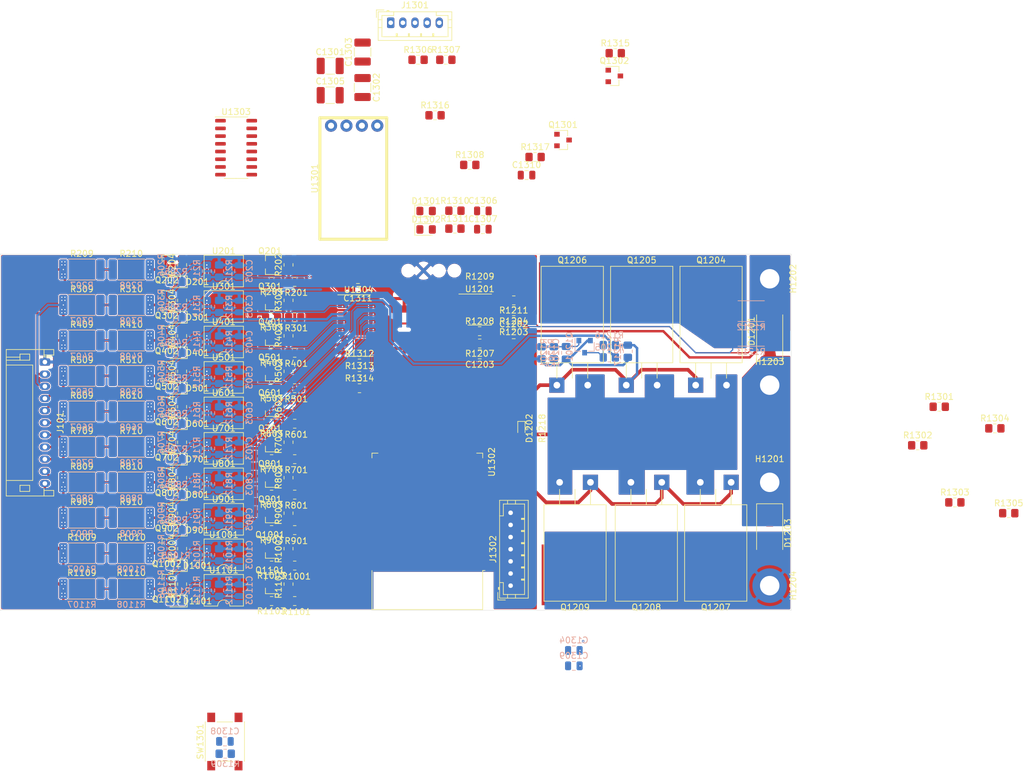
<source format=kicad_pcb>
(kicad_pcb (version 20171130) (host pcbnew "(5.1.9)-1")
  (layers (0 F.Cu signal) (31 B.Cu signal) (34 B.Paste user) (35 F.Paste user) (36 B.SilkS user) (37 F.SilkS user) (38 B.Mask user) (39 F.Mask user) (44 Edge.Cuts user))
  (net 0 "")
  (net 1 GND)
  (net 2 /Vcell_9)
  (net 3 /Vcell_8)
  (net 4 /Vcell_7)
  (net 5 /Vcell_6)
  (net 6 /Vcell_5)
  (net 7 /Vcell_10)
  (net 8 /Vcell_4)
  (net 9 /Vcell_3)
  (net 10 /Vcell_1)
  (net 11 Vcell_2)
  (net 12 +3V3)
  (net 13 "Net-(D201-Pad2)")
  (net 14 "Net-(D201-Pad1)")
  (net 15 "Net-(D301-Pad2)")
  (net 16 "Net-(D301-Pad1)")
  (net 17 "Net-(D401-Pad2)")
  (net 18 "Net-(D401-Pad1)")
  (net 19 "Net-(D501-Pad2)")
  (net 20 "Net-(D501-Pad1)")
  (net 21 "Net-(D601-Pad2)")
  (net 22 "Net-(D601-Pad1)")
  (net 23 "Net-(D701-Pad2)")
  (net 24 "Net-(D701-Pad1)")
  (net 25 "Net-(D801-Pad2)")
  (net 26 "Net-(D801-Pad1)")
  (net 27 "Net-(D901-Pad2)")
  (net 28 "Net-(D901-Pad1)")
  (net 29 "Net-(D1001-Pad2)")
  (net 30 "Net-(D1001-Pad1)")
  (net 31 "Net-(D1101-Pad2)")
  (net 32 "Net-(D1101-Pad1)")
  (net 33 "Net-(Q201-Pad3)")
  (net 34 "Net-(Q301-Pad3)")
  (net 35 "Net-(Q401-Pad3)")
  (net 36 "Net-(Q501-Pad3)")
  (net 37 "Net-(Q601-Pad3)")
  (net 38 "Net-(Q701-Pad3)")
  (net 39 "Net-(Q801-Pad3)")
  (net 40 "Net-(Q901-Pad3)")
  (net 41 "Net-(Q1001-Pad3)")
  (net 42 "Net-(Q1101-Pad3)")
  (net 43 /Cell1_bal)
  (net 44 "Net-(R203-Pad2)")
  (net 45 "Net-(R204-Pad2)")
  (net 46 "Net-(R207-Pad2)")
  (net 47 "Net-(R209-Pad2)")
  (net 48 /Cell2_bal)
  (net 49 "Net-(R303-Pad2)")
  (net 50 "Net-(R304-Pad2)")
  (net 51 "Net-(R307-Pad2)")
  (net 52 "Net-(R309-Pad2)")
  (net 53 /Cell3_bal)
  (net 54 "Net-(R403-Pad2)")
  (net 55 "Net-(R404-Pad2)")
  (net 56 "Net-(R407-Pad2)")
  (net 57 "Net-(R409-Pad2)")
  (net 58 /Cell4_bal)
  (net 59 "Net-(R503-Pad2)")
  (net 60 "Net-(R504-Pad2)")
  (net 61 "Net-(R507-Pad2)")
  (net 62 "Net-(R509-Pad2)")
  (net 63 /Cell5_bal)
  (net 64 "Net-(R603-Pad2)")
  (net 65 "Net-(R604-Pad2)")
  (net 66 "Net-(R607-Pad2)")
  (net 67 "Net-(R609-Pad2)")
  (net 68 /Cell6_bal)
  (net 69 "Net-(R703-Pad2)")
  (net 70 "Net-(R704-Pad2)")
  (net 71 "Net-(R707-Pad2)")
  (net 72 "Net-(R709-Pad2)")
  (net 73 /Cell7_bal)
  (net 74 "Net-(R803-Pad2)")
  (net 75 "Net-(R804-Pad2)")
  (net 76 "Net-(R807-Pad2)")
  (net 77 "Net-(R809-Pad2)")
  (net 78 /Cell8_bal)
  (net 79 "Net-(R903-Pad2)")
  (net 80 "Net-(R904-Pad2)")
  (net 81 "Net-(R907-Pad2)")
  (net 82 "Net-(R909-Pad2)")
  (net 83 /Cell9_bal)
  (net 84 "Net-(R1003-Pad2)")
  (net 85 "Net-(R1004-Pad2)")
  (net 86 "Net-(R1007-Pad2)")
  (net 87 "Net-(R1009-Pad2)")
  (net 88 /Cell10_bal)
  (net 89 "Net-(R1103-Pad2)")
  (net 90 "Net-(R1104-Pad2)")
  (net 91 "Net-(R1107-Pad2)")
  (net 92 "Net-(R1109-Pad2)")
  (net 93 /BatteryPowerControl/Shunt+)
  (net 94 /BatteryPowerControl/BMS_On_Off)
  (net 95 "Net-(U1302-Pad9)")
  (net 96 "Net-(C1201-Pad1)")
  (net 97 "Net-(D1201-Pad1)")
  (net 98 "Net-(D1202-Pad2)")
  (net 99 "Net-(D1203-Pad2)")
  (net 100 "Net-(D1202-Pad1)")
  (net 101 "Net-(R1207-Pad2)")
  (net 102 "Net-(R1209-Pad1)")
  (net 103 "Net-(U1302-Pad11)")
  (net 104 "Net-(U1302-Pad8)")
  (net 105 /Vcell_1_adc)
  (net 106 /Vcell_2_adc)
  (net 107 /Vcell_3_adc)
  (net 108 /Vcell_4_adc)
  (net 109 /Vcell_5_adc)
  (net 110 /Vcell_6_adc)
  (net 111 /Vcell_7_adc)
  (net 112 /Vcell_8_adc)
  (net 113 /Vcell_9_adc)
  (net 114 /Vcell_10_adc)
  (net 115 "Net-(Q201-Pad1)")
  (net 116 "Net-(Q202-Pad1)")
  (net 117 "Net-(Q301-Pad1)")
  (net 118 "Net-(Q302-Pad1)")
  (net 119 "Net-(Q401-Pad1)")
  (net 120 "Net-(Q402-Pad1)")
  (net 121 "Net-(Q501-Pad1)")
  (net 122 "Net-(Q502-Pad1)")
  (net 123 "Net-(Q601-Pad1)")
  (net 124 "Net-(Q602-Pad1)")
  (net 125 "Net-(Q701-Pad1)")
  (net 126 "Net-(Q702-Pad1)")
  (net 127 "Net-(Q801-Pad1)")
  (net 128 "Net-(Q802-Pad1)")
  (net 129 "Net-(Q901-Pad1)")
  (net 130 "Net-(Q902-Pad1)")
  (net 131 "Net-(Q1001-Pad1)")
  (net 132 "Net-(Q1002-Pad1)")
  (net 133 "Net-(Q1101-Pad1)")
  (net 134 "Net-(Q1102-Pad1)")
  (net 135 "Net-(Q1201-Pad3)")
  (net 136 "Net-(U1302-Pad22)")
  (net 137 "Net-(C1202-Pad2)")
  (net 138 "Net-(C1202-Pad1)")
  (net 139 /MicrocontrollerESP32/RESET)
  (net 140 /MicrocontrollerESP32/DTR)
  (net 141 /MicrocontrollerESP32/RTS)
  (net 142 /MicrocontrollerESP32/RXD0)
  (net 143 /MicrocontrollerESP32/TXD0)
  (net 144 /MicrocontrollerESP32/TMS)
  (net 145 /MicrocontrollerESP32/TCK)
  (net 146 /MicrocontrollerESP32/TDI)
  (net 147 /MicrocontrollerESP32/TDO)
  (net 148 /MicrocontrollerESP32/nTRST)
  (net 149 /MicrocontrollerESP32/IO0)
  (net 150 "Net-(Q1301-Pad1)")
  (net 151 "Net-(Q1302-Pad1)")
  (net 152 /MicrocontrollerESP32/ADCShunt)
  (net 153 /MicrocontrollerESP32/TDO_UC)
  (net 154 /MicrocontrollerESP32/TDI_UC)
  (net 155 /MicrocontrollerESP32/TCK_UC)
  (net 156 /MicrocontrollerESP32/TMS_UC)
  (net 157 /MicrocontrollerESP32/IO2)
  (net 158 /MicrocontrollerESP32/StatusLed1)
  (net 159 /MicrocontrollerESP32/StatusLed2)
  (net 160 /MicrocontrollerESP32/S0)
  (net 161 "Net-(R1312-Pad1)")
  (net 162 /MicrocontrollerESP32/S1)
  (net 163 "Net-(R1313-Pad1)")
  (net 164 /MicrocontrollerESP32/S2)
  (net 165 "Net-(R1314-Pad1)")
  (net 166 /MicrocontrollerESP32/SER)
  (net 167 "Net-(R1315-Pad1)")
  (net 168 /MicrocontrollerESP32/SRCLK)
  (net 169 "Net-(R1316-Pad1)")
  (net 170 /MicrocontrollerESP32/RCLK)
  (net 171 "Net-(R1317-Pad1)")
  (net 172 "Net-(U1301-Pad4)")
  (net 173 "Net-(U1302-Pad32)")
  (net 174 "Net-(U1302-Pad21)")
  (net 175 "Net-(U1302-Pad20)")
  (net 176 "Net-(U1302-Pad19)")
  (net 177 "Net-(U1302-Pad18)")
  (net 178 "Net-(U1302-Pad17)")
  (net 179 /MicrocontrollerESP32/ADC_UC_MULTI)
  (net 180 "Net-(U1303-Pad9)")
  (net 181 "Net-(D1301-Pad2)")
  (net 182 "Net-(D1302-Pad2)")
  (module Resistor_SMD:R_0805_2012Metric_Pad1.20x1.40mm_HandSolder (layer F.Cu) (at 336.776 105.536)
    (fp_text reference R1311 (at 0 -1.65) (layer F.SilkS))
    (fp_text value 1K)
    (pad 2 smd roundrect (at 1 0) (size 1.2 1.4) (layers F.Cu F.Paste F.Mask) (roundrect_rratio 0.208333) (net 182 "Net-(D1302-Pad2)"))
    (pad 1 smd roundrect (at -1 0) (size 1.2 1.4) (layers F.Cu F.Paste F.Mask) (roundrect_rratio 0.208333) (net 159 /MicrocontrollerESP32/StatusLed2))
  )
  (module Resistor_SMD:R_0805_2012Metric_Pad1.20x1.40mm_HandSolder (layer F.Cu) (at 336.776 102.586)
    (fp_text reference R1310 (at 0 -1.65) (layer F.SilkS))
    (fp_text value 1K)
    (pad 2 smd roundrect (at 1 0) (size 1.2 1.4) (layers F.Cu F.Paste F.Mask) (roundrect_rratio 0.208333) (net 181 "Net-(D1301-Pad2)"))
    (pad 1 smd roundrect (at -1 0) (size 1.2 1.4) (layers F.Cu F.Paste F.Mask) (roundrect_rratio 0.208333) (net 158 /MicrocontrollerESP32/StatusLed1))
  )
  (module LED_SMD:LED_0805_2012Metric_Pad1.15x1.40mm_HandSolder (layer F.Cu) (at 332.031 105.671)
    (fp_text reference D1302 (at 0 -1.65) (layer F.SilkS))
    (fp_text value LED)
    (pad 2 smd roundrect (at 1.025 0) (size 1.15 1.4) (layers F.Cu F.Paste F.Mask) (roundrect_rratio 0.217391) (net 182 "Net-(D1302-Pad2)"))
    (pad 1 smd roundrect (at -1.025 0) (size 1.15 1.4) (layers F.Cu F.Paste F.Mask) (roundrect_rratio 0.217391) (net 1 GND))
  )
  (module LED_SMD:LED_0805_2012Metric_Pad1.15x1.40mm_HandSolder (layer F.Cu) (at 332.031 102.631)
    (fp_text reference D1301 (at 0 -1.65) (layer F.SilkS))
    (fp_text value LED)
    (pad 2 smd roundrect (at 1.025 0) (size 1.15 1.4) (layers F.Cu F.Paste F.Mask) (roundrect_rratio 0.217391) (net 181 "Net-(D1301-Pad2)"))
    (pad 1 smd roundrect (at -1.025 0) (size 1.15 1.4) (layers F.Cu F.Paste F.Mask) (roundrect_rratio 0.217391) (net 1 GND))
  )
  (module Capacitor_SMD:C_0805_2012Metric (layer F.Cu) (at 341.376 105.626)
    (fp_text reference C1307 (at 0 -1.68) (layer F.SilkS))
    (fp_text value 100N)
    (pad 2 smd roundrect (at 0.95 0) (size 1 1.45) (layers F.Cu F.Paste F.Mask) (net 1 GND))
    (pad 1 smd roundrect (at -0.95 0) (size 1 1.45) (layers F.Cu F.Paste F.Mask) (net 12 +3V3))
  )
  (module Capacitor_SMD:C_0805_2012Metric (layer F.Cu) (at 341.376 102.616)
    (fp_text reference C1306 (at 0 -1.68) (layer F.SilkS))
    (fp_text value 100N)
    (pad 2 smd roundrect (at 0.95 0) (size 1 1.45) (layers F.Cu F.Paste F.Mask) (net 1 GND))
    (pad 1 smd roundrect (at -0.95 0) (size 1 1.45) (layers F.Cu F.Paste F.Mask) (net 12 +3V3))
  )
  (module Capacitor_SMD:C_0805_2012Metric (layer B.Cu) (at 356.362 177.546 180)
    (fp_text reference C1309 (at 0 1.68) (layer B.SilkS) (effects (justify mirror)))
    (fp_text value 100N)
    (pad 2 smd roundrect (at 0.95 0 180) (size 1 1.45) (layers B.Cu B.Paste B.Mask) (net 1 GND))
    (pad 1 smd roundrect (at -0.95 0 180) (size 1 1.45) (layers B.Cu B.Paste B.Mask) (net 12 +3V3))
  )
  (module Capacitor_SMD:C_0805_2012Metric (layer B.Cu) (at 356.362 175.006 180)
    (fp_text reference C1304 (at 0 1.68) (layer B.SilkS) (effects (justify mirror)))
    (fp_text value 100N)
    (pad 2 smd roundrect (at 0.95 0 180) (size 1 1.45) (layers B.Cu B.Paste B.Mask) (net 1 GND))
    (pad 1 smd roundrect (at -0.95 0 180) (size 1 1.45) (layers B.Cu B.Paste B.Mask) (net 12 +3V3))
  )
  (module Package_SO:SO-16_3.9x9.9mm_P1.27mm (layer F.Cu) (at 300.736 92.202)
    (fp_text reference U1303 (at 0 -5.9) (layer F.SilkS))
    (fp_text value 74HC595)
    (pad 16 smd roundrect (at 2.575 -4.445) (size 1.75 0.6) (layers F.Cu F.Paste F.Mask) (net 12 +3V3))
    (pad 15 smd roundrect (at 2.575 -3.175) (size 1.75 0.6) (layers F.Cu F.Paste F.Mask) (net 43 /Cell1_bal))
    (pad 14 smd roundrect (at 2.575 -1.905) (size 1.75 0.6) (layers F.Cu F.Paste F.Mask) (net 167 "Net-(R1315-Pad1)"))
    (pad 13 smd roundrect (at 2.575 -0.635) (size 1.75 0.6) (layers F.Cu F.Paste F.Mask) (net 1 GND))
    (pad 12 smd roundrect (at 2.575 0.635) (size 1.75 0.6) (layers F.Cu F.Paste F.Mask) (net 171 "Net-(R1317-Pad1)"))
    (pad 11 smd roundrect (at 2.575 1.905) (size 1.75 0.6) (layers F.Cu F.Paste F.Mask) (net 169 "Net-(R1316-Pad1)"))
    (pad 10 smd roundrect (at 2.575 3.175) (size 1.75 0.6) (layers F.Cu F.Paste F.Mask) (net 12 +3V3))
    (pad 9 smd roundrect (at 2.575 4.445) (size 1.75 0.6) (layers F.Cu F.Paste F.Mask) (net 180 "Net-(U1303-Pad9)"))
    (pad 8 smd roundrect (at -2.575 4.445) (size 1.75 0.6) (layers F.Cu F.Paste F.Mask) (net 1 GND))
    (pad 7 smd roundrect (at -2.575 3.175) (size 1.75 0.6) (layers F.Cu F.Paste F.Mask) (net 78 /Cell8_bal))
    (pad 6 smd roundrect (at -2.575 1.905) (size 1.75 0.6) (layers F.Cu F.Paste F.Mask) (net 73 /Cell7_bal))
    (pad 5 smd roundrect (at -2.575 0.635) (size 1.75 0.6) (layers F.Cu F.Paste F.Mask) (net 68 /Cell6_bal))
    (pad 4 smd roundrect (at -2.575 -0.635) (size 1.75 0.6) (layers F.Cu F.Paste F.Mask) (net 63 /Cell5_bal))
    (pad 3 smd roundrect (at -2.575 -1.905) (size 1.75 0.6) (layers F.Cu F.Paste F.Mask) (net 58 /Cell4_bal))
    (pad 2 smd roundrect (at -2.575 -3.175) (size 1.75 0.6) (layers F.Cu F.Paste F.Mask) (net 53 /Cell3_bal))
    (pad 1 smd roundrect (at -2.575 -4.445) (size 1.75 0.6) (layers F.Cu F.Paste F.Mask) (net 48 /Cell2_bal))
  )
  (module RF_Module:ESP32-WROOM-32 (layer F.Cu) (at 332.232 152.4 180)
    (fp_text reference U1302 (at -10.61 8.43 90) (layer F.SilkS))
    (fp_text value ESP32-WROOM-32)
    (pad 38 smd rect (at 8.5 -8.255 180) (size 2 0.9) (layers F.Cu F.Paste F.Mask) (net 1 GND))
    (pad 37 smd rect (at 8.5 -6.985 180) (size 2 0.9) (layers F.Cu F.Paste F.Mask) (net 83 /Cell9_bal))
    (pad 36 smd rect (at 8.5 -5.715 180) (size 2 0.9) (layers F.Cu F.Paste F.Mask) (net 170 /MicrocontrollerESP32/RCLK))
    (pad 35 smd rect (at 8.5 -4.445 180) (size 2 0.9) (layers F.Cu F.Paste F.Mask) (net 143 /MicrocontrollerESP32/TXD0))
    (pad 34 smd rect (at 8.5 -3.175 180) (size 2 0.9) (layers F.Cu F.Paste F.Mask) (net 142 /MicrocontrollerESP32/RXD0))
    (pad 33 smd rect (at 8.5 -1.905 180) (size 2 0.9) (layers F.Cu F.Paste F.Mask) (net 168 /MicrocontrollerESP32/SRCLK))
    (pad 32 smd rect (at 8.5 -0.635 180) (size 2 0.9) (layers F.Cu F.Paste F.Mask) (net 173 "Net-(U1302-Pad32)"))
    (pad 31 smd rect (at 8.5 0.635 180) (size 2 0.9) (layers F.Cu F.Paste F.Mask) (net 166 /MicrocontrollerESP32/SER))
    (pad 30 smd rect (at 8.5 1.905 180) (size 2 0.9) (layers F.Cu F.Paste F.Mask) (net 164 /MicrocontrollerESP32/S2))
    (pad 29 smd rect (at 8.5 3.175 180) (size 2 0.9) (layers F.Cu F.Paste F.Mask) (net 159 /MicrocontrollerESP32/StatusLed2))
    (pad 28 smd rect (at 8.5 4.445 180) (size 2 0.9) (layers F.Cu F.Paste F.Mask) (net 162 /MicrocontrollerESP32/S1))
    (pad 27 smd rect (at 8.5 5.715 180) (size 2 0.9) (layers F.Cu F.Paste F.Mask) (net 160 /MicrocontrollerESP32/S0))
    (pad 26 smd rect (at 8.5 6.985 180) (size 2 0.9) (layers F.Cu F.Paste F.Mask) (net 158 /MicrocontrollerESP32/StatusLed1))
    (pad 25 smd rect (at 8.5 8.255 180) (size 2 0.9) (layers F.Cu F.Paste F.Mask) (net 149 /MicrocontrollerESP32/IO0))
    (pad 24 smd rect (at 5.715 9.255 270) (size 2 0.9) (layers F.Cu F.Paste F.Mask) (net 157 /MicrocontrollerESP32/IO2))
    (pad 23 smd rect (at 4.445 9.255 270) (size 2 0.9) (layers F.Cu F.Paste F.Mask) (net 153 /MicrocontrollerESP32/TDO_UC))
    (pad 22 smd rect (at 3.175 9.255 270) (size 2 0.9) (layers F.Cu F.Paste F.Mask) (net 136 "Net-(U1302-Pad22)"))
    (pad 21 smd rect (at 1.905 9.255 270) (size 2 0.9) (layers F.Cu F.Paste F.Mask) (net 174 "Net-(U1302-Pad21)"))
    (pad 20 smd rect (at 0.635 9.255 270) (size 2 0.9) (layers F.Cu F.Paste F.Mask) (net 175 "Net-(U1302-Pad20)"))
    (pad 19 smd rect (at -0.635 9.255 270) (size 2 0.9) (layers F.Cu F.Paste F.Mask) (net 176 "Net-(U1302-Pad19)"))
    (pad 18 smd rect (at -1.905 9.255 270) (size 2 0.9) (layers F.Cu F.Paste F.Mask) (net 177 "Net-(U1302-Pad18)"))
    (pad 17 smd rect (at -3.175 9.255 270) (size 2 0.9) (layers F.Cu F.Paste F.Mask) (net 178 "Net-(U1302-Pad17)"))
    (pad 16 smd rect (at -4.445 9.255 270) (size 2 0.9) (layers F.Cu F.Paste F.Mask) (net 155 /MicrocontrollerESP32/TCK_UC))
    (pad 15 smd rect (at -5.715 9.255 270) (size 2 0.9) (layers F.Cu F.Paste F.Mask) (net 1 GND))
    (pad 14 smd rect (at -8.5 8.255 180) (size 2 0.9) (layers F.Cu F.Paste F.Mask) (net 154 /MicrocontrollerESP32/TDI_UC))
    (pad 13 smd rect (at -8.5 6.985 180) (size 2 0.9) (layers F.Cu F.Paste F.Mask) (net 156 /MicrocontrollerESP32/TMS_UC))
    (pad 12 smd rect (at -8.5 5.715 180) (size 2 0.9) (layers F.Cu F.Paste F.Mask) (net 88 /Cell10_bal))
    (pad 11 smd rect (at -8.5 4.445 180) (size 2 0.9) (layers F.Cu F.Paste F.Mask) (net 103 "Net-(U1302-Pad11)"))
    (pad 10 smd rect (at -8.5 3.175 180) (size 2 0.9) (layers F.Cu F.Paste F.Mask) (net 94 /BatteryPowerControl/BMS_On_Off))
    (pad 9 smd rect (at -8.5 1.905 180) (size 2 0.9) (layers F.Cu F.Paste F.Mask) (net 95 "Net-(U1302-Pad9)"))
    (pad 8 smd rect (at -8.5 0.635 180) (size 2 0.9) (layers F.Cu F.Paste F.Mask) (net 104 "Net-(U1302-Pad8)"))
    (pad 7 smd rect (at -8.5 -0.635 180) (size 2 0.9) (layers F.Cu F.Paste F.Mask) (net 152 /MicrocontrollerESP32/ADCShunt))
    (pad 6 smd rect (at -8.5 -1.905 180) (size 2 0.9) (layers F.Cu F.Paste F.Mask) (net 179 /MicrocontrollerESP32/ADC_UC_MULTI))
    (pad 5 smd rect (at -8.5 -3.175 180) (size 2 0.9) (layers F.Cu F.Paste F.Mask) (net 114 /Vcell_10_adc))
    (pad 4 smd rect (at -8.5 -4.445 180) (size 2 0.9) (layers F.Cu F.Paste F.Mask) (net 113 /Vcell_9_adc))
    (pad 3 smd rect (at -8.5 -5.715 180) (size 2 0.9) (layers F.Cu F.Paste F.Mask) (net 139 /MicrocontrollerESP32/RESET))
    (pad 2 smd rect (at -8.5 -6.985 180) (size 2 0.9) (layers F.Cu F.Paste F.Mask) (net 12 +3V3))
    (pad 1 smd rect (at -8.5 -8.255 180) (size 2 0.9) (layers F.Cu F.Paste F.Mask) (net 1 GND))
    (pad 39 smd rect (at -1 -0.755 180) (size 5 5) (layers F.Cu F.Paste F.Mask) (net 1 GND))
  )
  (module GatzeLib:MP2315_Module (layer F.Cu) (at 320.04 97.282 90)
    (fp_text reference U1301 (at 0 -6.35 90) (layer F.SilkS))
    (fp_text value MP2315)
    (pad 4 thru_hole circle (at 8.7 3.95 90) (size 2 2) (drill 1) (layers *.Cu *.Mask) (net 172 "Net-(U1301-Pad4)"))
    (pad 3 thru_hole circle (at 8.7 1.41 90) (size 2 2) (drill 1) (layers *.Cu *.Mask) (net 9 /Vcell_3))
    (pad 2 thru_hole circle (at 8.7 -1.13 90) (size 2 2) (drill 1) (layers *.Cu *.Mask) (net 1 GND))
    (pad 1 thru_hole circle (at 8.7 -3.67 90) (size 2 2) (drill 1) (layers *.Cu *.Mask) (net 12 +3V3))
  )
  (module Resistor_SMD:R_0805_2012Metric_Pad1.20x1.40mm_HandSolder (layer F.Cu) (at 349.982 93.74)
    (fp_text reference R1317 (at 0 -1.65) (layer F.SilkS))
    (fp_text value 330)
    (pad 2 smd roundrect (at 1 0) (size 1.2 1.4) (layers F.Cu F.Paste F.Mask) (roundrect_rratio 0.208333) (net 170 /MicrocontrollerESP32/RCLK))
    (pad 1 smd roundrect (at -1 0) (size 1.2 1.4) (layers F.Cu F.Paste F.Mask) (roundrect_rratio 0.208333) (net 171 "Net-(R1317-Pad1)"))
  )
  (module Resistor_SMD:R_0805_2012Metric_Pad1.20x1.40mm_HandSolder (layer F.Cu) (at 333.502 86.868)
    (fp_text reference R1316 (at 0 -1.65) (layer F.SilkS))
    (fp_text value 330)
    (pad 2 smd roundrect (at 1 0) (size 1.2 1.4) (layers F.Cu F.Paste F.Mask) (roundrect_rratio 0.208333) (net 168 /MicrocontrollerESP32/SRCLK))
    (pad 1 smd roundrect (at -1 0) (size 1.2 1.4) (layers F.Cu F.Paste F.Mask) (roundrect_rratio 0.208333) (net 169 "Net-(R1316-Pad1)"))
  )
  (module Resistor_SMD:R_0805_2012Metric_Pad1.20x1.40mm_HandSolder (layer F.Cu) (at 363.182 76.64)
    (fp_text reference R1315 (at 0 -1.65) (layer F.SilkS))
    (fp_text value 330)
    (pad 2 smd roundrect (at 1 0) (size 1.2 1.4) (layers F.Cu F.Paste F.Mask) (roundrect_rratio 0.208333) (net 166 /MicrocontrollerESP32/SER))
    (pad 1 smd roundrect (at -1 0) (size 1.2 1.4) (layers F.Cu F.Paste F.Mask) (roundrect_rratio 0.208333) (net 167 "Net-(R1315-Pad1)"))
  )
  (module Resistor_SMD:R_0805_2012Metric_Pad1.20x1.40mm_HandSolder (layer F.Cu) (at 339.222 95.04)
    (fp_text reference R1308 (at 0 -1.65) (layer F.SilkS))
    (fp_text value NS)
    (pad 2 smd roundrect (at 1 0) (size 1.2 1.4) (layers F.Cu F.Paste F.Mask) (roundrect_rratio 0.208333) (net 1 GND))
    (pad 1 smd roundrect (at -1 0) (size 1.2 1.4) (layers F.Cu F.Paste F.Mask) (roundrect_rratio 0.208333) (net 157 /MicrocontrollerESP32/IO2))
  )
  (module Resistor_SMD:R_0805_2012Metric_Pad1.20x1.40mm_HandSolder (layer F.Cu) (at 335.28 77.724)
    (fp_text reference R1307 (at 0 -1.65) (layer F.SilkS))
    (fp_text value 10K)
    (pad 2 smd roundrect (at 1 0) (size 1.2 1.4) (layers F.Cu F.Paste F.Mask) (roundrect_rratio 0.208333) (net 140 /MicrocontrollerESP32/DTR))
    (pad 1 smd roundrect (at -1 0) (size 1.2 1.4) (layers F.Cu F.Paste F.Mask) (roundrect_rratio 0.208333) (net 151 "Net-(Q1302-Pad1)"))
  )
  (module Resistor_SMD:R_0805_2012Metric_Pad1.20x1.40mm_HandSolder (layer F.Cu) (at 330.708 77.724)
    (fp_text reference R1306 (at 0 -1.65) (layer F.SilkS))
    (fp_text value 10K)
    (pad 2 smd roundrect (at 1 0) (size 1.2 1.4) (layers F.Cu F.Paste F.Mask) (roundrect_rratio 0.208333) (net 141 /MicrocontrollerESP32/RTS))
    (pad 1 smd roundrect (at -1 0) (size 1.2 1.4) (layers F.Cu F.Paste F.Mask) (roundrect_rratio 0.208333) (net 150 "Net-(Q1301-Pad1)"))
  )
  (module Resistor_SMD:R_0805_2012Metric_Pad1.20x1.40mm_HandSolder (layer F.Cu) (at 427.99 152.4)
    (fp_text reference R1305 (at 0 -1.65) (layer F.SilkS))
    (fp_text value 330)
    (pad 2 smd roundrect (at 1 0) (size 1.2 1.4) (layers F.Cu F.Paste F.Mask) (roundrect_rratio 0.208333) (net 144 /MicrocontrollerESP32/TMS))
    (pad 1 smd roundrect (at -1 0) (size 1.2 1.4) (layers F.Cu F.Paste F.Mask) (roundrect_rratio 0.208333) (net 156 /MicrocontrollerESP32/TMS_UC))
  )
  (module Resistor_SMD:R_0805_2012Metric_Pad1.20x1.40mm_HandSolder (layer F.Cu) (at 425.704 138.43)
    (fp_text reference R1304 (at 0 -1.65) (layer F.SilkS))
    (fp_text value 330)
    (pad 2 smd roundrect (at 1 0) (size 1.2 1.4) (layers F.Cu F.Paste F.Mask) (roundrect_rratio 0.208333) (net 145 /MicrocontrollerESP32/TCK))
    (pad 1 smd roundrect (at -1 0) (size 1.2 1.4) (layers F.Cu F.Paste F.Mask) (roundrect_rratio 0.208333) (net 155 /MicrocontrollerESP32/TCK_UC))
  )
  (module Resistor_SMD:R_0805_2012Metric_Pad1.20x1.40mm_HandSolder (layer F.Cu) (at 419.116 150.622)
    (fp_text reference R1303 (at 0 -1.65) (layer F.SilkS))
    (fp_text value 330)
    (pad 2 smd roundrect (at 1 0) (size 1.2 1.4) (layers F.Cu F.Paste F.Mask) (roundrect_rratio 0.208333) (net 146 /MicrocontrollerESP32/TDI))
    (pad 1 smd roundrect (at -1 0) (size 1.2 1.4) (layers F.Cu F.Paste F.Mask) (roundrect_rratio 0.208333) (net 154 /MicrocontrollerESP32/TDI_UC))
  )
  (module Resistor_SMD:R_0805_2012Metric_Pad1.20x1.40mm_HandSolder (layer F.Cu) (at 413.004 141.224)
    (fp_text reference R1302 (at 0 -1.65) (layer F.SilkS))
    (fp_text value 330)
    (pad 2 smd roundrect (at 1 0) (size 1.2 1.4) (layers F.Cu F.Paste F.Mask) (roundrect_rratio 0.208333) (net 147 /MicrocontrollerESP32/TDO))
    (pad 1 smd roundrect (at -1 0) (size 1.2 1.4) (layers F.Cu F.Paste F.Mask) (roundrect_rratio 0.208333) (net 153 /MicrocontrollerESP32/TDO_UC))
  )
  (module Resistor_SMD:R_0805_2012Metric_Pad1.20x1.40mm_HandSolder (layer F.Cu) (at 416.544 134.874)
    (fp_text reference R1301 (at 0 -1.65) (layer F.SilkS))
    (fp_text value NS)
    (pad 2 smd roundrect (at 1 0) (size 1.2 1.4) (layers F.Cu F.Paste F.Mask) (roundrect_rratio 0.208333) (net 148 /MicrocontrollerESP32/nTRST))
    (pad 1 smd roundrect (at -1 0) (size 1.2 1.4) (layers F.Cu F.Paste F.Mask) (roundrect_rratio 0.208333) (net 139 /MicrocontrollerESP32/RESET))
  )
  (module Package_TO_SOT_SMD:SOT-23 (layer F.Cu) (at 363.032 80.39)
    (fp_text reference Q1302 (at 0 -2.5) (layer F.SilkS))
    (fp_text value BC847)
    (pad 3 smd rect (at 1 0) (size 0.9 0.8) (layers F.Cu F.Paste F.Mask) (net 139 /MicrocontrollerESP32/RESET))
    (pad 2 smd rect (at -1 0.95) (size 0.9 0.8) (layers F.Cu F.Paste F.Mask) (net 141 /MicrocontrollerESP32/RTS))
    (pad 1 smd rect (at -1 -0.95) (size 0.9 0.8) (layers F.Cu F.Paste F.Mask) (net 151 "Net-(Q1302-Pad1)"))
  )
  (module Package_TO_SOT_SMD:SOT-23 (layer F.Cu) (at 354.582 90.94)
    (fp_text reference Q1301 (at 0 -2.5) (layer F.SilkS))
    (fp_text value BC847)
    (pad 3 smd rect (at 1 0) (size 0.9 0.8) (layers F.Cu F.Paste F.Mask) (net 149 /MicrocontrollerESP32/IO0))
    (pad 2 smd rect (at -1 0.95) (size 0.9 0.8) (layers F.Cu F.Paste F.Mask) (net 140 /MicrocontrollerESP32/DTR))
    (pad 1 smd rect (at -1 -0.95) (size 0.9 0.8) (layers F.Cu F.Paste F.Mask) (net 150 "Net-(Q1301-Pad1)"))
  )
  (module Connector_JST:JST_PH_B7B-PH-K_1x07_P2.00mm_Vertical (layer F.Cu) (at 345.948 164.338 90)
    (fp_text reference J1302 (at 6 -2.9 90) (layer F.SilkS))
    (fp_text value Conn_01x07)
    (pad 7 thru_hole oval (at 12 0 90) (size 1.2 1.75) (drill 0.75) (layers *.Cu *.Mask) (net 1 GND))
    (pad 6 thru_hole oval (at 10 0 90) (size 1.2 1.75) (drill 0.75) (layers *.Cu *.Mask) (net 144 /MicrocontrollerESP32/TMS))
    (pad 5 thru_hole oval (at 8 0 90) (size 1.2 1.75) (drill 0.75) (layers *.Cu *.Mask) (net 145 /MicrocontrollerESP32/TCK))
    (pad 4 thru_hole oval (at 6 0 90) (size 1.2 1.75) (drill 0.75) (layers *.Cu *.Mask) (net 146 /MicrocontrollerESP32/TDI))
    (pad 3 thru_hole oval (at 4 0 90) (size 1.2 1.75) (drill 0.75) (layers *.Cu *.Mask) (net 147 /MicrocontrollerESP32/TDO))
    (pad 2 thru_hole oval (at 2 0 90) (size 1.2 1.75) (drill 0.75) (layers *.Cu *.Mask) (net 148 /MicrocontrollerESP32/nTRST))
    (pad 1 thru_hole roundrect (at 0 0 90) (size 1.2 1.75) (drill 0.75) (layers *.Cu *.Mask) (roundrect_rratio 0.208333) (net 12 +3V3))
  )
  (module Connector_JST:JST_PH_B5B-PH-K_1x05_P2.00mm_Vertical (layer F.Cu) (at 326.2 71.628)
    (fp_text reference J1301 (at 4 -2.9) (layer F.SilkS))
    (fp_text value Conn_01x05)
    (pad 5 thru_hole oval (at 8 0) (size 1.2 1.75) (drill 0.75) (layers *.Cu *.Mask) (net 1 GND))
    (pad 4 thru_hole oval (at 6 0) (size 1.2 1.75) (drill 0.75) (layers *.Cu *.Mask) (net 140 /MicrocontrollerESP32/DTR))
    (pad 3 thru_hole oval (at 4 0) (size 1.2 1.75) (drill 0.75) (layers *.Cu *.Mask) (net 141 /MicrocontrollerESP32/RTS))
    (pad 2 thru_hole oval (at 2 0) (size 1.2 1.75) (drill 0.75) (layers *.Cu *.Mask) (net 142 /MicrocontrollerESP32/RXD0))
    (pad 1 thru_hole roundrect (at 0 0) (size 1.2 1.75) (drill 0.75) (layers *.Cu *.Mask) (roundrect_rratio 0.208333) (net 143 /MicrocontrollerESP32/TXD0))
  )
  (module Capacitor_SMD:C_0805_2012Metric (layer F.Cu) (at 348.572 96.72)
    (fp_text reference C1310 (at 0 -1.68) (layer F.SilkS))
    (fp_text value 100N)
    (pad 2 smd roundrect (at 0.95 0) (size 1 1.45) (layers F.Cu F.Paste F.Mask) (net 1 GND))
    (pad 1 smd roundrect (at -0.95 0) (size 1 1.45) (layers F.Cu F.Paste F.Mask) (net 12 +3V3))
  )
  (module Capacitor_SMD:C_1210_3225Metric_Pad1.33x2.70mm_HandSolder (layer F.Cu) (at 316.23 83.566)
    (fp_text reference C1305 (at 0 -2.3) (layer F.SilkS))
    (fp_text value 10u)
    (pad 2 smd roundrect (at 1.5625 0) (size 1.325 2.7) (layers F.Cu F.Paste F.Mask) (roundrect_rratio 0.188679) (net 1 GND))
    (pad 1 smd roundrect (at -1.5625 0) (size 1.325 2.7) (layers F.Cu F.Paste F.Mask) (roundrect_rratio 0.188679) (net 12 +3V3))
  )
  (module Capacitor_SMD:C_1210_3225Metric_Pad1.33x2.70mm_HandSolder (layer F.Cu) (at 316.23 78.74)
    (fp_text reference C1301 (at 0 -2.3) (layer F.SilkS))
    (fp_text value 10u)
    (pad 2 smd roundrect (at 1.5625 0) (size 1.325 2.7) (layers F.Cu F.Paste F.Mask) (roundrect_rratio 0.188679) (net 1 GND))
    (pad 1 smd roundrect (at -1.5625 0) (size 1.325 2.7) (layers F.Cu F.Paste F.Mask) (roundrect_rratio 0.188679) (net 9 /Vcell_3))
  )
  (module GatzeLib:TO-220-3_Horizontal_TabDown_modified (layer F.Cu) (at 364.998 131.318)
    (fp_text reference Q1205 (at 2.54 -20.58) (layer F.SilkS))
    (fp_text value IRFB4410ZPBF)
    (pad 2 smd rect (at 2.54 -15.24) (size 11 10) (layers F.Cu F.Mask) (net 93 /BatteryPowerControl/Shunt+))
    (pad 1 thru_hole rect (at 0 0) (size 2.5 2.5) (drill 1.1) (layers *.Cu *.Mask) (net 100 "Net-(D1202-Pad1)"))
    (pad 3 thru_hole oval (at 5.08 0) (size 2.5 2.5) (drill 1.1) (layers *.Cu *.Mask) (net 98 "Net-(D1202-Pad2)"))
  )
  (module Capacitor_SMD:C_0805_2012Metric (layer F.Cu) (at 346.456 122.936)
    (fp_text reference C1202 (at 0 -1.68) (layer F.SilkS))
    (fp_text value 100N)
    (pad 2 smd roundrect (at 0.95 0) (size 1 1.45) (layers F.Cu F.Paste F.Mask) (net 137 "Net-(C1202-Pad2)"))
    (pad 1 smd roundrect (at -0.95 0) (size 1 1.45) (layers F.Cu F.Paste F.Mask) (net 138 "Net-(C1202-Pad1)"))
  )
  (module GatzeLib:TO-220-3_Horizontal_TabDown_modified (layer F.Cu) (at 382.27 147.32 180)
    (fp_text reference Q1207 (at 2.54 -20.58) (layer F.SilkS))
    (fp_text value IRFB4410ZPBF)
    (pad 2 smd rect (at 2.54 -15.24 180) (size 11 10) (layers F.Cu F.Mask) (net 99 "Net-(D1203-Pad2)"))
    (pad 1 thru_hole rect (at 0 0 180) (size 2.5 2.5) (drill 1.1) (layers *.Cu *.Mask) (net 100 "Net-(D1202-Pad1)"))
    (pad 3 thru_hole oval (at 5.08 0 180) (size 2.5 2.5) (drill 1.1) (layers *.Cu *.Mask) (net 98 "Net-(D1202-Pad2)"))
  )
  (module Resistor_SMD:R_0805_2012Metric_Pad1.20x1.40mm_HandSolder (layer B.Cu) (at 362.204 126.746 180)
    (fp_text reference R1205 (at 0 1.65) (layer B.SilkS) (effects (justify mirror)))
    (fp_text value 100K)
    (pad 2 smd roundrect (at 1 0 180) (size 1.2 1.4) (layers B.Cu B.Paste B.Mask) (roundrect_rratio 0.208333) (net 135 "Net-(Q1201-Pad3)"))
    (pad 1 smd roundrect (at -1 0 180) (size 1.2 1.4) (layers B.Cu B.Paste B.Mask) (roundrect_rratio 0.208333) (net 9 /Vcell_3))
  )
  (module Package_DIP:SMDIP-4_W9.53mm_Clearance8mm (layer F.Cu) (at 298.704 165.1 180)
    (fp_text reference U1101 (at 0 3.302) (layer F.SilkS))
    (fp_text value PC817)
    (pad 1 smd rect (at -4.765 -1.27 180) (size 1.5 1.78) (layers F.Cu F.Paste F.Mask) (net 89 "Net-(R1103-Pad2)"))
    (pad 3 smd rect (at 4.765 1.27 180) (size 1.5 1.78) (layers F.Cu F.Paste F.Mask) (net 90 "Net-(R1104-Pad2)"))
    (pad 2 smd rect (at -4.765 1.27 180) (size 1.5 1.78) (layers F.Cu F.Paste F.Mask) (net 42 "Net-(Q1101-Pad3)"))
    (pad 4 smd rect (at 4.765 -1.27 180) (size 1.5 1.78) (layers F.Cu F.Paste F.Mask) (net 7 /Vcell_10))
  )
  (module Package_DIP:SMDIP-4_W9.53mm_Clearance8mm (layer F.Cu) (at 298.704 159.258 180)
    (fp_text reference U1001 (at 0 3.302) (layer F.SilkS))
    (fp_text value PC817)
    (pad 4 smd rect (at 4.765 -1.27 180) (size 1.5 1.78) (layers F.Cu F.Paste F.Mask) (net 2 /Vcell_9))
    (pad 2 smd rect (at -4.765 1.27 180) (size 1.5 1.78) (layers F.Cu F.Paste F.Mask) (net 41 "Net-(Q1001-Pad3)"))
    (pad 3 smd rect (at 4.765 1.27 180) (size 1.5 1.78) (layers F.Cu F.Paste F.Mask) (net 85 "Net-(R1004-Pad2)"))
    (pad 1 smd rect (at -4.765 -1.27 180) (size 1.5 1.78) (layers F.Cu F.Paste F.Mask) (net 84 "Net-(R1003-Pad2)"))
  )
  (module Package_DIP:SMDIP-4_W9.53mm_Clearance8mm (layer F.Cu) (at 298.704 153.416 180)
    (fp_text reference U901 (at 0 3.302) (layer F.SilkS))
    (fp_text value PC817)
    (pad 4 smd rect (at 4.765 -1.27 180) (size 1.5 1.78) (layers F.Cu F.Paste F.Mask) (net 3 /Vcell_8))
    (pad 2 smd rect (at -4.765 1.27 180) (size 1.5 1.78) (layers F.Cu F.Paste F.Mask) (net 40 "Net-(Q901-Pad3)"))
    (pad 3 smd rect (at 4.765 1.27 180) (size 1.5 1.78) (layers F.Cu F.Paste F.Mask) (net 80 "Net-(R904-Pad2)"))
    (pad 1 smd rect (at -4.765 -1.27 180) (size 1.5 1.78) (layers F.Cu F.Paste F.Mask) (net 79 "Net-(R903-Pad2)"))
  )
  (module Package_DIP:SMDIP-4_W9.53mm_Clearance8mm (layer F.Cu) (at 298.704 147.574 180)
    (fp_text reference U801 (at 0 3.302) (layer F.SilkS))
    (fp_text value PC817)
    (pad 4 smd rect (at 4.765 -1.27 180) (size 1.5 1.78) (layers F.Cu F.Paste F.Mask) (net 4 /Vcell_7))
    (pad 2 smd rect (at -4.765 1.27 180) (size 1.5 1.78) (layers F.Cu F.Paste F.Mask) (net 39 "Net-(Q801-Pad3)"))
    (pad 3 smd rect (at 4.765 1.27 180) (size 1.5 1.78) (layers F.Cu F.Paste F.Mask) (net 75 "Net-(R804-Pad2)"))
    (pad 1 smd rect (at -4.765 -1.27 180) (size 1.5 1.78) (layers F.Cu F.Paste F.Mask) (net 74 "Net-(R803-Pad2)"))
  )
  (module Package_DIP:SMDIP-4_W9.53mm_Clearance8mm (layer F.Cu) (at 298.704 141.732 180)
    (fp_text reference U701 (at 0 3.302) (layer F.SilkS))
    (fp_text value PC817)
    (pad 4 smd rect (at 4.765 -1.27 180) (size 1.5 1.78) (layers F.Cu F.Paste F.Mask) (net 5 /Vcell_6))
    (pad 2 smd rect (at -4.765 1.27 180) (size 1.5 1.78) (layers F.Cu F.Paste F.Mask) (net 38 "Net-(Q701-Pad3)"))
    (pad 3 smd rect (at 4.765 1.27 180) (size 1.5 1.78) (layers F.Cu F.Paste F.Mask) (net 70 "Net-(R704-Pad2)"))
    (pad 1 smd rect (at -4.765 -1.27 180) (size 1.5 1.78) (layers F.Cu F.Paste F.Mask) (net 69 "Net-(R703-Pad2)"))
  )
  (module Package_DIP:SMDIP-4_W9.53mm_Clearance8mm (layer F.Cu) (at 298.704 135.89 180)
    (fp_text reference U601 (at 0 3.302) (layer F.SilkS))
    (fp_text value PC817)
    (pad 4 smd rect (at 4.765 -1.27 180) (size 1.5 1.78) (layers F.Cu F.Paste F.Mask) (net 6 /Vcell_5))
    (pad 2 smd rect (at -4.765 1.27 180) (size 1.5 1.78) (layers F.Cu F.Paste F.Mask) (net 37 "Net-(Q601-Pad3)"))
    (pad 3 smd rect (at 4.765 1.27 180) (size 1.5 1.78) (layers F.Cu F.Paste F.Mask) (net 65 "Net-(R604-Pad2)"))
    (pad 1 smd rect (at -4.765 -1.27 180) (size 1.5 1.78) (layers F.Cu F.Paste F.Mask) (net 64 "Net-(R603-Pad2)"))
  )
  (module Package_DIP:SMDIP-4_W9.53mm_Clearance8mm (layer F.Cu) (at 298.704 130.048 180)
    (fp_text reference U501 (at 0 3.302) (layer F.SilkS))
    (fp_text value PC817)
    (pad 4 smd rect (at 4.765 -1.27 180) (size 1.5 1.78) (layers F.Cu F.Paste F.Mask) (net 8 /Vcell_4))
    (pad 2 smd rect (at -4.765 1.27 180) (size 1.5 1.78) (layers F.Cu F.Paste F.Mask) (net 36 "Net-(Q501-Pad3)"))
    (pad 3 smd rect (at 4.765 1.27 180) (size 1.5 1.78) (layers F.Cu F.Paste F.Mask) (net 60 "Net-(R504-Pad2)"))
    (pad 1 smd rect (at -4.765 -1.27 180) (size 1.5 1.78) (layers F.Cu F.Paste F.Mask) (net 59 "Net-(R503-Pad2)"))
  )
  (module Package_DIP:SMDIP-4_W9.53mm_Clearance8mm (layer F.Cu) (at 298.704 124.206 180)
    (fp_text reference U401 (at 0 3.302) (layer F.SilkS))
    (fp_text value PC817)
    (pad 4 smd rect (at 4.765 -1.27 180) (size 1.5 1.78) (layers F.Cu F.Paste F.Mask) (net 9 /Vcell_3))
    (pad 2 smd rect (at -4.765 1.27 180) (size 1.5 1.78) (layers F.Cu F.Paste F.Mask) (net 35 "Net-(Q401-Pad3)"))
    (pad 3 smd rect (at 4.765 1.27 180) (size 1.5 1.78) (layers F.Cu F.Paste F.Mask) (net 55 "Net-(R404-Pad2)"))
    (pad 1 smd rect (at -4.765 -1.27 180) (size 1.5 1.78) (layers F.Cu F.Paste F.Mask) (net 54 "Net-(R403-Pad2)"))
  )
  (module Package_DIP:SMDIP-4_W9.53mm_Clearance8mm (layer F.Cu) (at 298.704 118.364 180)
    (fp_text reference U301 (at 0 3.302) (layer F.SilkS))
    (fp_text value PC817)
    (pad 4 smd rect (at 4.765 -1.27 180) (size 1.5 1.78) (layers F.Cu F.Paste F.Mask) (net 11 Vcell_2))
    (pad 2 smd rect (at -4.765 1.27 180) (size 1.5 1.78) (layers F.Cu F.Paste F.Mask) (net 34 "Net-(Q301-Pad3)"))
    (pad 3 smd rect (at 4.765 1.27 180) (size 1.5 1.78) (layers F.Cu F.Paste F.Mask) (net 50 "Net-(R304-Pad2)"))
    (pad 1 smd rect (at -4.765 -1.27 180) (size 1.5 1.78) (layers F.Cu F.Paste F.Mask) (net 49 "Net-(R303-Pad2)"))
  )
  (module Package_DIP:SMDIP-4_W9.53mm_Clearance8mm (layer F.Cu) (at 298.704 112.522 180)
    (fp_text reference U201 (at 0 3.302) (layer F.SilkS))
    (fp_text value PC817)
    (pad 4 smd rect (at 4.765 -1.27 180) (size 1.5 1.78) (layers F.Cu F.Paste F.Mask) (net 10 /Vcell_1))
    (pad 2 smd rect (at -4.765 1.27 180) (size 1.5 1.78) (layers F.Cu F.Paste F.Mask) (net 33 "Net-(Q201-Pad3)"))
    (pad 3 smd rect (at 4.765 1.27 180) (size 1.5 1.78) (layers F.Cu F.Paste F.Mask) (net 45 "Net-(R204-Pad2)"))
    (pad 1 smd rect (at -4.765 -1.27 180) (size 1.5 1.78) (layers F.Cu F.Paste F.Mask) (net 44 "Net-(R203-Pad2)"))
  )
  (module Resistor_SMD:R_0805_2012Metric_Pad1.20x1.40mm_HandSolder (layer B.Cu) (at 297.942 165.1 90)
    (fp_text reference R1112 (at 0 1.65 -90) (layer B.SilkS) (effects (justify mirror)))
    (fp_text value 6K8)
    (pad 1 smd roundrect (at -1 0 90) (size 1.2 1.4) (layers B.Cu B.Paste B.Mask) (roundrect_rratio 0.208333) (net 114 /Vcell_10_adc))
    (pad 2 smd roundrect (at 1 0 90) (size 1.2 1.4) (layers B.Cu B.Paste B.Mask) (roundrect_rratio 0.208333) (net 1 GND))
  )
  (module Resistor_SMD:R_0805_2012Metric_Pad1.20x1.40mm_HandSolder (layer B.Cu) (at 295.91 165.1 270)
    (fp_text reference R1111 (at 0 1.65 270) (layer B.SilkS) (effects (justify mirror)))
    (fp_text value 91K)
    (pad 1 smd roundrect (at -1 0 270) (size 1.2 1.4) (layers B.Cu B.Paste B.Mask) (roundrect_rratio 0.208333) (net 7 /Vcell_10))
    (pad 2 smd roundrect (at 1 0 270) (size 1.2 1.4) (layers B.Cu B.Paste B.Mask) (roundrect_rratio 0.208333) (net 114 /Vcell_10_adc))
  )
  (module Resistor_SMD:R_2512_6332Metric_Pad1.40x3.35mm_HandSolder (layer F.Cu) (at 283.464 164.846)
    (fp_text reference R1110 (at 0 -2.62) (layer F.SilkS))
    (fp_text value 10)
    (pad 1 smd roundrect (at -3.05 0) (size 1.4 3.35) (layers F.Cu F.Paste F.Mask) (roundrect_rratio 0.178571) (net 92 "Net-(R1109-Pad2)"))
    (pad 2 smd roundrect (at 3.05 0) (size 1.4 3.35) (layers F.Cu F.Paste F.Mask) (roundrect_rratio 0.178571) (net 32 "Net-(D1101-Pad1)"))
  )
  (module Resistor_SMD:R_2512_6332Metric_Pad1.40x3.35mm_HandSolder (layer F.Cu) (at 275.336 164.846)
    (fp_text reference R1109 (at 0 -2.62) (layer F.SilkS))
    (fp_text value 10)
    (pad 1 smd roundrect (at -3.05 0) (size 1.4 3.35) (layers F.Cu F.Paste F.Mask) (roundrect_rratio 0.178571) (net 7 /Vcell_10))
    (pad 2 smd roundrect (at 3.05 0) (size 1.4 3.35) (layers F.Cu F.Paste F.Mask) (roundrect_rratio 0.178571) (net 92 "Net-(R1109-Pad2)"))
  )
  (module Resistor_SMD:R_2512_6332Metric_Pad1.40x3.35mm_HandSolder (layer B.Cu) (at 283.464 164.846)
    (fp_text reference R1108 (at 0 2.62) (layer B.SilkS) (effects (justify mirror)))
    (fp_text value 10)
    (pad 1 smd roundrect (at -3.05 0) (size 1.4 3.35) (layers B.Cu B.Paste B.Mask) (roundrect_rratio 0.178571) (net 91 "Net-(R1107-Pad2)"))
    (pad 2 smd roundrect (at 3.05 0) (size 1.4 3.35) (layers B.Cu B.Paste B.Mask) (roundrect_rratio 0.178571) (net 32 "Net-(D1101-Pad1)"))
  )
  (module Resistor_SMD:R_2512_6332Metric_Pad1.40x3.35mm_HandSolder (layer B.Cu) (at 275.336 164.846)
    (fp_text reference R1107 (at 0 2.62) (layer B.SilkS) (effects (justify mirror)))
    (fp_text value 10)
    (pad 1 smd roundrect (at -3.05 0) (size 1.4 3.35) (layers B.Cu B.Paste B.Mask) (roundrect_rratio 0.178571) (net 7 /Vcell_10))
    (pad 2 smd roundrect (at 3.05 0) (size 1.4 3.35) (layers B.Cu B.Paste B.Mask) (roundrect_rratio 0.178571) (net 91 "Net-(R1107-Pad2)"))
  )
  (module Resistor_SMD:R_0805_2012Metric_Pad1.20x1.40mm_HandSolder (layer B.Cu) (at 290.068 164.084 270)
    (fp_text reference R1106 (at 0 1.65 90) (layer B.SilkS) (effects (justify mirror)))
    (fp_text value 47K)
    (pad 1 smd roundrect (at -1 0 270) (size 1.2 1.4) (layers B.Cu B.Paste B.Mask) (roundrect_rratio 0.208333) (net 2 /Vcell_9))
    (pad 2 smd roundrect (at 1 0 270) (size 1.2 1.4) (layers B.Cu B.Paste B.Mask) (roundrect_rratio 0.208333) (net 134 "Net-(Q1102-Pad1)"))
  )
  (module Resistor_SMD:R_0805_2012Metric_Pad1.20x1.40mm_HandSolder (layer B.Cu) (at 290.83 166.878 180)
    (fp_text reference R1105 (at 0 1.65) (layer B.SilkS) (effects (justify mirror)))
    (fp_text value 1K)
    (pad 1 smd roundrect (at -1 0 180) (size 1.2 1.4) (layers B.Cu B.Paste B.Mask) (roundrect_rratio 0.208333) (net 7 /Vcell_10))
    (pad 2 smd roundrect (at 1 0 180) (size 1.2 1.4) (layers B.Cu B.Paste B.Mask) (roundrect_rratio 0.208333) (net 31 "Net-(D1101-Pad2)"))
  )
  (module Resistor_SMD:R_0805_2012Metric_Pad1.20x1.40mm_HandSolder (layer F.Cu) (at 291.846 164.084 90)
    (fp_text reference R1104 (at 0 -1.65 90) (layer F.SilkS))
    (fp_text value 1K)
    (pad 1 smd roundrect (at -1 0 90) (size 1.2 1.4) (layers F.Cu F.Paste F.Mask) (roundrect_rratio 0.208333) (net 134 "Net-(Q1102-Pad1)"))
    (pad 2 smd roundrect (at 1 0 90) (size 1.2 1.4) (layers F.Cu F.Paste F.Mask) (roundrect_rratio 0.208333) (net 90 "Net-(R1104-Pad2)"))
  )
  (module Resistor_SMD:R_0805_2012Metric_Pad1.20x1.40mm_HandSolder (layer F.Cu) (at 306.578 166.878 180)
    (fp_text reference R1103 (at 0 -1.65) (layer F.SilkS))
    (fp_text value 620)
    (pad 1 smd roundrect (at -1 0 180) (size 1.2 1.4) (layers F.Cu F.Paste F.Mask) (roundrect_rratio 0.208333) (net 11 Vcell_2))
    (pad 2 smd roundrect (at 1 0 180) (size 1.2 1.4) (layers F.Cu F.Paste F.Mask) (roundrect_rratio 0.208333) (net 89 "Net-(R1103-Pad2)"))
  )
  (module Resistor_SMD:R_0805_2012Metric_Pad1.20x1.40mm_HandSolder (layer F.Cu) (at 309.372 164.084 90)
    (fp_text reference R1102 (at 0 -1.65 90) (layer F.SilkS))
    (fp_text value 22K)
    (pad 1 smd roundrect (at -1 0 90) (size 1.2 1.4) (layers F.Cu F.Paste F.Mask) (roundrect_rratio 0.208333) (net 133 "Net-(Q1101-Pad1)"))
    (pad 2 smd roundrect (at 1 0 90) (size 1.2 1.4) (layers F.Cu F.Paste F.Mask) (roundrect_rratio 0.208333) (net 1 GND))
  )
  (module Resistor_SMD:R_0805_2012Metric_Pad1.20x1.40mm_HandSolder (layer F.Cu) (at 310.388 166.878)
    (fp_text reference R1101 (at 0.254 1.778) (layer F.SilkS))
    (fp_text value 1K)
    (pad 1 smd roundrect (at -1 0) (size 1.2 1.4) (layers F.Cu F.Paste F.Mask) (roundrect_rratio 0.208333) (net 133 "Net-(Q1101-Pad1)"))
    (pad 2 smd roundrect (at 1 0) (size 1.2 1.4) (layers F.Cu F.Paste F.Mask) (roundrect_rratio 0.208333) (net 88 /Cell10_bal))
  )
  (module Resistor_SMD:R_0805_2012Metric_Pad1.20x1.40mm_HandSolder (layer B.Cu) (at 297.942 159.258 90)
    (fp_text reference R1012 (at 0 1.65 -90) (layer B.SilkS) (effects (justify mirror)))
    (fp_text value 6K8)
    (pad 2 smd roundrect (at 1 0 90) (size 1.2 1.4) (layers B.Cu B.Paste B.Mask) (roundrect_rratio 0.208333) (net 1 GND))
    (pad 1 smd roundrect (at -1 0 90) (size 1.2 1.4) (layers B.Cu B.Paste B.Mask) (roundrect_rratio 0.208333) (net 113 /Vcell_9_adc))
  )
  (module Resistor_SMD:R_0805_2012Metric_Pad1.20x1.40mm_HandSolder (layer B.Cu) (at 295.91 159.258 270)
    (fp_text reference R1011 (at 0 1.65 270) (layer B.SilkS) (effects (justify mirror)))
    (fp_text value 91K)
    (pad 2 smd roundrect (at 1 0 270) (size 1.2 1.4) (layers B.Cu B.Paste B.Mask) (roundrect_rratio 0.208333) (net 113 /Vcell_9_adc))
    (pad 1 smd roundrect (at -1 0 270) (size 1.2 1.4) (layers B.Cu B.Paste B.Mask) (roundrect_rratio 0.208333) (net 2 /Vcell_9))
  )
  (module Resistor_SMD:R_2512_6332Metric_Pad1.40x3.35mm_HandSolder (layer F.Cu) (at 283.464 159.004)
    (fp_text reference R1010 (at 0 -2.62) (layer F.SilkS))
    (fp_text value 10)
    (pad 2 smd roundrect (at 3.05 0) (size 1.4 3.35) (layers F.Cu F.Paste F.Mask) (roundrect_rratio 0.178571) (net 30 "Net-(D1001-Pad1)"))
    (pad 1 smd roundrect (at -3.05 0) (size 1.4 3.35) (layers F.Cu F.Paste F.Mask) (roundrect_rratio 0.178571) (net 87 "Net-(R1009-Pad2)"))
  )
  (module Resistor_SMD:R_2512_6332Metric_Pad1.40x3.35mm_HandSolder (layer F.Cu) (at 275.336 159.004)
    (fp_text reference R1009 (at 0 -2.62) (layer F.SilkS))
    (fp_text value 10)
    (pad 2 smd roundrect (at 3.05 0) (size 1.4 3.35) (layers F.Cu F.Paste F.Mask) (roundrect_rratio 0.178571) (net 87 "Net-(R1009-Pad2)"))
    (pad 1 smd roundrect (at -3.05 0) (size 1.4 3.35) (layers F.Cu F.Paste F.Mask) (roundrect_rratio 0.178571) (net 2 /Vcell_9))
  )
  (module Resistor_SMD:R_2512_6332Metric_Pad1.40x3.35mm_HandSolder (layer B.Cu) (at 283.464 159.004)
    (fp_text reference R1008 (at 0 2.62) (layer B.SilkS) (effects (justify mirror)))
    (fp_text value 10)
    (pad 2 smd roundrect (at 3.05 0) (size 1.4 3.35) (layers B.Cu B.Paste B.Mask) (roundrect_rratio 0.178571) (net 30 "Net-(D1001-Pad1)"))
    (pad 1 smd roundrect (at -3.05 0) (size 1.4 3.35) (layers B.Cu B.Paste B.Mask) (roundrect_rratio 0.178571) (net 86 "Net-(R1007-Pad2)"))
  )
  (module Resistor_SMD:R_2512_6332Metric_Pad1.40x3.35mm_HandSolder (layer B.Cu) (at 275.336 159.004)
    (fp_text reference R1007 (at 0 2.62) (layer B.SilkS) (effects (justify mirror)))
    (fp_text value 10)
    (pad 2 smd roundrect (at 3.05 0) (size 1.4 3.35) (layers B.Cu B.Paste B.Mask) (roundrect_rratio 0.178571) (net 86 "Net-(R1007-Pad2)"))
    (pad 1 smd roundrect (at -3.05 0) (size 1.4 3.35) (layers B.Cu B.Paste B.Mask) (roundrect_rratio 0.178571) (net 2 /Vcell_9))
  )
  (module Resistor_SMD:R_0805_2012Metric_Pad1.20x1.40mm_HandSolder (layer B.Cu) (at 290.068 158.242 270)
    (fp_text reference R1006 (at 0 1.65 90) (layer B.SilkS) (effects (justify mirror)))
    (fp_text value 47K)
    (pad 2 smd roundrect (at 1 0 270) (size 1.2 1.4) (layers B.Cu B.Paste B.Mask) (roundrect_rratio 0.208333) (net 132 "Net-(Q1002-Pad1)"))
    (pad 1 smd roundrect (at -1 0 270) (size 1.2 1.4) (layers B.Cu B.Paste B.Mask) (roundrect_rratio 0.208333) (net 3 /Vcell_8))
  )
  (module Resistor_SMD:R_0805_2012Metric_Pad1.20x1.40mm_HandSolder (layer B.Cu) (at 290.83 161.036 180)
    (fp_text reference R1005 (at 0 1.65) (layer B.SilkS) (effects (justify mirror)))
    (fp_text value 1K)
    (pad 2 smd roundrect (at 1 0 180) (size 1.2 1.4) (layers B.Cu B.Paste B.Mask) (roundrect_rratio 0.208333) (net 29 "Net-(D1001-Pad2)"))
    (pad 1 smd roundrect (at -1 0 180) (size 1.2 1.4) (layers B.Cu B.Paste B.Mask) (roundrect_rratio 0.208333) (net 2 /Vcell_9))
  )
  (module Resistor_SMD:R_0805_2012Metric_Pad1.20x1.40mm_HandSolder (layer F.Cu) (at 291.846 158.242 90)
    (fp_text reference R1004 (at 0 -1.65 90) (layer F.SilkS))
    (fp_text value 1K)
    (pad 2 smd roundrect (at 1 0 90) (size 1.2 1.4) (layers F.Cu F.Paste F.Mask) (roundrect_rratio 0.208333) (net 85 "Net-(R1004-Pad2)"))
    (pad 1 smd roundrect (at -1 0 90) (size 1.2 1.4) (layers F.Cu F.Paste F.Mask) (roundrect_rratio 0.208333) (net 132 "Net-(Q1002-Pad1)"))
  )
  (module Resistor_SMD:R_0805_2012Metric_Pad1.20x1.40mm_HandSolder (layer F.Cu) (at 306.578 161.036 180)
    (fp_text reference R1003 (at 0 -1.65) (layer F.SilkS))
    (fp_text value 620)
    (pad 2 smd roundrect (at 1 0 180) (size 1.2 1.4) (layers F.Cu F.Paste F.Mask) (roundrect_rratio 0.208333) (net 84 "Net-(R1003-Pad2)"))
    (pad 1 smd roundrect (at -1 0 180) (size 1.2 1.4) (layers F.Cu F.Paste F.Mask) (roundrect_rratio 0.208333) (net 11 Vcell_2))
  )
  (module Resistor_SMD:R_0805_2012Metric_Pad1.20x1.40mm_HandSolder (layer F.Cu) (at 309.372 158.242 90)
    (fp_text reference R1002 (at 0 -1.65 90) (layer F.SilkS))
    (fp_text value 22K)
    (pad 2 smd roundrect (at 1 0 90) (size 1.2 1.4) (layers F.Cu F.Paste F.Mask) (roundrect_rratio 0.208333) (net 1 GND))
    (pad 1 smd roundrect (at -1 0 90) (size 1.2 1.4) (layers F.Cu F.Paste F.Mask) (roundrect_rratio 0.208333) (net 131 "Net-(Q1001-Pad1)"))
  )
  (module Resistor_SMD:R_0805_2012Metric_Pad1.20x1.40mm_HandSolder (layer F.Cu) (at 310.388 161.036)
    (fp_text reference R1001 (at 0.254 1.778) (layer F.SilkS))
    (fp_text value 1K)
    (pad 2 smd roundrect (at 1 0) (size 1.2 1.4) (layers F.Cu F.Paste F.Mask) (roundrect_rratio 0.208333) (net 83 /Cell9_bal))
    (pad 1 smd roundrect (at -1 0) (size 1.2 1.4) (layers F.Cu F.Paste F.Mask) (roundrect_rratio 0.208333) (net 131 "Net-(Q1001-Pad1)"))
  )
  (module Resistor_SMD:R_0805_2012Metric_Pad1.20x1.40mm_HandSolder (layer B.Cu) (at 297.942 153.416 90)
    (fp_text reference R912 (at 0 1.65 -90) (layer B.SilkS) (effects (justify mirror)))
    (fp_text value 6K8)
    (pad 2 smd roundrect (at 1 0 90) (size 1.2 1.4) (layers B.Cu B.Paste B.Mask) (roundrect_rratio 0.208333) (net 1 GND))
    (pad 1 smd roundrect (at -1 0 90) (size 1.2 1.4) (layers B.Cu B.Paste B.Mask) (roundrect_rratio 0.208333) (net 112 /Vcell_8_adc))
  )
  (module Resistor_SMD:R_0805_2012Metric_Pad1.20x1.40mm_HandSolder (layer B.Cu) (at 295.91 153.416 270)
    (fp_text reference R911 (at 0 1.65 270) (layer B.SilkS) (effects (justify mirror)))
    (fp_text value 91K)
    (pad 2 smd roundrect (at 1 0 270) (size 1.2 1.4) (layers B.Cu B.Paste B.Mask) (roundrect_rratio 0.208333) (net 112 /Vcell_8_adc))
    (pad 1 smd roundrect (at -1 0 270) (size 1.2 1.4) (layers B.Cu B.Paste B.Mask) (roundrect_rratio 0.208333) (net 3 /Vcell_8))
  )
  (module Resistor_SMD:R_2512_6332Metric_Pad1.40x3.35mm_HandSolder (layer F.Cu) (at 283.464 153.162)
    (fp_text reference R910 (at 0 -2.62) (layer F.SilkS))
    (fp_text value 10)
    (pad 2 smd roundrect (at 3.05 0) (size 1.4 3.35) (layers F.Cu F.Paste F.Mask) (roundrect_rratio 0.178571) (net 28 "Net-(D901-Pad1)"))
    (pad 1 smd roundrect (at -3.05 0) (size 1.4 3.35) (layers F.Cu F.Paste F.Mask) (roundrect_rratio 0.178571) (net 82 "Net-(R909-Pad2)"))
  )
  (module Resistor_SMD:R_2512_6332Metric_Pad1.40x3.35mm_HandSolder (layer F.Cu) (at 275.336 153.162)
    (fp_text reference R909 (at 0 -2.62) (layer F.SilkS))
    (fp_text value 10)
    (pad 2 smd roundrect (at 3.05 0) (size 1.4 3.35) (layers F.Cu F.Paste F.Mask) (roundrect_rratio 0.178571) (net 82 "Net-(R909-Pad2)"))
    (pad 1 smd roundrect (at -3.05 0) (size 1.4 3.35) (layers F.Cu F.Paste F.Mask) (roundrect_rratio 0.178571) (net 3 /Vcell_8))
  )
  (module Resistor_SMD:R_2512_6332Metric_Pad1.40x3.35mm_HandSolder (layer B.Cu) (at 283.464 153.162)
    (fp_text reference R908 (at 0 2.62) (layer B.SilkS) (effects (justify mirror)))
    (fp_text value 10)
    (pad 2 smd roundrect (at 3.05 0) (size 1.4 3.35) (layers B.Cu B.Paste B.Mask) (roundrect_rratio 0.178571) (net 28 "Net-(D901-Pad1)"))
    (pad 1 smd roundrect (at -3.05 0) (size 1.4 3.35) (layers B.Cu B.Paste B.Mask) (roundrect_rratio 0.178571) (net 81 "Net-(R907-Pad2)"))
  )
  (module Resistor_SMD:R_2512_6332Metric_Pad1.40x3.35mm_HandSolder (layer B.Cu) (at 275.336 153.162)
    (fp_text reference R907 (at 0 2.62) (layer B.SilkS) (effects (justify mirror)))
    (fp_text value 10)
    (pad 2 smd roundrect (at 3.05 0) (size 1.4 3.35) (layers B.Cu B.Paste B.Mask) (roundrect_rratio 0.178571) (net 81 "Net-(R907-Pad2)"))
    (pad 1 smd roundrect (at -3.05 0) (size 1.4 3.35) (layers B.Cu B.Paste B.Mask) (roundrect_rratio 0.178571) (net 3 /Vcell_8))
  )
  (module Resistor_SMD:R_0805_2012Metric_Pad1.20x1.40mm_HandSolder (layer B.Cu) (at 290.068 152.4 270)
    (fp_text reference R906 (at 0 1.65 90) (layer B.SilkS) (effects (justify mirror)))
    (fp_text value 47K)
    (pad 2 smd roundrect (at 1 0 270) (size 1.2 1.4) (layers B.Cu B.Paste B.Mask) (roundrect_rratio 0.208333) (net 130 "Net-(Q902-Pad1)"))
    (pad 1 smd roundrect (at -1 0 270) (size 1.2 1.4) (layers B.Cu B.Paste B.Mask) (roundrect_rratio 0.208333) (net 4 /Vcell_7))
  )
  (module Resistor_SMD:R_0805_2012Metric_Pad1.20x1.40mm_HandSolder (layer B.Cu) (at 290.83 155.194 180)
    (fp_text reference R905 (at 0 1.65) (layer B.SilkS) (effects (justify mirror)))
    (fp_text value 1K)
    (pad 2 smd roundrect (at 1 0 180) (size 1.2 1.4) (layers B.Cu B.Paste B.Mask) (roundrect_rratio 0.208333) (net 27 "Net-(D901-Pad2)"))
    (pad 1 smd roundrect (at -1 0 180) (size 1.2 1.4) (layers B.Cu B.Paste B.Mask) (roundrect_rratio 0.208333) (net 3 /Vcell_8))
  )
  (module Resistor_SMD:R_0805_2012Metric_Pad1.20x1.40mm_HandSolder (layer F.Cu) (at 291.846 152.4 90)
    (fp_text reference R904 (at 0 -1.65 90) (layer F.SilkS))
    (fp_text value 1K)
    (pad 2 smd roundrect (at 1 0 90) (size 1.2 1.4) (layers F.Cu F.Paste F.Mask) (roundrect_rratio 0.208333) (net 80 "Net-(R904-Pad2)"))
    (pad 1 smd roundrect (at -1 0 90) (size 1.2 1.4) (layers F.Cu F.Paste F.Mask) (roundrect_rratio 0.208333) (net 130 "Net-(Q902-Pad1)"))
  )
  (module Resistor_SMD:R_0805_2012Metric_Pad1.20x1.40mm_HandSolder (layer F.Cu) (at 306.578 155.194 180)
    (fp_text reference R903 (at 0 -1.65) (layer F.SilkS))
    (fp_text value 620)
    (pad 2 smd roundrect (at 1 0 180) (size 1.2 1.4) (layers F.Cu F.Paste F.Mask) (roundrect_rratio 0.208333) (net 79 "Net-(R903-Pad2)"))
    (pad 1 smd roundrect (at -1 0 180) (size 1.2 1.4) (layers F.Cu F.Paste F.Mask) (roundrect_rratio 0.208333) (net 11 Vcell_2))
  )
  (module Resistor_SMD:R_0805_2012Metric_Pad1.20x1.40mm_HandSolder (layer F.Cu) (at 309.372 152.4 90)
    (fp_text reference R902 (at 0 -1.65 90) (layer F.SilkS))
    (fp_text value 22K)
    (pad 2 smd roundrect (at 1 0 90) (size 1.2 1.4) (layers F.Cu F.Paste F.Mask) (roundrect_rratio 0.208333) (net 1 GND))
    (pad 1 smd roundrect (at -1 0 90) (size 1.2 1.4) (layers F.Cu F.Paste F.Mask) (roundrect_rratio 0.208333) (net 129 "Net-(Q901-Pad1)"))
  )
  (module Resistor_SMD:R_0805_2012Metric_Pad1.20x1.40mm_HandSolder (layer F.Cu) (at 310.388 155.194)
    (fp_text reference R901 (at 0.254 1.778) (layer F.SilkS))
    (fp_text value 1K)
    (pad 2 smd roundrect (at 1 0) (size 1.2 1.4) (layers F.Cu F.Paste F.Mask) (roundrect_rratio 0.208333) (net 78 /Cell8_bal))
    (pad 1 smd roundrect (at -1 0) (size 1.2 1.4) (layers F.Cu F.Paste F.Mask) (roundrect_rratio 0.208333) (net 129 "Net-(Q901-Pad1)"))
  )
  (module Resistor_SMD:R_0805_2012Metric_Pad1.20x1.40mm_HandSolder (layer B.Cu) (at 297.942 147.574 90)
    (fp_text reference R812 (at 0 1.65 -90) (layer B.SilkS) (effects (justify mirror)))
    (fp_text value 6K8)
    (pad 2 smd roundrect (at 1 0 90) (size 1.2 1.4) (layers B.Cu B.Paste B.Mask) (roundrect_rratio 0.208333) (net 1 GND))
    (pad 1 smd roundrect (at -1 0 90) (size 1.2 1.4) (layers B.Cu B.Paste B.Mask) (roundrect_rratio 0.208333) (net 111 /Vcell_7_adc))
  )
  (module Resistor_SMD:R_0805_2012Metric_Pad1.20x1.40mm_HandSolder (layer B.Cu) (at 295.91 147.574 270)
    (fp_text reference R811 (at 0 1.65 270) (layer B.SilkS) (effects (justify mirror)))
    (fp_text value 91K)
    (pad 2 smd roundrect (at 1 0 270) (size 1.2 1.4) (layers B.Cu B.Paste B.Mask) (roundrect_rratio 0.208333) (net 111 /Vcell_7_adc))
    (pad 1 smd roundrect (at -1 0 270) (size 1.2 1.4) (layers B.Cu B.Paste B.Mask) (roundrect_rratio 0.208333) (net 4 /Vcell_7))
  )
  (module Resistor_SMD:R_2512_6332Metric_Pad1.40x3.35mm_HandSolder (layer F.Cu) (at 283.464 147.32)
    (fp_text reference R810 (at 0 -2.62) (layer F.SilkS))
    (fp_text value 10)
    (pad 2 smd roundrect (at 3.05 0) (size 1.4 3.35) (layers F.Cu F.Paste F.Mask) (roundrect_rratio 0.178571) (net 26 "Net-(D801-Pad1)"))
    (pad 1 smd roundrect (at -3.05 0) (size 1.4 3.35) (layers F.Cu F.Paste F.Mask) (roundrect_rratio 0.178571) (net 77 "Net-(R809-Pad2)"))
  )
  (module Resistor_SMD:R_2512_6332Metric_Pad1.40x3.35mm_HandSolder (layer F.Cu) (at 275.336 147.32)
    (fp_text reference R809 (at 0 -2.62) (layer F.SilkS))
    (fp_text value 10)
    (pad 2 smd roundrect (at 3.05 0) (size 1.4 3.35) (layers F.Cu F.Paste F.Mask) (roundrect_rratio 0.178571) (net 77 "Net-(R809-Pad2)"))
    (pad 1 smd roundrect (at -3.05 0) (size 1.4 3.35) (layers F.Cu F.Paste F.Mask) (roundrect_rratio 0.178571) (net 4 /Vcell_7))
  )
  (module Resistor_SMD:R_2512_6332Metric_Pad1.40x3.35mm_HandSolder (layer B.Cu) (at 283.464 147.32)
    (fp_text reference R808 (at 0 2.62) (layer B.SilkS) (effects (justify mirror)))
    (fp_text value 10)
    (pad 2 smd roundrect (at 3.05 0) (size 1.4 3.35) (layers B.Cu B.Paste B.Mask) (roundrect_rratio 0.178571) (net 26 "Net-(D801-Pad1)"))
    (pad 1 smd roundrect (at -3.05 0) (size 1.4 3.35) (layers B.Cu B.Paste B.Mask) (roundrect_rratio 0.178571) (net 76 "Net-(R807-Pad2)"))
  )
  (module Resistor_SMD:R_2512_6332Metric_Pad1.40x3.35mm_HandSolder (layer B.Cu) (at 275.336 147.32)
    (fp_text reference R807 (at 0 2.62) (layer B.SilkS) (effects (justify mirror)))
    (fp_text value 10)
    (pad 2 smd roundrect (at 3.05 0) (size 1.4 3.35) (layers B.Cu B.Paste B.Mask) (roundrect_rratio 0.178571) (net 76 "Net-(R807-Pad2)"))
    (pad 1 smd roundrect (at -3.05 0) (size 1.4 3.35) (layers B.Cu B.Paste B.Mask) (roundrect_rratio 0.178571) (net 4 /Vcell_7))
  )
  (module Resistor_SMD:R_0805_2012Metric_Pad1.20x1.40mm_HandSolder (layer B.Cu) (at 290.068 146.558 270)
    (fp_text reference R806 (at 0 1.65 90) (layer B.SilkS) (effects (justify mirror)))
    (fp_text value 47K)
    (pad 2 smd roundrect (at 1 0 270) (size 1.2 1.4) (layers B.Cu B.Paste B.Mask) (roundrect_rratio 0.208333) (net 128 "Net-(Q802-Pad1)"))
    (pad 1 smd roundrect (at -1 0 270) (size 1.2 1.4) (layers B.Cu B.Paste B.Mask) (roundrect_rratio 0.208333) (net 5 /Vcell_6))
  )
  (module Resistor_SMD:R_0805_2012Metric_Pad1.20x1.40mm_HandSolder (layer B.Cu) (at 290.83 149.352 180)
    (fp_text reference R805 (at 0 1.65) (layer B.SilkS) (effects (justify mirror)))
    (fp_text value 1K)
    (pad 2 smd roundrect (at 1 0 180) (size 1.2 1.4) (layers B.Cu B.Paste B.Mask) (roundrect_rratio 0.208333) (net 25 "Net-(D801-Pad2)"))
    (pad 1 smd roundrect (at -1 0 180) (size 1.2 1.4) (layers B.Cu B.Paste B.Mask) (roundrect_rratio 0.208333) (net 4 /Vcell_7))
  )
  (module Resistor_SMD:R_0805_2012Metric_Pad1.20x1.40mm_HandSolder (layer F.Cu) (at 291.846 146.558 90)
    (fp_text reference R804 (at 0 -1.65 90) (layer F.SilkS))
    (fp_text value 1K)
    (pad 2 smd roundrect (at 1 0 90) (size 1.2 1.4) (layers F.Cu F.Paste F.Mask) (roundrect_rratio 0.208333) (net 75 "Net-(R804-Pad2)"))
    (pad 1 smd roundrect (at -1 0 90) (size 1.2 1.4) (layers F.Cu F.Paste F.Mask) (roundrect_rratio 0.208333) (net 128 "Net-(Q802-Pad1)"))
  )
  (module Resistor_SMD:R_0805_2012Metric_Pad1.20x1.40mm_HandSolder (layer F.Cu) (at 306.578 149.352 180)
    (fp_text reference R803 (at 0 -1.65) (layer F.SilkS))
    (fp_text value 620)
    (pad 2 smd roundrect (at 1 0 180) (size 1.2 1.4) (layers F.Cu F.Paste F.Mask) (roundrect_rratio 0.208333) (net 74 "Net-(R803-Pad2)"))
    (pad 1 smd roundrect (at -1 0 180) (size 1.2 1.4) (layers F.Cu F.Paste F.Mask) (roundrect_rratio 0.208333) (net 11 Vcell_2))
  )
  (module Resistor_SMD:R_0805_2012Metric_Pad1.20x1.40mm_HandSolder (layer F.Cu) (at 309.372 146.558 90)
    (fp_text reference R802 (at 0 -1.65 90) (layer F.SilkS))
    (fp_text value 22K)
    (pad 2 smd roundrect (at 1 0 90) (size 1.2 1.4) (layers F.Cu F.Paste F.Mask) (roundrect_rratio 0.208333) (net 1 GND))
    (pad 1 smd roundrect (at -1 0 90) (size 1.2 1.4) (layers F.Cu F.Paste F.Mask) (roundrect_rratio 0.208333) (net 127 "Net-(Q801-Pad1)"))
  )
  (module Resistor_SMD:R_0805_2012Metric_Pad1.20x1.40mm_HandSolder (layer F.Cu) (at 310.388 149.352)
    (fp_text reference R801 (at 0.254 1.778) (layer F.SilkS))
    (fp_text value 1K)
    (pad 2 smd roundrect (at 1 0) (size 1.2 1.4) (layers F.Cu F.Paste F.Mask) (roundrect_rratio 0.208333) (net 73 /Cell7_bal))
    (pad 1 smd roundrect (at -1 0) (size 1.2 1.4) (layers F.Cu F.Paste F.Mask) (roundrect_rratio 0.208333) (net 127 "Net-(Q801-Pad1)"))
  )
  (module Resistor_SMD:R_0805_2012Metric_Pad1.20x1.40mm_HandSolder (layer B.Cu) (at 297.942 141.732 90)
    (fp_text reference R712 (at 0 1.65 -90) (layer B.SilkS) (effects (justify mirror)))
    (fp_text value 6K8)
    (pad 2 smd roundrect (at 1 0 90) (size 1.2 1.4) (layers B.Cu B.Paste B.Mask) (roundrect_rratio 0.208333) (net 1 GND))
    (pad 1 smd roundrect (at -1 0 90) (size 1.2 1.4) (layers B.Cu B.Paste B.Mask) (roundrect_rratio 0.208333) (net 110 /Vcell_6_adc))
  )
  (module Resistor_SMD:R_0805_2012Metric_Pad1.20x1.40mm_HandSolder (layer B.Cu) (at 295.91 141.732 270)
    (fp_text reference R711 (at 0 1.65 270) (layer B.SilkS) (effects (justify mirror)))
    (fp_text value 91K)
    (pad 2 smd roundrect (at 1 0 270) (size 1.2 1.4) (layers B.Cu B.Paste B.Mask) (roundrect_rratio 0.208333) (net 110 /Vcell_6_adc))
    (pad 1 smd roundrect (at -1 0 270) (size 1.2 1.4) (layers B.Cu B.Paste B.Mask) (roundrect_rratio 0.208333) (net 5 /Vcell_6))
  )
  (module Resistor_SMD:R_2512_6332Metric_Pad1.40x3.35mm_HandSolder (layer F.Cu) (at 283.464 141.478)
    (fp_text reference R710 (at 0 -2.62) (layer F.SilkS))
    (fp_text value 10)
    (pad 2 smd roundrect (at 3.05 0) (size 1.4 3.35) (layers F.Cu F.Paste F.Mask) (roundrect_rratio 0.178571) (net 24 "Net-(D701-Pad1)"))
    (pad 1 smd roundrect (at -3.05 0) (size 1.4 3.35) (layers F.Cu F.Paste F.Mask) (roundrect_rratio 0.178571) (net 72 "Net-(R709-Pad2)"))
  )
  (module Resistor_SMD:R_2512_6332Metric_Pad1.40x3.35mm_HandSolder (layer F.Cu) (at 275.336 141.478)
    (fp_text reference R709 (at 0 -2.62) (layer F.SilkS))
    (fp_text value 10)
    (pad 2 smd roundrect (at 3.05 0) (size 1.4 3.35) (layers F.Cu F.Paste F.Mask) (roundrect_rratio 0.178571) (net 72 "Net-(R709-Pad2)"))
    (pad 1 smd roundrect (at -3.05 0) (size 1.4 3.35) (layers F.Cu F.Paste F.Mask) (roundrect_rratio 0.178571) (net 5 /Vcell_6))
  )
  (module Resistor_SMD:R_2512_6332Metric_Pad1.40x3.35mm_HandSolder (layer B.Cu) (at 283.464 141.478)
    (fp_text reference R708 (at 0 2.62) (layer B.SilkS) (effects (justify mirror)))
    (fp_text value 10)
    (pad 2 smd roundrect (at 3.05 0) (size 1.4 3.35) (layers B.Cu B.Paste B.Mask) (roundrect_rratio 0.178571) (net 24 "Net-(D701-Pad1)"))
    (pad 1 smd roundrect (at -3.05 0) (size 1.4 3.35) (layers B.Cu B.Paste B.Mask) (roundrect_rratio 0.178571) (net 71 "Net-(R707-Pad2)"))
  )
  (module Resistor_SMD:R_2512_6332Metric_Pad1.40x3.35mm_HandSolder (layer B.Cu) (at 275.336 141.478)
    (fp_text reference R707 (at 0 2.62) (layer B.SilkS) (effects (justify mirror)))
    (fp_text value 10)
    (pad 2 smd roundrect (at 3.05 0) (size 1.4 3.35) (layers B.Cu B.Paste B.Mask) (roundrect_rratio 0.178571) (net 71 "Net-(R707-Pad2)"))
    (pad 1 smd roundrect (at -3.05 0) (size 1.4 3.35) (layers B.Cu B.Paste B.Mask) (roundrect_rratio 0.178571) (net 5 /Vcell_6))
  )
  (module Resistor_SMD:R_0805_2012Metric_Pad1.20x1.40mm_HandSolder (layer B.Cu) (at 290.068 140.716 270)
    (fp_text reference R706 (at 0 1.65 90) (layer B.SilkS) (effects (justify mirror)))
    (fp_text value 47K)
    (pad 2 smd roundrect (at 1 0 270) (size 1.2 1.4) (layers B.Cu B.Paste B.Mask) (roundrect_rratio 0.208333) (net 126 "Net-(Q702-Pad1)"))
    (pad 1 smd roundrect (at -1 0 270) (size 1.2 1.4) (layers B.Cu B.Paste B.Mask) (roundrect_rratio 0.208333) (net 6 /Vcell_5))
  )
  (module Resistor_SMD:R_0805_2012Metric_Pad1.20x1.40mm_HandSolder (layer B.Cu) (at 290.83 143.51 180)
    (fp_text reference R705 (at 0 1.65) (layer B.SilkS) (effects (justify mirror)))
    (fp_text value 1K)
    (pad 2 smd roundrect (at 1 0 180) (size 1.2 1.4) (layers B.Cu B.Paste B.Mask) (roundrect_rratio 0.208333) (net 23 "Net-(D701-Pad2)"))
    (pad 1 smd roundrect (at -1 0 180) (size 1.2 1.4) (layers B.Cu B.Paste B.Mask) (roundrect_rratio 0.208333) (net 5 /Vcell_6))
  )
  (module Resistor_SMD:R_0805_2012Metric_Pad1.20x1.40mm_HandSolder (layer F.Cu) (at 291.846 140.716 90)
    (fp_text reference R704 (at 0 -1.65 90) (layer F.SilkS))
    (fp_text value 1K)
    (pad 2 smd roundrect (at 1 0 90) (size 1.2 1.4) (layers F.Cu F.Paste F.Mask) (roundrect_rratio 0.208333) (net 70 "Net-(R704-Pad2)"))
    (pad 1 smd roundrect (at -1 0 90) (size 1.2 1.4) (layers F.Cu F.Paste F.Mask) (roundrect_rratio 0.208333) (net 126 "Net-(Q702-Pad1)"))
  )
  (module Resistor_SMD:R_0805_2012Metric_Pad1.20x1.40mm_HandSolder (layer F.Cu) (at 306.578 143.51 180)
    (fp_text reference R703 (at 0 -1.65) (layer F.SilkS))
    (fp_text value 620)
    (pad 2 smd roundrect (at 1 0 180) (size 1.2 1.4) (layers F.Cu F.Paste F.Mask) (roundrect_rratio 0.208333) (net 69 "Net-(R703-Pad2)"))
    (pad 1 smd roundrect (at -1 0 180) (size 1.2 1.4) (layers F.Cu F.Paste F.Mask) (roundrect_rratio 0.208333) (net 11 Vcell_2))
  )
  (module Resistor_SMD:R_0805_2012Metric_Pad1.20x1.40mm_HandSolder (layer F.Cu) (at 309.372 140.716 90)
    (fp_text reference R702 (at 0 -1.65 90) (layer F.SilkS))
    (fp_text value 22K)
    (pad 2 smd roundrect (at 1 0 90) (size 1.2 1.4) (layers F.Cu F.Paste F.Mask) (roundrect_rratio 0.208333) (net 1 GND))
    (pad 1 smd roundrect (at -1 0 90) (size 1.2 1.4) (layers F.Cu F.Paste F.Mask) (roundrect_rratio 0.208333) (net 125 "Net-(Q701-Pad1)"))
  )
  (module Resistor_SMD:R_0805_2012Metric_Pad1.20x1.40mm_HandSolder (layer F.Cu) (at 310.388 143.51)
    (fp_text reference R701 (at 0.254 1.778) (layer F.SilkS))
    (fp_text value 1K)
    (pad 2 smd roundrect (at 1 0) (size 1.2 1.4) (layers F.Cu F.Paste F.Mask) (roundrect_rratio 0.208333) (net 68 /Cell6_bal))
    (pad 1 smd roundrect (at -1 0) (size 1.2 1.4) (layers F.Cu F.Paste F.Mask) (roundrect_rratio 0.208333) (net 125 "Net-(Q701-Pad1)"))
  )
  (module Resistor_SMD:R_0805_2012Metric_Pad1.20x1.40mm_HandSolder (layer B.Cu) (at 297.942 135.89 90)
    (fp_text reference R612 (at 0 1.65 -90) (layer B.SilkS) (effects (justify mirror)))
    (fp_text value 6K8)
    (pad 2 smd roundrect (at 1 0 90) (size 1.2 1.4) (layers B.Cu B.Paste B.Mask) (roundrect_rratio 0.208333) (net 1 GND))
    (pad 1 smd roundrect (at -1 0 90) (size 1.2 1.4) (layers B.Cu B.Paste B.Mask) (roundrect_rratio 0.208333) (net 109 /Vcell_5_adc))
  )
  (module Resistor_SMD:R_0805_2012Metric_Pad1.20x1.40mm_HandSolder (layer B.Cu) (at 295.91 135.89 270)
    (fp_text reference R611 (at 0 1.65 270) (layer B.SilkS) (effects (justify mirror)))
    (fp_text value 91K)
    (pad 2 smd roundrect (at 1 0 270) (size 1.2 1.4) (layers B.Cu B.Paste B.Mask) (roundrect_rratio 0.208333) (net 109 /Vcell_5_adc))
    (pad 1 smd roundrect (at -1 0 270) (size 1.2 1.4) (layers B.Cu B.Paste B.Mask) (roundrect_rratio 0.208333) (net 6 /Vcell_5))
  )
  (module Resistor_SMD:R_2512_6332Metric_Pad1.40x3.35mm_HandSolder (layer F.Cu) (at 283.464 135.636)
    (fp_text reference R610 (at 0 -2.62) (layer F.SilkS))
    (fp_text value 10)
    (pad 2 smd roundrect (at 3.05 0) (size 1.4 3.35) (layers F.Cu F.Paste F.Mask) (roundrect_rratio 0.178571) (net 22 "Net-(D601-Pad1)"))
    (pad 1 smd roundrect (at -3.05 0) (size 1.4 3.35) (layers F.Cu F.Paste F.Mask) (roundrect_rratio 0.178571) (net 67 "Net-(R609-Pad2)"))
  )
  (module Resistor_SMD:R_2512_6332Metric_Pad1.40x3.35mm_HandSolder (layer F.Cu) (at 275.336 135.636)
    (fp_text reference R609 (at 0 -2.62) (layer F.SilkS))
    (fp_text value 10)
    (pad 2 smd roundrect (at 3.05 0) (size 1.4 3.35) (layers F.Cu F.Paste F.Mask) (roundrect_rratio 0.178571) (net 67 "Net-(R609-Pad2)"))
    (pad 1 smd roundrect (at -3.05 0) (size 1.4 3.35) (layers F.Cu F.Paste F.Mask) (roundrect_rratio 0.178571) (net 6 /Vcell_5))
  )
  (module Resistor_SMD:R_2512_6332Metric_Pad1.40x3.35mm_HandSolder (layer B.Cu) (at 283.464 135.636)
    (fp_text reference R608 (at 0 2.62) (layer B.SilkS) (effects (justify mirror)))
    (fp_text value 10)
    (pad 2 smd roundrect (at 3.05 0) (size 1.4 3.35) (layers B.Cu B.Paste B.Mask) (roundrect_rratio 0.178571) (net 22 "Net-(D601-Pad1)"))
    (pad 1 smd roundrect (at -3.05 0) (size 1.4 3.35) (layers B.Cu B.Paste B.Mask) (roundrect_rratio 0.178571) (net 66 "Net-(R607-Pad2)"))
  )
  (module Resistor_SMD:R_2512_6332Metric_Pad1.40x3.35mm_HandSolder (layer B.Cu) (at 275.336 135.636)
    (fp_text reference R607 (at 0 2.62) (layer B.SilkS) (effects (justify mirror)))
    (fp_text value 10)
    (pad 2 smd roundrect (at 3.05 0) (size 1.4 3.35) (layers B.Cu B.Paste B.Mask) (roundrect_rratio 0.178571) (net 66 "Net-(R607-Pad2)"))
    (pad 1 smd roundrect (at -3.05 0) (size 1.4 3.35) (layers B.Cu B.Paste B.Mask) (roundrect_rratio 0.178571) (net 6 /Vcell_5))
  )
  (module Resistor_SMD:R_0805_2012Metric_Pad1.20x1.40mm_HandSolder (layer B.Cu) (at 290.068 134.874 270)
    (fp_text reference R606 (at 0 1.65 90) (layer B.SilkS) (effects (justify mirror)))
    (fp_text value 47K)
    (pad 2 smd roundrect (at 1 0 270) (size 1.2 1.4) (layers B.Cu B.Paste B.Mask) (roundrect_rratio 0.208333) (net 124 "Net-(Q602-Pad1)"))
    (pad 1 smd roundrect (at -1 0 270) (size 1.2 1.4) (layers B.Cu B.Paste B.Mask) (roundrect_rratio 0.208333) (net 8 /Vcell_4))
  )
  (module Resistor_SMD:R_0805_2012Metric_Pad1.20x1.40mm_HandSolder (layer B.Cu) (at 290.83 137.668 180)
    (fp_text reference R605 (at 0 1.65) (layer B.SilkS) (effects (justify mirror)))
    (fp_text value 1K)
    (pad 2 smd roundrect (at 1 0 180) (size 1.2 1.4) (layers B.Cu B.Paste B.Mask) (roundrect_rratio 0.208333) (net 21 "Net-(D601-Pad2)"))
    (pad 1 smd roundrect (at -1 0 180) (size 1.2 1.4) (layers B.Cu B.Paste B.Mask) (roundrect_rratio 0.208333) (net 6 /Vcell_5))
  )
  (module Resistor_SMD:R_0805_2012Metric_Pad1.20x1.40mm_HandSolder (layer F.Cu) (at 291.846 134.874 90)
    (fp_text reference R604 (at 0 -1.65 90) (layer F.SilkS))
    (fp_text value 1K)
    (pad 2 smd roundrect (at 1 0 90) (size 1.2 1.4) (layers F.Cu F.Paste F.Mask) (roundrect_rratio 0.208333) (net 65 "Net-(R604-Pad2)"))
    (pad 1 smd roundrect (at -1 0 90) (size 1.2 1.4) (layers F.Cu F.Paste F.Mask) (roundrect_rratio 0.208333) (net 124 "Net-(Q602-Pad1)"))
  )
  (module Resistor_SMD:R_0805_2012Metric_Pad1.20x1.40mm_HandSolder (layer F.Cu) (at 306.578 137.668 180)
    (fp_text reference R603 (at 0 -1.65) (layer F.SilkS))
    (fp_text value 620)
    (pad 2 smd roundrect (at 1 0 180) (size 1.2 1.4) (layers F.Cu F.Paste F.Mask) (roundrect_rratio 0.208333) (net 64 "Net-(R603-Pad2)"))
    (pad 1 smd roundrect (at -1 0 180) (size 1.2 1.4) (layers F.Cu F.Paste F.Mask) (roundrect_rratio 0.208333) (net 11 Vcell_2))
  )
  (module Resistor_SMD:R_0805_2012Metric_Pad1.20x1.40mm_HandSolder (layer F.Cu) (at 309.372 134.874 90)
    (fp_text reference R602 (at 0 -1.65 90) (layer F.SilkS))
    (fp_text value 22K)
    (pad 2 smd roundrect (at 1 0 90) (size 1.2 1.4) (layers F.Cu F.Paste F.Mask) (roundrect_rratio 0.208333) (net 1 GND))
    (pad 1 smd roundrect (at -1 0 90) (size 1.2 1.4) (layers F.Cu F.Paste F.Mask) (roundrect_rratio 0.208333) (net 123 "Net-(Q601-Pad1)"))
  )
  (module Resistor_SMD:R_0805_2012Metric_Pad1.20x1.40mm_HandSolder (layer F.Cu) (at 310.388 137.668)
    (fp_text reference R601 (at 0.254 1.778) (layer F.SilkS))
    (fp_text value 1K)
    (pad 2 smd roundrect (at 1 0) (size 1.2 1.4) (layers F.Cu F.Paste F.Mask) (roundrect_rratio 0.208333) (net 63 /Cell5_bal))
    (pad 1 smd roundrect (at -1 0) (size 1.2 1.4) (layers F.Cu F.Paste F.Mask) (roundrect_rratio 0.208333) (net 123 "Net-(Q601-Pad1)"))
  )
  (module Resistor_SMD:R_0805_2012Metric_Pad1.20x1.40mm_HandSolder (layer B.Cu) (at 297.942 130.048 90)
    (fp_text reference R512 (at 0 1.65 -90) (layer B.SilkS) (effects (justify mirror)))
    (fp_text value 6K8)
    (pad 2 smd roundrect (at 1 0 90) (size 1.2 1.4) (layers B.Cu B.Paste B.Mask) (roundrect_rratio 0.208333) (net 1 GND))
    (pad 1 smd roundrect (at -1 0 90) (size 1.2 1.4) (layers B.Cu B.Paste B.Mask) (roundrect_rratio 0.208333) (net 108 /Vcell_4_adc))
  )
  (module Resistor_SMD:R_0805_2012Metric_Pad1.20x1.40mm_HandSolder (layer B.Cu) (at 295.91 130.048 270)
    (fp_text reference R511 (at 0 1.65 270) (layer B.SilkS) (effects (justify mirror)))
    (fp_text value 91K)
    (pad 2 smd roundrect (at 1 0 270) (size 1.2 1.4) (layers B.Cu B.Paste B.Mask) (roundrect_rratio 0.208333) (net 108 /Vcell_4_adc))
    (pad 1 smd roundrect (at -1 0 270) (size 1.2 1.4) (layers B.Cu B.Paste B.Mask) (roundrect_rratio 0.208333) (net 8 /Vcell_4))
  )
  (module Resistor_SMD:R_2512_6332Metric_Pad1.40x3.35mm_HandSolder (layer F.Cu) (at 283.464 129.794)
    (fp_text reference R510 (at 0 -2.62) (layer F.SilkS))
    (fp_text value 10)
    (pad 2 smd roundrect (at 3.05 0) (size 1.4 3.35) (layers F.Cu F.Paste F.Mask) (roundrect_rratio 0.178571) (net 20 "Net-(D501-Pad1)"))
    (pad 1 smd roundrect (at -3.05 0) (size 1.4 3.35) (layers F.Cu F.Paste F.Mask) (roundrect_rratio 0.178571) (net 62 "Net-(R509-Pad2)"))
  )
  (module Resistor_SMD:R_2512_6332Metric_Pad1.40x3.35mm_HandSolder (layer F.Cu) (at 275.336 129.794)
    (fp_text reference R509 (at 0 -2.62) (layer F.SilkS))
    (fp_text value 10)
    (pad 2 smd roundrect (at 3.05 0) (size 1.4 3.35) (layers F.Cu F.Paste F.Mask) (roundrect_rratio 0.178571) (net 62 "Net-(R509-Pad2)"))
    (pad 1 smd roundrect (at -3.05 0) (size 1.4 3.35) (layers F.Cu F.Paste F.Mask) (roundrect_rratio 0.178571) (net 8 /Vcell_4))
  )
  (module Resistor_SMD:R_2512_6332Metric_Pad1.40x3.35mm_HandSolder (layer B.Cu) (at 283.464 129.794)
    (fp_text reference R508 (at 0 2.62) (layer B.SilkS) (effects (justify mirror)))
    (fp_text value 10)
    (pad 2 smd roundrect (at 3.05 0) (size 1.4 3.35) (layers B.Cu B.Paste B.Mask) (roundrect_rratio 0.178571) (net 20 "Net-(D501-Pad1)"))
    (pad 1 smd roundrect (at -3.05 0) (size 1.4 3.35) (layers B.Cu B.Paste B.Mask) (roundrect_rratio 0.178571) (net 61 "Net-(R507-Pad2)"))
  )
  (module Resistor_SMD:R_2512_6332Metric_Pad1.40x3.35mm_HandSolder (layer B.Cu) (at 275.336 129.794)
    (fp_text reference R507 (at 0 2.62) (layer B.SilkS) (effects (justify mirror)))
    (fp_text value 10)
    (pad 2 smd roundrect (at 3.05 0) (size 1.4 3.35) (layers B.Cu B.Paste B.Mask) (roundrect_rratio 0.178571) (net 61 "Net-(R507-Pad2)"))
    (pad 1 smd roundrect (at -3.05 0) (size 1.4 3.35) (layers B.Cu B.Paste B.Mask) (roundrect_rratio 0.178571) (net 8 /Vcell_4))
  )
  (module Resistor_SMD:R_0805_2012Metric_Pad1.20x1.40mm_HandSolder (layer B.Cu) (at 290.068 129.032 270)
    (fp_text reference R506 (at 0 1.65 90) (layer B.SilkS) (effects (justify mirror)))
    (fp_text value 47K)
    (pad 2 smd roundrect (at 1 0 270) (size 1.2 1.4) (layers B.Cu B.Paste B.Mask) (roundrect_rratio 0.208333) (net 122 "Net-(Q502-Pad1)"))
    (pad 1 smd roundrect (at -1 0 270) (size 1.2 1.4) (layers B.Cu B.Paste B.Mask) (roundrect_rratio 0.208333) (net 9 /Vcell_3))
  )
  (module Resistor_SMD:R_0805_2012Metric_Pad1.20x1.40mm_HandSolder (layer B.Cu) (at 290.83 131.826 180)
    (fp_text reference R505 (at 0 1.65) (layer B.SilkS) (effects (justify mirror)))
    (fp_text value 1K)
    (pad 2 smd roundrect (at 1 0 180) (size 1.2 1.4) (layers B.Cu B.Paste B.Mask) (roundrect_rratio 0.208333) (net 19 "Net-(D501-Pad2)"))
    (pad 1 smd roundrect (at -1 0 180) (size 1.2 1.4) (layers B.Cu B.Paste B.Mask) (roundrect_rratio 0.208333) (net 8 /Vcell_4))
  )
  (module Resistor_SMD:R_0805_2012Metric_Pad1.20x1.40mm_HandSolder (layer F.Cu) (at 291.846 129.032 90)
    (fp_text reference R504 (at 0 -1.65 90) (layer F.SilkS))
    (fp_text value 1K)
    (pad 2 smd roundrect (at 1 0 90) (size 1.2 1.4) (layers F.Cu F.Paste F.Mask) (roundrect_rratio 0.208333) (net 60 "Net-(R504-Pad2)"))
    (pad 1 smd roundrect (at -1 0 90) (size 1.2 1.4) (layers F.Cu F.Paste F.Mask) (roundrect_rratio 0.208333) (net 122 "Net-(Q502-Pad1)"))
  )
  (module Resistor_SMD:R_0805_2012Metric_Pad1.20x1.40mm_HandSolder (layer F.Cu) (at 306.578 131.826 180)
    (fp_text reference R503 (at 0 -1.65) (layer F.SilkS))
    (fp_text value 620)
    (pad 2 smd roundrect (at 1 0 180) (size 1.2 1.4) (layers F.Cu F.Paste F.Mask) (roundrect_rratio 0.208333) (net 59 "Net-(R503-Pad2)"))
    (pad 1 smd roundrect (at -1 0 180) (size 1.2 1.4) (layers F.Cu F.Paste F.Mask) (roundrect_rratio 0.208333) (net 11 Vcell_2))
  )
  (module Resistor_SMD:R_0805_2012Metric_Pad1.20x1.40mm_HandSolder (layer F.Cu) (at 309.372 129.032 90)
    (fp_text reference R502 (at 0 -1.65 90) (layer F.SilkS))
    (fp_text value 22K)
    (pad 2 smd roundrect (at 1 0 90) (size 1.2 1.4) (layers F.Cu F.Paste F.Mask) (roundrect_rratio 0.208333) (net 1 GND))
    (pad 1 smd roundrect (at -1 0 90) (size 1.2 1.4) (layers F.Cu F.Paste F.Mask) (roundrect_rratio 0.208333) (net 121 "Net-(Q501-Pad1)"))
  )
  (module Resistor_SMD:R_0805_2012Metric_Pad1.20x1.40mm_HandSolder (layer F.Cu) (at 310.388 131.826)
    (fp_text reference R501 (at 0.254 1.778) (layer F.SilkS))
    (fp_text value 1K)
    (pad 2 smd roundrect (at 1 0) (size 1.2 1.4) (layers F.Cu F.Paste F.Mask) (roundrect_rratio 0.208333) (net 58 /Cell4_bal))
    (pad 1 smd roundrect (at -1 0) (size 1.2 1.4) (layers F.Cu F.Paste F.Mask) (roundrect_rratio 0.208333) (net 121 "Net-(Q501-Pad1)"))
  )
  (module Resistor_SMD:R_0805_2012Metric_Pad1.20x1.40mm_HandSolder (layer B.Cu) (at 297.942 124.206 90)
    (fp_text reference R412 (at 0 1.65 -90) (layer B.SilkS) (effects (justify mirror)))
    (fp_text value 6K8)
    (pad 2 smd roundrect (at 1 0 90) (size 1.2 1.4) (layers B.Cu B.Paste B.Mask) (roundrect_rratio 0.208333) (net 1 GND))
    (pad 1 smd roundrect (at -1 0 90) (size 1.2 1.4) (layers B.Cu B.Paste B.Mask) (roundrect_rratio 0.208333) (net 107 /Vcell_3_adc))
  )
  (module Resistor_SMD:R_0805_2012Metric_Pad1.20x1.40mm_HandSolder (layer B.Cu) (at 295.91 124.206 270)
    (fp_text reference R411 (at 0 1.65 270) (layer B.SilkS) (effects (justify mirror)))
    (fp_text value 91K)
    (pad 2 smd roundrect (at 1 0 270) (size 1.2 1.4) (layers B.Cu B.Paste B.Mask) (roundrect_rratio 0.208333) (net 107 /Vcell_3_adc))
    (pad 1 smd roundrect (at -1 0 270) (size 1.2 1.4) (layers B.Cu B.Paste B.Mask) (roundrect_rratio 0.208333) (net 9 /Vcell_3))
  )
  (module Resistor_SMD:R_2512_6332Metric_Pad1.40x3.35mm_HandSolder (layer F.Cu) (at 283.464 123.952)
    (fp_text reference R410 (at 0 -2.62) (layer F.SilkS))
    (fp_text value 10)
    (pad 2 smd roundrect (at 3.05 0) (size 1.4 3.35) (layers F.Cu F.Paste F.Mask) (roundrect_rratio 0.178571) (net 18 "Net-(D401-Pad1)"))
    (pad 1 smd roundrect (at -3.05 0) (size 1.4 3.35) (layers F.Cu F.Paste F.Mask) (roundrect_rratio 0.178571) (net 57 "Net-(R409-Pad2)"))
  )
  (module Resistor_SMD:R_2512_6332Metric_Pad1.40x3.35mm_HandSolder (layer F.Cu) (at 275.336 123.952)
    (fp_text reference R409 (at 0 -2.62) (layer F.SilkS))
    (fp_text value 10)
    (pad 2 smd roundrect (at 3.05 0) (size 1.4 3.35) (layers F.Cu F.Paste F.Mask) (roundrect_rratio 0.178571) (net 57 "Net-(R409-Pad2)"))
    (pad 1 smd roundrect (at -3.05 0) (size 1.4 3.35) (layers F.Cu F.Paste F.Mask) (roundrect_rratio 0.178571) (net 9 /Vcell_3))
  )
  (module Resistor_SMD:R_2512_6332Metric_Pad1.40x3.35mm_HandSolder (layer B.Cu) (at 283.464 123.952)
    (fp_text reference R408 (at 0 2.62) (layer B.SilkS) (effects (justify mirror)))
    (fp_text value 10)
    (pad 2 smd roundrect (at 3.05 0) (size 1.4 3.35) (layers B.Cu B.Paste B.Mask) (roundrect_rratio 0.178571) (net 18 "Net-(D401-Pad1)"))
    (pad 1 smd roundrect (at -3.05 0) (size 1.4 3.35) (layers B.Cu B.Paste B.Mask) (roundrect_rratio 0.178571) (net 56 "Net-(R407-Pad2)"))
  )
  (module Resistor_SMD:R_2512_6332Metric_Pad1.40x3.35mm_HandSolder (layer B.Cu) (at 275.336 123.952)
    (fp_text reference R407 (at 0 2.62) (layer B.SilkS) (effects (justify mirror)))
    (fp_text value 10)
    (pad 2 smd roundrect (at 3.05 0) (size 1.4 3.35) (layers B.Cu B.Paste B.Mask) (roundrect_rratio 0.178571) (net 56 "Net-(R407-Pad2)"))
    (pad 1 smd roundrect (at -3.05 0) (size 1.4 3.35) (layers B.Cu B.Paste B.Mask) (roundrect_rratio 0.178571) (net 9 /Vcell_3))
  )
  (module Resistor_SMD:R_0805_2012Metric_Pad1.20x1.40mm_HandSolder (layer B.Cu) (at 290.068 123.19 270)
    (fp_text reference R406 (at 0 1.65 90) (layer B.SilkS) (effects (justify mirror)))
    (fp_text value 47K)
    (pad 2 smd roundrect (at 1 0 270) (size 1.2 1.4) (layers B.Cu B.Paste B.Mask) (roundrect_rratio 0.208333) (net 120 "Net-(Q402-Pad1)"))
    (pad 1 smd roundrect (at -1 0 270) (size 1.2 1.4) (layers B.Cu B.Paste B.Mask) (roundrect_rratio 0.208333) (net 11 Vcell_2))
  )
  (module Resistor_SMD:R_0805_2012Metric_Pad1.20x1.40mm_HandSolder (layer B.Cu) (at 290.83 125.984 180)
    (fp_text reference R405 (at 0 1.65) (layer B.SilkS) (effects (justify mirror)))
    (fp_text value 1K)
    (pad 2 smd roundrect (at 1 0 180) (size 1.2 1.4) (layers B.Cu B.Paste B.Mask) (roundrect_rratio 0.208333) (net 17 "Net-(D401-Pad2)"))
    (pad 1 smd roundrect (at -1 0 180) (size 1.2 1.4) (layers B.Cu B.Paste B.Mask) (roundrect_rratio 0.208333) (net 9 /Vcell_3))
  )
  (module Resistor_SMD:R_0805_2012Metric_Pad1.20x1.40mm_HandSolder (layer F.Cu) (at 291.846 123.19 90)
    (fp_text reference R404 (at 0 -1.65 90) (layer F.SilkS))
    (fp_text value 1K)
    (pad 2 smd roundrect (at 1 0 90) (size 1.2 1.4) (layers F.Cu F.Paste F.Mask) (roundrect_rratio 0.208333) (net 55 "Net-(R404-Pad2)"))
    (pad 1 smd roundrect (at -1 0 90) (size 1.2 1.4) (layers F.Cu F.Paste F.Mask) (roundrect_rratio 0.208333) (net 120 "Net-(Q402-Pad1)"))
  )
  (module Resistor_SMD:R_0805_2012Metric_Pad1.20x1.40mm_HandSolder (layer F.Cu) (at 306.578 125.984 180)
    (fp_text reference R403 (at 0 -1.65) (layer F.SilkS))
    (fp_text value 620)
    (pad 2 smd roundrect (at 1 0 180) (size 1.2 1.4) (layers F.Cu F.Paste F.Mask) (roundrect_rratio 0.208333) (net 54 "Net-(R403-Pad2)"))
    (pad 1 smd roundrect (at -1 0 180) (size 1.2 1.4) (layers F.Cu F.Paste F.Mask) (roundrect_rratio 0.208333) (net 11 Vcell_2))
  )
  (module Resistor_SMD:R_0805_2012Metric_Pad1.20x1.40mm_HandSolder (layer F.Cu) (at 309.372 123.19 90)
    (fp_text reference R402 (at 0 -1.65 90) (layer F.SilkS))
    (fp_text value 22K)
    (pad 2 smd roundrect (at 1 0 90) (size 1.2 1.4) (layers F.Cu F.Paste F.Mask) (roundrect_rratio 0.208333) (net 1 GND))
    (pad 1 smd roundrect (at -1 0 90) (size 1.2 1.4) (layers F.Cu F.Paste F.Mask) (roundrect_rratio 0.208333) (net 119 "Net-(Q401-Pad1)"))
  )
  (module Resistor_SMD:R_0805_2012Metric_Pad1.20x1.40mm_HandSolder (layer F.Cu) (at 310.388 125.984)
    (fp_text reference R401 (at 0.254 1.778) (layer F.SilkS))
    (fp_text value 1K)
    (pad 2 smd roundrect (at 1 0) (size 1.2 1.4) (layers F.Cu F.Paste F.Mask) (roundrect_rratio 0.208333) (net 53 /Cell3_bal))
    (pad 1 smd roundrect (at -1 0) (size 1.2 1.4) (layers F.Cu F.Paste F.Mask) (roundrect_rratio 0.208333) (net 119 "Net-(Q401-Pad1)"))
  )
  (module Resistor_SMD:R_0805_2012Metric_Pad1.20x1.40mm_HandSolder (layer B.Cu) (at 297.942 118.364 90)
    (fp_text reference R312 (at 0 1.65 -90) (layer B.SilkS) (effects (justify mirror)))
    (fp_text value 6K8)
    (pad 2 smd roundrect (at 1 0 90) (size 1.2 1.4) (layers B.Cu B.Paste B.Mask) (roundrect_rratio 0.208333) (net 1 GND))
    (pad 1 smd roundrect (at -1 0 90) (size 1.2 1.4) (layers B.Cu B.Paste B.Mask) (roundrect_rratio 0.208333) (net 106 /Vcell_2_adc))
  )
  (module Resistor_SMD:R_0805_2012Metric_Pad1.20x1.40mm_HandSolder (layer B.Cu) (at 295.91 118.364 270)
    (fp_text reference R311 (at 0 1.65 270) (layer B.SilkS) (effects (justify mirror)))
    (fp_text value 91K)
    (pad 2 smd roundrect (at 1 0 270) (size 1.2 1.4) (layers B.Cu B.Paste B.Mask) (roundrect_rratio 0.208333) (net 106 /Vcell_2_adc))
    (pad 1 smd roundrect (at -1 0 270) (size 1.2 1.4) (layers B.Cu B.Paste B.Mask) (roundrect_rratio 0.208333) (net 11 Vcell_2))
  )
  (module Resistor_SMD:R_2512_6332Metric_Pad1.40x3.35mm_HandSolder (layer F.Cu) (at 283.464 118.11)
    (fp_text reference R310 (at 0 -2.62) (layer F.SilkS))
    (fp_text value 10)
    (pad 2 smd roundrect (at 3.05 0) (size 1.4 3.35) (layers F.Cu F.Paste F.Mask) (roundrect_rratio 0.178571) (net 16 "Net-(D301-Pad1)"))
    (pad 1 smd roundrect (at -3.05 0) (size 1.4 3.35) (layers F.Cu F.Paste F.Mask) (roundrect_rratio 0.178571) (net 52 "Net-(R309-Pad2)"))
  )
  (module Resistor_SMD:R_2512_6332Metric_Pad1.40x3.35mm_HandSolder (layer F.Cu) (at 275.336 118.11)
    (fp_text reference R309 (at 0 -2.62) (layer F.SilkS))
    (fp_text value 10)
    (pad 2 smd roundrect (at 3.05 0) (size 1.4 3.35) (layers F.Cu F.Paste F.Mask) (roundrect_rratio 0.178571) (net 52 "Net-(R309-Pad2)"))
    (pad 1 smd roundrect (at -3.05 0) (size 1.4 3.35) (layers F.Cu F.Paste F.Mask) (roundrect_rratio 0.178571) (net 11 Vcell_2))
  )
  (module Resistor_SMD:R_2512_6332Metric_Pad1.40x3.35mm_HandSolder (layer B.Cu) (at 283.464 118.11)
    (fp_text reference R308 (at 0 2.62) (layer B.SilkS) (effects (justify mirror)))
    (fp_text value 10)
    (pad 2 smd roundrect (at 3.05 0) (size 1.4 3.35) (layers B.Cu B.Paste B.Mask) (roundrect_rratio 0.178571) (net 16 "Net-(D301-Pad1)"))
    (pad 1 smd roundrect (at -3.05 0) (size 1.4 3.35) (layers B.Cu B.Paste B.Mask) (roundrect_rratio 0.178571) (net 51 "Net-(R307-Pad2)"))
  )
  (module Resistor_SMD:R_2512_6332Metric_Pad1.40x3.35mm_HandSolder (layer B.Cu) (at 275.336 118.11)
    (fp_text reference R307 (at 0 2.62) (layer B.SilkS) (effects (justify mirror)))
    (fp_text value 10)
    (pad 2 smd roundrect (at 3.05 0) (size 1.4 3.35) (layers B.Cu B.Paste B.Mask) (roundrect_rratio 0.178571) (net 51 "Net-(R307-Pad2)"))
    (pad 1 smd roundrect (at -3.05 0) (size 1.4 3.35) (layers B.Cu B.Paste B.Mask) (roundrect_rratio 0.178571) (net 11 Vcell_2))
  )
  (module Resistor_SMD:R_0805_2012Metric_Pad1.20x1.40mm_HandSolder (layer B.Cu) (at 290.068 117.348 270)
    (fp_text reference R306 (at 0 1.65 90) (layer B.SilkS) (effects (justify mirror)))
    (fp_text value 47K)
    (pad 2 smd roundrect (at 1 0 270) (size 1.2 1.4) (layers B.Cu B.Paste B.Mask) (roundrect_rratio 0.208333) (net 118 "Net-(Q302-Pad1)"))
    (pad 1 smd roundrect (at -1 0 270) (size 1.2 1.4) (layers B.Cu B.Paste B.Mask) (roundrect_rratio 0.208333) (net 10 /Vcell_1))
  )
  (module Resistor_SMD:R_0805_2012Metric_Pad1.20x1.40mm_HandSolder (layer B.Cu) (at 290.83 120.142 180)
    (fp_text reference R305 (at 0 1.65) (layer B.SilkS) (effects (justify mirror)))
    (fp_text value 1K)
    (pad 2 smd roundrect (at 1 0 180) (size 1.2 1.4) (layers B.Cu B.Paste B.Mask) (roundrect_rratio 0.208333) (net 15 "Net-(D301-Pad2)"))
    (pad 1 smd roundrect (at -1 0 180) (size 1.2 1.4) (layers B.Cu B.Paste B.Mask) (roundrect_rratio 0.208333) (net 11 Vcell_2))
  )
  (module Resistor_SMD:R_0805_2012Metric_Pad1.20x1.40mm_HandSolder (layer F.Cu) (at 291.846 117.348 90)
    (fp_text reference R304 (at 0 -1.65 90) (layer F.SilkS))
    (fp_text value 1K)
    (pad 2 smd roundrect (at 1 0 90) (size 1.2 1.4) (layers F.Cu F.Paste F.Mask) (roundrect_rratio 0.208333) (net 50 "Net-(R304-Pad2)"))
    (pad 1 smd roundrect (at -1 0 90) (size 1.2 1.4) (layers F.Cu F.Paste F.Mask) (roundrect_rratio 0.208333) (net 118 "Net-(Q302-Pad1)"))
  )
  (module Resistor_SMD:R_0805_2012Metric_Pad1.20x1.40mm_HandSolder (layer F.Cu) (at 306.578 120.142 180)
    (fp_text reference R303 (at 0 -1.65) (layer F.SilkS))
    (fp_text value 620)
    (pad 2 smd roundrect (at 1 0 180) (size 1.2 1.4) (layers F.Cu F.Paste F.Mask) (roundrect_rratio 0.208333) (net 49 "Net-(R303-Pad2)"))
    (pad 1 smd roundrect (at -1 0 180) (size 1.2 1.4) (layers F.Cu F.Paste F.Mask) (roundrect_rratio 0.208333) (net 11 Vcell_2))
  )
  (module Resistor_SMD:R_0805_2012Metric_Pad1.20x1.40mm_HandSolder (layer F.Cu) (at 309.372 117.348 90)
    (fp_text reference R302 (at 0 -1.65 90) (layer F.SilkS))
    (fp_text value 22K)
    (pad 2 smd roundrect (at 1 0 90) (size 1.2 1.4) (layers F.Cu F.Paste F.Mask) (roundrect_rratio 0.208333) (net 1 GND))
    (pad 1 smd roundrect (at -1 0 90) (size 1.2 1.4) (layers F.Cu F.Paste F.Mask) (roundrect_rratio 0.208333) (net 117 "Net-(Q301-Pad1)"))
  )
  (module Resistor_SMD:R_0805_2012Metric_Pad1.20x1.40mm_HandSolder (layer F.Cu) (at 310.388 120.142)
    (fp_text reference R301 (at 0.254 1.778) (layer F.SilkS))
    (fp_text value 1K)
    (pad 2 smd roundrect (at 1 0) (size 1.2 1.4) (layers F.Cu F.Paste F.Mask) (roundrect_rratio 0.208333) (net 48 /Cell2_bal))
    (pad 1 smd roundrect (at -1 0) (size 1.2 1.4) (layers F.Cu F.Paste F.Mask) (roundrect_rratio 0.208333) (net 117 "Net-(Q301-Pad1)"))
  )
  (module Resistor_SMD:R_0805_2012Metric_Pad1.20x1.40mm_HandSolder (layer B.Cu) (at 297.942 112.522 90)
    (fp_text reference R212 (at 0 1.65 -90) (layer B.SilkS) (effects (justify mirror)))
    (fp_text value 6K8)
    (pad 2 smd roundrect (at 1 0 90) (size 1.2 1.4) (layers B.Cu B.Paste B.Mask) (roundrect_rratio 0.208333) (net 1 GND))
    (pad 1 smd roundrect (at -1 0 90) (size 1.2 1.4) (layers B.Cu B.Paste B.Mask) (roundrect_rratio 0.208333) (net 105 /Vcell_1_adc))
  )
  (module Resistor_SMD:R_0805_2012Metric_Pad1.20x1.40mm_HandSolder (layer B.Cu) (at 295.91 112.522 270)
    (fp_text reference R211 (at 0 1.65 270) (layer B.SilkS) (effects (justify mirror)))
    (fp_text value 91K)
    (pad 2 smd roundrect (at 1 0 270) (size 1.2 1.4) (layers B.Cu B.Paste B.Mask) (roundrect_rratio 0.208333) (net 105 /Vcell_1_adc))
    (pad 1 smd roundrect (at -1 0 270) (size 1.2 1.4) (layers B.Cu B.Paste B.Mask) (roundrect_rratio 0.208333) (net 10 /Vcell_1))
  )
  (module Resistor_SMD:R_2512_6332Metric_Pad1.40x3.35mm_HandSolder (layer F.Cu) (at 283.464 112.268)
    (fp_text reference R210 (at 0 -2.62) (layer F.SilkS))
    (fp_text value 10)
    (pad 2 smd roundrect (at 3.05 0) (size 1.4 3.35) (layers F.Cu F.Paste F.Mask) (roundrect_rratio 0.178571) (net 14 "Net-(D201-Pad1)"))
    (pad 1 smd roundrect (at -3.05 0) (size 1.4 3.35) (layers F.Cu F.Paste F.Mask) (roundrect_rratio 0.178571) (net 47 "Net-(R209-Pad2)"))
  )
  (module Resistor_SMD:R_2512_6332Metric_Pad1.40x3.35mm_HandSolder (layer F.Cu) (at 275.336 112.268)
    (fp_text reference R209 (at 0 -2.62) (layer F.SilkS))
    (fp_text value 10)
    (pad 2 smd roundrect (at 3.05 0) (size 1.4 3.35) (layers F.Cu F.Paste F.Mask) (roundrect_rratio 0.178571) (net 47 "Net-(R209-Pad2)"))
    (pad 1 smd roundrect (at -3.05 0) (size 1.4 3.35) (layers F.Cu F.Paste F.Mask) (roundrect_rratio 0.178571) (net 10 /Vcell_1))
  )
  (module Resistor_SMD:R_2512_6332Metric_Pad1.40x3.35mm_HandSolder (layer B.Cu) (at 283.464 112.268)
    (fp_text reference R208 (at 0 2.62) (layer B.SilkS) (effects (justify mirror)))
    (fp_text value 10)
    (pad 2 smd roundrect (at 3.05 0) (size 1.4 3.35) (layers B.Cu B.Paste B.Mask) (roundrect_rratio 0.178571) (net 14 "Net-(D201-Pad1)"))
    (pad 1 smd roundrect (at -3.05 0) (size 1.4 3.35) (layers B.Cu B.Paste B.Mask) (roundrect_rratio 0.178571) (net 46 "Net-(R207-Pad2)"))
  )
  (module Resistor_SMD:R_2512_6332Metric_Pad1.40x3.35mm_HandSolder (layer B.Cu) (at 275.336 112.268)
    (fp_text reference R207 (at 0 2.62) (layer B.SilkS) (effects (justify mirror)))
    (fp_text value 10)
    (pad 2 smd roundrect (at 3.05 0) (size 1.4 3.35) (layers B.Cu B.Paste B.Mask) (roundrect_rratio 0.178571) (net 46 "Net-(R207-Pad2)"))
    (pad 1 smd roundrect (at -3.05 0) (size 1.4 3.35) (layers B.Cu B.Paste B.Mask) (roundrect_rratio 0.178571) (net 10 /Vcell_1))
  )
  (module Resistor_SMD:R_0805_2012Metric_Pad1.20x1.40mm_HandSolder (layer B.Cu) (at 290.068 111.506 270)
    (fp_text reference R206 (at 0 1.65 90) (layer B.SilkS) (effects (justify mirror)))
    (fp_text value 47K)
    (pad 2 smd roundrect (at 1 0 270) (size 1.2 1.4) (layers B.Cu B.Paste B.Mask) (roundrect_rratio 0.208333) (net 116 "Net-(Q202-Pad1)"))
    (pad 1 smd roundrect (at -1 0 270) (size 1.2 1.4) (layers B.Cu B.Paste B.Mask) (roundrect_rratio 0.208333) (net 1 GND))
  )
  (module Resistor_SMD:R_0805_2012Metric_Pad1.20x1.40mm_HandSolder (layer B.Cu) (at 290.83 114.3 180)
    (fp_text reference R205 (at 0 1.65) (layer B.SilkS) (effects (justify mirror)))
    (fp_text value 1K)
    (pad 2 smd roundrect (at 1 0 180) (size 1.2 1.4) (layers B.Cu B.Paste B.Mask) (roundrect_rratio 0.208333) (net 13 "Net-(D201-Pad2)"))
    (pad 1 smd roundrect (at -1 0 180) (size 1.2 1.4) (layers B.Cu B.Paste B.Mask) (roundrect_rratio 0.208333) (net 10 /Vcell_1))
  )
  (module Resistor_SMD:R_0805_2012Metric_Pad1.20x1.40mm_HandSolder (layer F.Cu) (at 291.846 111.506 90)
    (fp_text reference R204 (at 0 -1.65 90) (layer F.SilkS))
    (fp_text value 1K)
    (pad 2 smd roundrect (at 1 0 90) (size 1.2 1.4) (layers F.Cu F.Paste F.Mask) (roundrect_rratio 0.208333) (net 45 "Net-(R204-Pad2)"))
    (pad 1 smd roundrect (at -1 0 90) (size 1.2 1.4) (layers F.Cu F.Paste F.Mask) (roundrect_rratio 0.208333) (net 116 "Net-(Q202-Pad1)"))
  )
  (module Resistor_SMD:R_0805_2012Metric_Pad1.20x1.40mm_HandSolder (layer F.Cu) (at 306.578 114.3 180)
    (fp_text reference R203 (at 0 -1.65) (layer F.SilkS))
    (fp_text value 620)
    (pad 2 smd roundrect (at 1 0 180) (size 1.2 1.4) (layers F.Cu F.Paste F.Mask) (roundrect_rratio 0.208333) (net 44 "Net-(R203-Pad2)"))
    (pad 1 smd roundrect (at -1 0 180) (size 1.2 1.4) (layers F.Cu F.Paste F.Mask) (roundrect_rratio 0.208333) (net 11 Vcell_2))
  )
  (module Resistor_SMD:R_0805_2012Metric_Pad1.20x1.40mm_HandSolder (layer F.Cu) (at 309.372 111.506 90)
    (fp_text reference R202 (at 0 -1.65 90) (layer F.SilkS))
    (fp_text value 22K)
    (pad 2 smd roundrect (at 1 0 90) (size 1.2 1.4) (layers F.Cu F.Paste F.Mask) (roundrect_rratio 0.208333) (net 1 GND))
    (pad 1 smd roundrect (at -1 0 90) (size 1.2 1.4) (layers F.Cu F.Paste F.Mask) (roundrect_rratio 0.208333) (net 115 "Net-(Q201-Pad1)"))
  )
  (module Resistor_SMD:R_0805_2012Metric_Pad1.20x1.40mm_HandSolder (layer F.Cu) (at 310.388 114.3)
    (fp_text reference R201 (at 0.254 1.778) (layer F.SilkS))
    (fp_text value 1K)
    (pad 2 smd roundrect (at 1 0) (size 1.2 1.4) (layers F.Cu F.Paste F.Mask) (roundrect_rratio 0.208333) (net 43 /Cell1_bal))
    (pad 1 smd roundrect (at -1 0) (size 1.2 1.4) (layers F.Cu F.Paste F.Mask) (roundrect_rratio 0.208333) (net 115 "Net-(Q201-Pad1)"))
  )
  (module Package_TO_SOT_SMD:SOT-23 (layer F.Cu) (at 289.306 164.084 180)
    (fp_text reference Q1102 (at 0 -2.5) (layer F.SilkS))
    (fp_text value IRLML6244TRPBF)
    (pad 1 smd rect (at -1 -0.95 180) (size 0.9 0.8) (layers F.Cu F.Paste F.Mask) (net 134 "Net-(Q1102-Pad1)"))
    (pad 2 smd rect (at -1 0.95 180) (size 0.9 0.8) (layers F.Cu F.Paste F.Mask) (net 2 /Vcell_9))
    (pad 3 smd rect (at 1 0 180) (size 0.9 0.8) (layers F.Cu F.Paste F.Mask) (net 32 "Net-(D1101-Pad1)"))
  )
  (module Package_TO_SOT_SMD:SOT-23 (layer F.Cu) (at 306.324 164.084 180)
    (fp_text reference Q1101 (at 0 2.286 180) (layer F.SilkS))
    (fp_text value BC847)
    (pad 1 smd rect (at -1 -0.95 180) (size 0.9 0.8) (layers F.Cu F.Paste F.Mask) (net 133 "Net-(Q1101-Pad1)"))
    (pad 2 smd rect (at -1 0.95 180) (size 0.9 0.8) (layers F.Cu F.Paste F.Mask) (net 1 GND))
    (pad 3 smd rect (at 1 0 180) (size 0.9 0.8) (layers F.Cu F.Paste F.Mask) (net 42 "Net-(Q1101-Pad3)"))
  )
  (module Package_TO_SOT_SMD:SOT-23 (layer F.Cu) (at 289.306 158.242 180)
    (fp_text reference Q1002 (at 0 -2.5) (layer F.SilkS))
    (fp_text value IRLML6244TRPBF)
    (pad 3 smd rect (at 1 0 180) (size 0.9 0.8) (layers F.Cu F.Paste F.Mask) (net 30 "Net-(D1001-Pad1)"))
    (pad 2 smd rect (at -1 0.95 180) (size 0.9 0.8) (layers F.Cu F.Paste F.Mask) (net 3 /Vcell_8))
    (pad 1 smd rect (at -1 -0.95 180) (size 0.9 0.8) (layers F.Cu F.Paste F.Mask) (net 132 "Net-(Q1002-Pad1)"))
  )
  (module Package_TO_SOT_SMD:SOT-23 (layer F.Cu) (at 306.324 158.242 180)
    (fp_text reference Q1001 (at 0 2.286 180) (layer F.SilkS))
    (fp_text value BC847)
    (pad 3 smd rect (at 1 0 180) (size 0.9 0.8) (layers F.Cu F.Paste F.Mask) (net 41 "Net-(Q1001-Pad3)"))
    (pad 2 smd rect (at -1 0.95 180) (size 0.9 0.8) (layers F.Cu F.Paste F.Mask) (net 1 GND))
    (pad 1 smd rect (at -1 -0.95 180) (size 0.9 0.8) (layers F.Cu F.Paste F.Mask) (net 131 "Net-(Q1001-Pad1)"))
  )
  (module Package_TO_SOT_SMD:SOT-23 (layer F.Cu) (at 289.306 152.4 180)
    (fp_text reference Q902 (at 0 -2.5) (layer F.SilkS))
    (fp_text value IRLML6244TRPBF)
    (pad 3 smd rect (at 1 0 180) (size 0.9 0.8) (layers F.Cu F.Paste F.Mask) (net 28 "Net-(D901-Pad1)"))
    (pad 2 smd rect (at -1 0.95 180) (size 0.9 0.8) (layers F.Cu F.Paste F.Mask) (net 4 /Vcell_7))
    (pad 1 smd rect (at -1 -0.95 180) (size 0.9 0.8) (layers F.Cu F.Paste F.Mask) (net 130 "Net-(Q902-Pad1)"))
  )
  (module Package_TO_SOT_SMD:SOT-23 (layer F.Cu) (at 306.324 152.4 180)
    (fp_text reference Q901 (at 0 2.286 180) (layer F.SilkS))
    (fp_text value BC847)
    (pad 3 smd rect (at 1 0 180) (size 0.9 0.8) (layers F.Cu F.Paste F.Mask) (net 40 "Net-(Q901-Pad3)"))
    (pad 2 smd rect (at -1 0.95 180) (size 0.9 0.8) (layers F.Cu F.Paste F.Mask) (net 1 GND))
    (pad 1 smd rect (at -1 -0.95 180) (size 0.9 0.8) (layers F.Cu F.Paste F.Mask) (net 129 "Net-(Q901-Pad1)"))
  )
  (module Package_TO_SOT_SMD:SOT-23 (layer F.Cu) (at 289.306 146.558 180)
    (fp_text reference Q802 (at 0 -2.5) (layer F.SilkS))
    (fp_text value IRLML6244TRPBF)
    (pad 3 smd rect (at 1 0 180) (size 0.9 0.8) (layers F.Cu F.Paste F.Mask) (net 26 "Net-(D801-Pad1)"))
    (pad 2 smd rect (at -1 0.95 180) (size 0.9 0.8) (layers F.Cu F.Paste F.Mask) (net 5 /Vcell_6))
    (pad 1 smd rect (at -1 -0.95 180) (size 0.9 0.8) (layers F.Cu F.Paste F.Mask) (net 128 "Net-(Q802-Pad1)"))
  )
  (module Package_TO_SOT_SMD:SOT-23 (layer F.Cu) (at 306.324 146.558 180)
    (fp_text reference Q801 (at 0 2.286 180) (layer F.SilkS))
    (fp_text value BC847)
    (pad 3 smd rect (at 1 0 180) (size 0.9 0.8) (layers F.Cu F.Paste F.Mask) (net 39 "Net-(Q801-Pad3)"))
    (pad 2 smd rect (at -1 0.95 180) (size 0.9 0.8) (layers F.Cu F.Paste F.Mask) (net 1 GND))
    (pad 1 smd rect (at -1 -0.95 180) (size 0.9 0.8) (layers F.Cu F.Paste F.Mask) (net 127 "Net-(Q801-Pad1)"))
  )
  (module Package_TO_SOT_SMD:SOT-23 (layer F.Cu) (at 289.306 140.716 180)
    (fp_text reference Q702 (at 0 -2.5) (layer F.SilkS))
    (fp_text value IRLML6244TRPBF)
    (pad 3 smd rect (at 1 0 180) (size 0.9 0.8) (layers F.Cu F.Paste F.Mask) (net 24 "Net-(D701-Pad1)"))
    (pad 2 smd rect (at -1 0.95 180) (size 0.9 0.8) (layers F.Cu F.Paste F.Mask) (net 6 /Vcell_5))
    (pad 1 smd rect (at -1 -0.95 180) (size 0.9 0.8) (layers F.Cu F.Paste F.Mask) (net 126 "Net-(Q702-Pad1)"))
  )
  (module Package_TO_SOT_SMD:SOT-23 (layer F.Cu) (at 306.324 140.716 180)
    (fp_text reference Q701 (at 0 2.286 180) (layer F.SilkS))
    (fp_text value BC847)
    (pad 3 smd rect (at 1 0 180) (size 0.9 0.8) (layers F.Cu F.Paste F.Mask) (net 38 "Net-(Q701-Pad3)"))
    (pad 2 smd rect (at -1 0.95 180) (size 0.9 0.8) (layers F.Cu F.Paste F.Mask) (net 1 GND))
    (pad 1 smd rect (at -1 -0.95 180) (size 0.9 0.8) (layers F.Cu F.Paste F.Mask) (net 125 "Net-(Q701-Pad1)"))
  )
  (module Package_TO_SOT_SMD:SOT-23 (layer F.Cu) (at 289.306 134.874 180)
    (fp_text reference Q602 (at 0 -2.5) (layer F.SilkS))
    (fp_text value IRLML6244TRPBF)
    (pad 3 smd rect (at 1 0 180) (size 0.9 0.8) (layers F.Cu F.Paste F.Mask) (net 22 "Net-(D601-Pad1)"))
    (pad 2 smd rect (at -1 0.95 180) (size 0.9 0.8) (layers F.Cu F.Paste F.Mask) (net 8 /Vcell_4))
    (pad 1 smd rect (at -1 -0.95 180) (size 0.9 0.8) (layers F.Cu F.Paste F.Mask) (net 124 "Net-(Q602-Pad1)"))
  )
  (module Package_TO_SOT_SMD:SOT-23 (layer F.Cu) (at 306.324 134.874 180)
    (fp_text reference Q601 (at 0 2.286 180) (layer F.SilkS))
    (fp_text value BC847)
    (pad 3 smd rect (at 1 0 180) (size 0.9 0.8) (layers F.Cu F.Paste F.Mask) (net 37 "Net-(Q601-Pad3)"))
    (pad 2 smd rect (at -1 0.95 180) (size 0.9 0.8) (layers F.Cu F.Paste F.Mask) (net 1 GND))
    (pad 1 smd rect (at -1 -0.95 180) (size 0.9 0.8) (layers F.Cu F.Paste F.Mask) (net 123 "Net-(Q601-Pad1)"))
  )
  (module Package_TO_SOT_SMD:SOT-23 (layer F.Cu) (at 289.306 129.032 180)
    (fp_text reference Q502 (at 0 -2.5) (layer F.SilkS))
    (fp_text value IRLML6244TRPBF)
    (pad 3 smd rect (at 1 0 180) (size 0.9 0.8) (layers F.Cu F.Paste F.Mask) (net 20 "Net-(D501-Pad1)"))
    (pad 2 smd rect (at -1 0.95 180) (size 0.9 0.8) (layers F.Cu F.Paste F.Mask) (net 9 /Vcell_3))
    (pad 1 smd rect (at -1 -0.95 180) (size 0.9 0.8) (layers F.Cu F.Paste F.Mask) (net 122 "Net-(Q502-Pad1)"))
  )
  (module Package_TO_SOT_SMD:SOT-23 (layer F.Cu) (at 306.324 129.032 180)
    (fp_text reference Q501 (at 0 2.286 180) (layer F.SilkS))
    (fp_text value BC847)
    (pad 3 smd rect (at 1 0 180) (size 0.9 0.8) (layers F.Cu F.Paste F.Mask) (net 36 "Net-(Q501-Pad3)"))
    (pad 2 smd rect (at -1 0.95 180) (size 0.9 0.8) (layers F.Cu F.Paste F.Mask) (net 1 GND))
    (pad 1 smd rect (at -1 -0.95 180) (size 0.9 0.8) (layers F.Cu F.Paste F.Mask) (net 121 "Net-(Q501-Pad1)"))
  )
  (module Package_TO_SOT_SMD:SOT-23 (layer F.Cu) (at 289.306 123.19 180)
    (fp_text reference Q402 (at 0 -2.5) (layer F.SilkS))
    (fp_text value IRLML6244TRPBF)
    (pad 3 smd rect (at 1 0 180) (size 0.9 0.8) (layers F.Cu F.Paste F.Mask) (net 18 "Net-(D401-Pad1)"))
    (pad 2 smd rect (at -1 0.95 180) (size 0.9 0.8) (layers F.Cu F.Paste F.Mask) (net 11 Vcell_2))
    (pad 1 smd rect (at -1 -0.95 180) (size 0.9 0.8) (layers F.Cu F.Paste F.Mask) (net 120 "Net-(Q402-Pad1)"))
  )
  (module Package_TO_SOT_SMD:SOT-23 (layer F.Cu) (at 306.324 123.19 180)
    (fp_text reference Q401 (at 0 2.286 180) (layer F.SilkS))
    (fp_text value BC847)
    (pad 3 smd rect (at 1 0 180) (size 0.9 0.8) (layers F.Cu F.Paste F.Mask) (net 35 "Net-(Q401-Pad3)"))
    (pad 2 smd rect (at -1 0.95 180) (size 0.9 0.8) (layers F.Cu F.Paste F.Mask) (net 1 GND))
    (pad 1 smd rect (at -1 -0.95 180) (size 0.9 0.8) (layers F.Cu F.Paste F.Mask) (net 119 "Net-(Q401-Pad1)"))
  )
  (module Package_TO_SOT_SMD:SOT-23 (layer F.Cu) (at 289.306 117.348 180)
    (fp_text reference Q302 (at 0 -2.5) (layer F.SilkS))
    (fp_text value IRLML6244TRPBF)
    (pad 3 smd rect (at 1 0 180) (size 0.9 0.8) (layers F.Cu F.Paste F.Mask) (net 16 "Net-(D301-Pad1)"))
    (pad 2 smd rect (at -1 0.95 180) (size 0.9 0.8) (layers F.Cu F.Paste F.Mask) (net 10 /Vcell_1))
    (pad 1 smd rect (at -1 -0.95 180) (size 0.9 0.8) (layers F.Cu F.Paste F.Mask) (net 118 "Net-(Q302-Pad1)"))
  )
  (module Package_TO_SOT_SMD:SOT-23 (layer F.Cu) (at 306.324 117.348 180)
    (fp_text reference Q301 (at 0 2.286 180) (layer F.SilkS))
    (fp_text value BC847)
    (pad 3 smd rect (at 1 0 180) (size 0.9 0.8) (layers F.Cu F.Paste F.Mask) (net 34 "Net-(Q301-Pad3)"))
    (pad 2 smd rect (at -1 0.95 180) (size 0.9 0.8) (layers F.Cu F.Paste F.Mask) (net 1 GND))
    (pad 1 smd rect (at -1 -0.95 180) (size 0.9 0.8) (layers F.Cu F.Paste F.Mask) (net 117 "Net-(Q301-Pad1)"))
  )
  (module Package_TO_SOT_SMD:SOT-23 (layer F.Cu) (at 289.306 111.506 180)
    (fp_text reference Q202 (at 0 -2.5) (layer F.SilkS))
    (fp_text value IRLML6244TRPBF)
    (pad 3 smd rect (at 1 0 180) (size 0.9 0.8) (layers F.Cu F.Paste F.Mask) (net 14 "Net-(D201-Pad1)"))
    (pad 2 smd rect (at -1 0.95 180) (size 0.9 0.8) (layers F.Cu F.Paste F.Mask) (net 1 GND))
    (pad 1 smd rect (at -1 -0.95 180) (size 0.9 0.8) (layers F.Cu F.Paste F.Mask) (net 116 "Net-(Q202-Pad1)"))
  )
  (module Package_TO_SOT_SMD:SOT-23 (layer F.Cu) (at 306.324 111.506 180)
    (fp_text reference Q201 (at 0 2.286 180) (layer F.SilkS))
    (fp_text value BC847)
    (pad 3 smd rect (at 1 0 180) (size 0.9 0.8) (layers F.Cu F.Paste F.Mask) (net 33 "Net-(Q201-Pad3)"))
    (pad 2 smd rect (at -1 0.95 180) (size 0.9 0.8) (layers F.Cu F.Paste F.Mask) (net 1 GND))
    (pad 1 smd rect (at -1 -0.95 180) (size 0.9 0.8) (layers F.Cu F.Paste F.Mask) (net 115 "Net-(Q201-Pad1)"))
  )
  (module LED_SMD:LED_0805_2012Metric_Pad1.15x1.40mm_HandSolder (layer F.Cu) (at 290.83 166.878 180)
    (fp_text reference D1101 (at -3.556 0) (layer F.SilkS))
    (fp_text value LED)
    (pad 1 smd roundrect (at -1.025 0 180) (size 1.15 1.4) (layers F.Cu F.Paste F.Mask) (roundrect_rratio 0.217391) (net 32 "Net-(D1101-Pad1)"))
    (pad 2 smd roundrect (at 1.025 0 180) (size 1.15 1.4) (layers F.Cu F.Paste F.Mask) (roundrect_rratio 0.217391) (net 31 "Net-(D1101-Pad2)"))
  )
  (module LED_SMD:LED_0805_2012Metric_Pad1.15x1.40mm_HandSolder (layer F.Cu) (at 290.83 161.036 180)
    (fp_text reference D1001 (at -3.556 0) (layer F.SilkS))
    (fp_text value LED)
    (pad 2 smd roundrect (at 1.025 0 180) (size 1.15 1.4) (layers F.Cu F.Paste F.Mask) (roundrect_rratio 0.217391) (net 29 "Net-(D1001-Pad2)"))
    (pad 1 smd roundrect (at -1.025 0 180) (size 1.15 1.4) (layers F.Cu F.Paste F.Mask) (roundrect_rratio 0.217391) (net 30 "Net-(D1001-Pad1)"))
  )
  (module LED_SMD:LED_0805_2012Metric_Pad1.15x1.40mm_HandSolder (layer F.Cu) (at 290.83 155.194 180)
    (fp_text reference D901 (at -3.556 0) (layer F.SilkS))
    (fp_text value LED)
    (pad 2 smd roundrect (at 1.025 0 180) (size 1.15 1.4) (layers F.Cu F.Paste F.Mask) (roundrect_rratio 0.217391) (net 27 "Net-(D901-Pad2)"))
    (pad 1 smd roundrect (at -1.025 0 180) (size 1.15 1.4) (layers F.Cu F.Paste F.Mask) (roundrect_rratio 0.217391) (net 28 "Net-(D901-Pad1)"))
  )
  (module LED_SMD:LED_0805_2012Metric_Pad1.15x1.40mm_HandSolder (layer F.Cu) (at 290.83 149.352 180)
    (fp_text reference D801 (at -3.556 0) (layer F.SilkS))
    (fp_text value LED)
    (pad 2 smd roundrect (at 1.025 0 180) (size 1.15 1.4) (layers F.Cu F.Paste F.Mask) (roundrect_rratio 0.217391) (net 25 "Net-(D801-Pad2)"))
    (pad 1 smd roundrect (at -1.025 0 180) (size 1.15 1.4) (layers F.Cu F.Paste F.Mask) (roundrect_rratio 0.217391) (net 26 "Net-(D801-Pad1)"))
  )
  (module LED_SMD:LED_0805_2012Metric_Pad1.15x1.40mm_HandSolder (layer F.Cu) (at 290.83 143.51 180)
    (fp_text reference D701 (at -3.556 0) (layer F.SilkS))
    (fp_text value LED)
    (pad 2 smd roundrect (at 1.025 0 180) (size 1.15 1.4) (layers F.Cu F.Paste F.Mask) (roundrect_rratio 0.217391) (net 23 "Net-(D701-Pad2)"))
    (pad 1 smd roundrect (at -1.025 0 180) (size 1.15 1.4) (layers F.Cu F.Paste F.Mask) (roundrect_rratio 0.217391) (net 24 "Net-(D701-Pad1)"))
  )
  (module LED_SMD:LED_0805_2012Metric_Pad1.15x1.40mm_HandSolder (layer F.Cu) (at 290.83 137.668 180)
    (fp_text reference D601 (at -3.556 0) (layer F.SilkS))
    (fp_text value LED)
    (pad 2 smd roundrect (at 1.025 0 180) (size 1.15 1.4) (layers F.Cu F.Paste F.Mask) (roundrect_rratio 0.217391) (net 21 "Net-(D601-Pad2)"))
    (pad 1 smd roundrect (at -1.025 0 180) (size 1.15 1.4) (layers F.Cu F.Paste F.Mask) (roundrect_rratio 0.217391) (net 22 "Net-(D601-Pad1)"))
  )
  (module LED_SMD:LED_0805_2012Metric_Pad1.15x1.40mm_HandSolder (layer F.Cu) (at 290.83 131.826 180)
    (fp_text reference D501 (at -3.556 0) (layer F.SilkS))
    (fp_text value LED)
    (pad 2 smd roundrect (at 1.025 0 180) (size 1.15 1.4) (layers F.Cu F.Paste F.Mask) (roundrect_rratio 0.217391) (net 19 "Net-(D501-Pad2)"))
    (pad 1 smd roundrect (at -1.025 0 180) (size 1.15 1.4) (layers F.Cu F.Paste F.Mask) (roundrect_rratio 0.217391) (net 20 "Net-(D501-Pad1)"))
  )
  (module LED_SMD:LED_0805_2012Metric_Pad1.15x1.40mm_HandSolder (layer F.Cu) (at 290.83 125.984 180)
    (fp_text reference D401 (at -3.556 0) (layer F.SilkS))
    (fp_text value LED)
    (pad 2 smd roundrect (at 1.025 0 180) (size 1.15 1.4) (layers F.Cu F.Paste F.Mask) (roundrect_rratio 0.217391) (net 17 "Net-(D401-Pad2)"))
    (pad 1 smd roundrect (at -1.025 0 180) (size 1.15 1.4) (layers F.Cu F.Paste F.Mask) (roundrect_rratio 0.217391) (net 18 "Net-(D401-Pad1)"))
  )
  (module LED_SMD:LED_0805_2012Metric_Pad1.15x1.40mm_HandSolder (layer F.Cu) (at 290.83 120.142 180)
    (fp_text reference D301 (at -3.556 0) (layer F.SilkS))
    (fp_text value LED)
    (pad 2 smd roundrect (at 1.025 0 180) (size 1.15 1.4) (layers F.Cu F.Paste F.Mask) (roundrect_rratio 0.217391) (net 15 "Net-(D301-Pad2)"))
    (pad 1 smd roundrect (at -1.025 0 180) (size 1.15 1.4) (layers F.Cu F.Paste F.Mask) (roundrect_rratio 0.217391) (net 16 "Net-(D301-Pad1)"))
  )
  (module LED_SMD:LED_0805_2012Metric_Pad1.15x1.40mm_HandSolder (layer F.Cu) (at 290.83 114.3 180)
    (fp_text reference D201 (at -3.556 0) (layer F.SilkS))
    (fp_text value LED)
    (pad 2 smd roundrect (at 1.025 0 180) (size 1.15 1.4) (layers F.Cu F.Paste F.Mask) (roundrect_rratio 0.217391) (net 13 "Net-(D201-Pad2)"))
    (pad 1 smd roundrect (at -1.025 0 180) (size 1.15 1.4) (layers F.Cu F.Paste F.Mask) (roundrect_rratio 0.217391) (net 14 "Net-(D201-Pad1)"))
  )
  (module Capacitor_SMD:C_0805_2012Metric (layer B.Cu) (at 301.244 165.1 90)
    (fp_text reference C1103 (at 0 1.68 -90) (layer B.SilkS) (effects (justify mirror)))
    (fp_text value 1N)
    (pad 1 smd roundrect (at -0.95 0 90) (size 1 1.45) (layers B.Cu B.Paste B.Mask) (net 114 /Vcell_10_adc))
    (pad 2 smd roundrect (at 0.95 0 90) (size 1 1.45) (layers B.Cu B.Paste B.Mask) (net 1 GND))
  )
  (module Capacitor_SMD:C_0805_2012Metric (layer B.Cu) (at 301.244 159.258 90)
    (fp_text reference C1003 (at 0 1.68 -90) (layer B.SilkS) (effects (justify mirror)))
    (fp_text value 1N)
    (pad 2 smd roundrect (at 0.95 0 90) (size 1 1.45) (layers B.Cu B.Paste B.Mask) (net 1 GND))
    (pad 1 smd roundrect (at -0.95 0 90) (size 1 1.45) (layers B.Cu B.Paste B.Mask) (net 113 /Vcell_9_adc))
  )
  (module Capacitor_SMD:C_0805_2012Metric (layer B.Cu) (at 301.244 153.416 90)
    (fp_text reference C903 (at 0 1.68 -90) (layer B.SilkS) (effects (justify mirror)))
    (fp_text value 1N)
    (pad 2 smd roundrect (at 0.95 0 90) (size 1 1.45) (layers B.Cu B.Paste B.Mask) (net 1 GND))
    (pad 1 smd roundrect (at -0.95 0 90) (size 1 1.45) (layers B.Cu B.Paste B.Mask) (net 112 /Vcell_8_adc))
  )
  (module Capacitor_SMD:C_0805_2012Metric (layer B.Cu) (at 301.244 147.574 90)
    (fp_text reference C803 (at 0 1.68 -90) (layer B.SilkS) (effects (justify mirror)))
    (fp_text value 1N)
    (pad 2 smd roundrect (at 0.95 0 90) (size 1 1.45) (layers B.Cu B.Paste B.Mask) (net 1 GND))
    (pad 1 smd roundrect (at -0.95 0 90) (size 1 1.45) (layers B.Cu B.Paste B.Mask) (net 111 /Vcell_7_adc))
  )
  (module Capacitor_SMD:C_0805_2012Metric (layer B.Cu) (at 301.244 141.732 90)
    (fp_text reference C703 (at 0 1.68 -90) (layer B.SilkS) (effects (justify mirror)))
    (fp_text value 1N)
    (pad 2 smd roundrect (at 0.95 0 90) (size 1 1.45) (layers B.Cu B.Paste B.Mask) (net 1 GND))
    (pad 1 smd roundrect (at -0.95 0 90) (size 1 1.45) (layers B.Cu B.Paste B.Mask) (net 110 /Vcell_6_adc))
  )
  (module Capacitor_SMD:C_0805_2012Metric (layer B.Cu) (at 301.244 135.89 90)
    (fp_text reference C603 (at 0 1.68 -90) (layer B.SilkS) (effects (justify mirror)))
    (fp_text value 1N)
    (pad 2 smd roundrect (at 0.95 0 90) (size 1 1.45) (layers B.Cu B.Paste B.Mask) (net 1 GND))
    (pad 1 smd roundrect (at -0.95 0 90) (size 1 1.45) (layers B.Cu B.Paste B.Mask) (net 109 /Vcell_5_adc))
  )
  (module Capacitor_SMD:C_0805_2012Metric (layer B.Cu) (at 301.244 130.048 90)
    (fp_text reference C503 (at 0 1.68 -90) (layer B.SilkS) (effects (justify mirror)))
    (fp_text value 1N)
    (pad 2 smd roundrect (at 0.95 0 90) (size 1 1.45) (layers B.Cu B.Paste B.Mask) (net 1 GND))
    (pad 1 smd roundrect (at -0.95 0 90) (size 1 1.45) (layers B.Cu B.Paste B.Mask) (net 108 /Vcell_4_adc))
  )
  (module Capacitor_SMD:C_0805_2012Metric (layer B.Cu) (at 301.244 124.206 90)
    (fp_text reference C403 (at 0 1.68 -90) (layer B.SilkS) (effects (justify mirror)))
    (fp_text value 1N)
    (pad 2 smd roundrect (at 0.95 0 90) (size 1 1.45) (layers B.Cu B.Paste B.Mask) (net 1 GND))
    (pad 1 smd roundrect (at -0.95 0 90) (size 1 1.45) (layers B.Cu B.Paste B.Mask) (net 107 /Vcell_3_adc))
  )
  (module Capacitor_SMD:C_0805_2012Metric (layer B.Cu) (at 301.244 118.364 90)
    (fp_text reference C303 (at 0 1.68 -90) (layer B.SilkS) (effects (justify mirror)))
    (fp_text value 1N)
    (pad 2 smd roundrect (at 0.95 0 90) (size 1 1.45) (layers B.Cu B.Paste B.Mask) (net 1 GND))
    (pad 1 smd roundrect (at -0.95 0 90) (size 1 1.45) (layers B.Cu B.Paste B.Mask) (net 106 /Vcell_2_adc))
  )
  (module Capacitor_SMD:C_0805_2012Metric (layer B.Cu) (at 301.244 112.522 90)
    (fp_text reference C203 (at 0 1.68 -90) (layer B.SilkS) (effects (justify mirror)))
    (fp_text value 1N)
    (pad 2 smd roundrect (at 0.95 0 90) (size 1 1.45) (layers B.Cu B.Paste B.Mask) (net 1 GND))
    (pad 1 smd roundrect (at -0.95 0 90) (size 1 1.45) (layers B.Cu B.Paste B.Mask) (net 105 /Vcell_1_adc))
  )
  (module GatzeLib:TO-220-3_Horizontal_TabDown_modified (layer F.Cu) (at 359.1 147.32 180)
    (fp_text reference Q1209 (at 2.54 -20.58) (layer F.SilkS))
    (fp_text value IRFB4410ZPBF)
    (pad 2 smd rect (at 2.54 -15.24 180) (size 11 10) (layers F.Cu F.Mask) (net 99 "Net-(D1203-Pad2)"))
    (pad 1 thru_hole rect (at 0 0 180) (size 2.5 2.5) (drill 1.1) (layers *.Cu *.Mask) (net 100 "Net-(D1202-Pad1)"))
    (pad 3 thru_hole oval (at 5.08 0 180) (size 2.5 2.5) (drill 1.1) (layers *.Cu *.Mask) (net 98 "Net-(D1202-Pad2)"))
  )
  (module GatzeLib:TO-220-3_Horizontal_TabDown_modified (layer F.Cu) (at 370.84 147.32 180)
    (fp_text reference Q1208 (at 2.54 -20.58) (layer F.SilkS))
    (fp_text value IRFB4410ZPBF)
    (pad 2 smd rect (at 2.54 -15.24 180) (size 11 10) (layers F.Cu F.Mask) (net 99 "Net-(D1203-Pad2)"))
    (pad 1 thru_hole rect (at 0 0 180) (size 2.5 2.5) (drill 1.1) (layers *.Cu *.Mask) (net 100 "Net-(D1202-Pad1)"))
    (pad 3 thru_hole oval (at 5.08 0 180) (size 2.5 2.5) (drill 1.1) (layers *.Cu *.Mask) (net 98 "Net-(D1202-Pad2)"))
  )
  (module GatzeLib:TO-220-3_Horizontal_TabDown_modified (layer F.Cu) (at 353.568 131.318)
    (fp_text reference Q1206 (at 2.54 -20.58) (layer F.SilkS))
    (fp_text value IRFB4410ZPBF)
    (pad 2 smd rect (at 2.54 -15.24) (size 11 10) (layers F.Cu F.Mask) (net 93 /BatteryPowerControl/Shunt+))
    (pad 1 thru_hole rect (at 0 0) (size 2.5 2.5) (drill 1.1) (layers *.Cu *.Mask) (net 100 "Net-(D1202-Pad1)"))
    (pad 3 thru_hole oval (at 5.08 0) (size 2.5 2.5) (drill 1.1) (layers *.Cu *.Mask) (net 98 "Net-(D1202-Pad2)"))
  )
  (module GatzeLib:TO-220-3_Horizontal_TabDown_modified (layer F.Cu) (at 376.428 131.318)
    (fp_text reference Q1204 (at 2.54 -20.58) (layer F.SilkS))
    (fp_text value IRFB4410ZPBF)
    (pad 2 smd rect (at 2.54 -15.24) (size 11 10) (layers F.Cu F.Mask) (net 93 /BatteryPowerControl/Shunt+))
    (pad 1 thru_hole rect (at 0 0) (size 2.5 2.5) (drill 1.1) (layers *.Cu *.Mask) (net 100 "Net-(D1202-Pad1)"))
    (pad 3 thru_hole oval (at 5.08 0) (size 2.5 2.5) (drill 1.1) (layers *.Cu *.Mask) (net 98 "Net-(D1202-Pad2)"))
  )
  (module Resistor_SMD:R_0805_2012Metric_Pad1.20x1.40mm_HandSolder (layer B.Cu) (at 362.204 124.714 180)
    (fp_text reference R1216 (at 0 1.65) (layer B.SilkS) (effects (justify mirror)))
    (fp_text value 100)
    (pad 2 smd roundrect (at 1 0 180) (size 1.2 1.4) (layers B.Cu B.Paste B.Mask) (roundrect_rratio 0.208333) (net 135 "Net-(Q1201-Pad3)"))
    (pad 1 smd roundrect (at -1 0 180) (size 1.2 1.4) (layers B.Cu B.Paste B.Mask) (roundrect_rratio 0.208333) (net 100 "Net-(D1202-Pad1)"))
  )
  (module Package_SO:SO-16_3.9x9.9mm_P1.27mm (layer F.Cu) (at 320.916 121.496)
    (fp_text reference U1304 (at 0 -5.9) (layer F.SilkS))
    (fp_text value 74HC4051)
    (pad 16 smd roundrect (at 2.575 -4.445) (size 1.75 0.6) (layers F.Cu F.Paste F.Mask) (net 12 +3V3))
    (pad 15 smd roundrect (at 2.575 -3.175) (size 1.75 0.6) (layers F.Cu F.Paste F.Mask) (net 107 /Vcell_3_adc))
    (pad 14 smd roundrect (at 2.575 -1.905) (size 1.75 0.6) (layers F.Cu F.Paste F.Mask) (net 106 /Vcell_2_adc))
    (pad 13 smd roundrect (at 2.575 -0.635) (size 1.75 0.6) (layers F.Cu F.Paste F.Mask) (net 105 /Vcell_1_adc))
    (pad 12 smd roundrect (at 2.575 0.635) (size 1.75 0.6) (layers F.Cu F.Paste F.Mask) (net 108 /Vcell_4_adc))
    (pad 11 smd roundrect (at 2.575 1.905) (size 1.75 0.6) (layers F.Cu F.Paste F.Mask) (net 161 "Net-(R1312-Pad1)"))
    (pad 10 smd roundrect (at 2.575 3.175) (size 1.75 0.6) (layers F.Cu F.Paste F.Mask) (net 163 "Net-(R1313-Pad1)"))
    (pad 9 smd roundrect (at 2.575 4.445) (size 1.75 0.6) (layers F.Cu F.Paste F.Mask) (net 165 "Net-(R1314-Pad1)"))
    (pad 8 smd roundrect (at -2.575 4.445) (size 1.75 0.6) (layers F.Cu F.Paste F.Mask) (net 1 GND))
    (pad 7 smd roundrect (at -2.575 3.175) (size 1.75 0.6) (layers F.Cu F.Paste F.Mask) (net 1 GND))
    (pad 6 smd roundrect (at -2.575 1.905) (size 1.75 0.6) (layers F.Cu F.Paste F.Mask) (net 1 GND))
    (pad 5 smd roundrect (at -2.575 0.635) (size 1.75 0.6) (layers F.Cu F.Paste F.Mask) (net 110 /Vcell_6_adc))
    (pad 4 smd roundrect (at -2.575 -0.635) (size 1.75 0.6) (layers F.Cu F.Paste F.Mask) (net 112 /Vcell_8_adc))
    (pad 3 smd roundrect (at -2.575 -1.905) (size 1.75 0.6) (layers F.Cu F.Paste F.Mask) (net 179 /MicrocontrollerESP32/ADC_UC_MULTI))
    (pad 2 smd roundrect (at -2.575 -3.175) (size 1.75 0.6) (layers F.Cu F.Paste F.Mask) (net 111 /Vcell_7_adc))
    (pad 1 smd roundrect (at -2.575 -4.445) (size 1.75 0.6) (layers F.Cu F.Paste F.Mask) (net 109 /Vcell_5_adc))
  )
  (module Button_Switch_SMD:SW_Push_1P1T_NO_6x6mm_H9.5mm (layer F.Cu) (at 298.885 190.012 90)
    (fp_text reference SW1301 (at 0 -4.05 90) (layer F.SilkS))
    (fp_text value SW_Push)
    (pad 2 smd rect (at 3.975 2.25 90) (size 1.55 1.3) (layers F.Cu F.Paste F.Mask) (net 139 /MicrocontrollerESP32/RESET))
    (pad 1 smd rect (at 3.975 -2.25 90) (size 1.55 1.3) (layers F.Cu F.Paste F.Mask) (net 1 GND))
    (pad 1 smd rect (at -3.975 -2.25 90) (size 1.55 1.3) (layers F.Cu F.Paste F.Mask) (net 1 GND))
    (pad 2 smd rect (at -3.975 2.25 90) (size 1.55 1.3) (layers F.Cu F.Paste F.Mask) (net 139 /MicrocontrollerESP32/RESET))
  )
  (module Resistor_SMD:R_0805_2012Metric_Pad1.20x1.40mm_HandSolder (layer B.Cu) (at 298.942 192.024)
    (fp_text reference R1309 (at 0 1.65) (layer B.SilkS) (effects (justify mirror)))
    (fp_text value 10K)
    (pad 2 smd roundrect (at 1 0) (size 1.2 1.4) (layers B.Cu B.Paste B.Mask) (roundrect_rratio 0.208333) (net 139 /MicrocontrollerESP32/RESET))
    (pad 1 smd roundrect (at -1 0) (size 1.2 1.4) (layers B.Cu B.Paste B.Mask) (roundrect_rratio 0.208333) (net 12 +3V3))
  )
  (module Capacitor_SMD:C_0805_2012Metric (layer B.Cu) (at 298.892 189.992 180)
    (fp_text reference C1308 (at 0 1.68) (layer B.SilkS) (effects (justify mirror)))
    (fp_text value 100N)
    (pad 2 smd roundrect (at 0.95 0 180) (size 1 1.45) (layers B.Cu B.Paste B.Mask) (net 1 GND))
    (pad 1 smd roundrect (at -0.95 0 180) (size 1 1.45) (layers B.Cu B.Paste B.Mask) (net 139 /MicrocontrollerESP32/RESET))
  )
  (module Capacitor_SMD:C_1210_3225Metric_Pad1.33x2.70mm_HandSolder (layer F.Cu) (at 321.564 76.454 90)
    (fp_text reference C1303 (at 0 -2.3 90) (layer F.SilkS))
    (fp_text value 10u)
    (pad 2 smd roundrect (at 1.5625 0 90) (size 1.325 2.7) (layers F.Cu F.Paste F.Mask) (roundrect_rratio 0.188679) (net 1 GND))
    (pad 1 smd roundrect (at -1.5625 0 90) (size 1.325 2.7) (layers F.Cu F.Paste F.Mask) (roundrect_rratio 0.188679) (net 12 +3V3))
  )
  (module Capacitor_SMD:C_1210_3225Metric_Pad1.33x2.70mm_HandSolder (layer F.Cu) (at 321.564 82.296 270)
    (fp_text reference C1302 (at 0 -2.3 90) (layer F.SilkS))
    (fp_text value 10u)
    (pad 2 smd roundrect (at 1.5625 0 270) (size 1.325 2.7) (layers F.Cu F.Paste F.Mask) (roundrect_rratio 0.188679) (net 1 GND))
    (pad 1 smd roundrect (at -1.5625 0 270) (size 1.325 2.7) (layers F.Cu F.Paste F.Mask) (roundrect_rratio 0.188679) (net 9 /Vcell_3))
  )
  (module Package_SO:SOIC-8_3.9x4.9mm_P1.27mm (layer F.Cu) (at 340.868 118.872)
    (fp_text reference U1201 (at 0 -3.4) (layer F.SilkS))
    (fp_text value MCP607)
    (pad 8 smd roundrect (at 2.475 -1.905) (size 1.95 0.6) (layers F.Cu F.Paste F.Mask) (net 12 +3V3))
    (pad 7 smd roundrect (at 2.475 -0.635) (size 1.95 0.6) (layers F.Cu F.Paste F.Mask) (net 152 /MicrocontrollerESP32/ADCShunt))
    (pad 6 smd roundrect (at 2.475 0.635) (size 1.95 0.6) (layers F.Cu F.Paste F.Mask) (net 137 "Net-(C1202-Pad2)"))
    (pad 5 smd roundrect (at 2.475 1.905) (size 1.95 0.6) (layers F.Cu F.Paste F.Mask) (net 138 "Net-(C1202-Pad1)"))
    (pad 4 smd roundrect (at -2.475 1.905) (size 1.95 0.6) (layers F.Cu F.Paste F.Mask) (net 1 GND))
    (pad 3 smd roundrect (at -2.475 0.635) (size 1.95 0.6) (layers F.Cu F.Paste F.Mask) (net 101 "Net-(R1207-Pad2)"))
    (pad 2 smd roundrect (at -2.475 -0.635) (size 1.95 0.6) (layers F.Cu F.Paste F.Mask) (net 102 "Net-(R1209-Pad1)"))
    (pad 1 smd roundrect (at -2.475 -1.905) (size 1.95 0.6) (layers F.Cu F.Paste F.Mask) (net 102 "Net-(R1209-Pad1)"))
  )
  (module Resistor_SMD:R_0805_2012Metric_Pad1.20x1.40mm_HandSolder (layer F.Cu) (at 321.056 131.826)
    (fp_text reference R1314 (at 0 -1.65) (layer F.SilkS))
    (fp_text value 330)
    (pad 2 smd roundrect (at 1 0) (size 1.2 1.4) (layers F.Cu F.Paste F.Mask) (roundrect_rratio 0.208333) (net 164 /MicrocontrollerESP32/S2))
    (pad 1 smd roundrect (at -1 0) (size 1.2 1.4) (layers F.Cu F.Paste F.Mask) (roundrect_rratio 0.208333) (net 165 "Net-(R1314-Pad1)"))
  )
  (module Resistor_SMD:R_0805_2012Metric_Pad1.20x1.40mm_HandSolder (layer F.Cu) (at 321.056 129.794)
    (fp_text reference R1313 (at 0 -1.65) (layer F.SilkS))
    (fp_text value 330)
    (pad 2 smd roundrect (at 1 0) (size 1.2 1.4) (layers F.Cu F.Paste F.Mask) (roundrect_rratio 0.208333) (net 162 /MicrocontrollerESP32/S1))
    (pad 1 smd roundrect (at -1 0) (size 1.2 1.4) (layers F.Cu F.Paste F.Mask) (roundrect_rratio 0.208333) (net 163 "Net-(R1313-Pad1)"))
  )
  (module Resistor_SMD:R_0805_2012Metric_Pad1.20x1.40mm_HandSolder (layer F.Cu) (at 321.056 127.762)
    (fp_text reference R1312 (at 0 -1.65) (layer F.SilkS))
    (fp_text value 330)
    (pad 2 smd roundrect (at 1 0) (size 1.2 1.4) (layers F.Cu F.Paste F.Mask) (roundrect_rratio 0.208333) (net 160 /MicrocontrollerESP32/S0))
    (pad 1 smd roundrect (at -1 0) (size 1.2 1.4) (layers F.Cu F.Paste F.Mask) (roundrect_rratio 0.208333) (net 161 "Net-(R1312-Pad1)"))
  )
  (module Connector_JST:JST_PH_S11B-PH-K_1x11_P2.00mm_Horizontal (layer F.Cu) (at 269.24 127.508 270)
    (fp_text reference J101 (at 10 -2.55 90) (layer F.SilkS))
    (fp_text value Conn_01x11)
    (pad 11 thru_hole oval (at 20 0 270) (size 1.2 1.75) (drill 0.75) (layers *.Cu *.Mask) (net 7 /Vcell_10))
    (pad 10 thru_hole oval (at 18 0 270) (size 1.2 1.75) (drill 0.75) (layers *.Cu *.Mask) (net 2 /Vcell_9))
    (pad 9 thru_hole oval (at 16 0 270) (size 1.2 1.75) (drill 0.75) (layers *.Cu *.Mask) (net 3 /Vcell_8))
    (pad 8 thru_hole oval (at 14 0 270) (size 1.2 1.75) (drill 0.75) (layers *.Cu *.Mask) (net 4 /Vcell_7))
    (pad 7 thru_hole oval (at 12 0 270) (size 1.2 1.75) (drill 0.75) (layers *.Cu *.Mask) (net 5 /Vcell_6))
    (pad 6 thru_hole oval (at 10 0 270) (size 1.2 1.75) (drill 0.75) (layers *.Cu *.Mask) (net 6 /Vcell_5))
    (pad 5 thru_hole oval (at 8 0 270) (size 1.2 1.75) (drill 0.75) (layers *.Cu *.Mask) (net 8 /Vcell_4))
    (pad 4 thru_hole oval (at 6 0 270) (size 1.2 1.75) (drill 0.75) (layers *.Cu *.Mask) (net 9 /Vcell_3))
    (pad 3 thru_hole oval (at 4 0 270) (size 1.2 1.75) (drill 0.75) (layers *.Cu *.Mask) (net 11 Vcell_2))
    (pad 2 thru_hole oval (at 2 0 270) (size 1.2 1.75) (drill 0.75) (layers *.Cu *.Mask) (net 10 /Vcell_1))
    (pad 1 thru_hole roundrect (at 0 0 270) (size 1.2 1.75) (drill 0.75) (layers *.Cu *.Mask) (roundrect_rratio 0.208333) (net 1 GND))
  )
  (module Capacitor_SMD:C_0805_2012Metric (layer F.Cu) (at 320.802 115.316 180)
    (fp_text reference C1311 (at 0 -1.68) (layer F.SilkS))
    (fp_text value 100N)
    (pad 2 smd roundrect (at 0.95 0 180) (size 1 1.45) (layers F.Cu F.Paste F.Mask) (net 1 GND))
    (pad 1 smd roundrect (at -0.95 0 180) (size 1 1.45) (layers F.Cu F.Paste F.Mask) (net 12 +3V3))
  )
  (module Resistor_SMD:R_0805_2012Metric_Pad1.20x1.40mm_HandSolder (layer F.Cu) (at 349.504 138.43 270)
    (fp_text reference R1218 (at 0 -1.65 90) (layer F.SilkS))
    (fp_text value 1M)
    (pad 2 smd roundrect (at 1 0 270) (size 1.2 1.4) (layers F.Cu F.Paste F.Mask) (roundrect_rratio 0.208333) (net 98 "Net-(D1202-Pad2)"))
    (pad 1 smd roundrect (at -1 0 270) (size 1.2 1.4) (layers F.Cu F.Paste F.Mask) (roundrect_rratio 0.208333) (net 100 "Net-(D1202-Pad1)"))
  )
  (module Resistor_SMD:R_0805_2012Metric_Pad1.20x1.40mm_HandSolder (layer B.Cu) (at 365.252 125.73 270)
    (fp_text reference R1217 (at 0 1.65 90) (layer B.SilkS) (effects (justify mirror)))
    (fp_text value 1M)
    (pad 2 smd roundrect (at 1 0 270) (size 1.2 1.4) (layers B.Cu B.Paste B.Mask) (roundrect_rratio 0.208333) (net 1 GND))
    (pad 1 smd roundrect (at -1 0 270) (size 1.2 1.4) (layers B.Cu B.Paste B.Mask) (roundrect_rratio 0.208333) (net 100 "Net-(D1202-Pad1)"))
  )
  (module Resistor_SMD:R_2512_6332Metric_Pad1.40x3.35mm_HandSolder (layer B.Cu) (at 385.572 123.19)
    (fp_text reference R1213 (at 0 2.62) (layer B.SilkS) (effects (justify mirror)))
    (fp_text value 0.005)
    (pad 2 smd roundrect (at 3.05 0) (size 1.4 3.35) (layers B.Cu B.Paste B.Mask) (roundrect_rratio 0.178571) (net 1 GND))
    (pad 1 smd roundrect (at -3.05 0) (size 1.4 3.35) (layers B.Cu B.Paste B.Mask) (roundrect_rratio 0.178571) (net 93 /BatteryPowerControl/Shunt+))
  )
  (module Resistor_SMD:R_2512_6332Metric_Pad1.40x3.35mm_HandSolder (layer B.Cu) (at 385.572 119.126)
    (fp_text reference R1212 (at 0 2.62 180) (layer B.SilkS) (effects (justify mirror)))
    (fp_text value 0.005)
    (pad 2 smd roundrect (at 3.05 0) (size 1.4 3.35) (layers B.Cu B.Paste B.Mask) (roundrect_rratio 0.178571) (net 1 GND))
    (pad 1 smd roundrect (at -3.05 0) (size 1.4 3.35) (layers B.Cu B.Paste B.Mask) (roundrect_rratio 0.178571) (net 93 /BatteryPowerControl/Shunt+))
  )
  (module Resistor_SMD:R_0805_2012Metric_Pad1.20x1.40mm_HandSolder (layer B.Cu) (at 351.028 125.984 90)
    (fp_text reference R1202 (at 0 1.65 90) (layer B.SilkS) (effects (justify mirror)))
    (fp_text value 47K)
    (pad 2 smd roundrect (at 1 0 90) (size 1.2 1.4) (layers B.Cu B.Paste B.Mask) (roundrect_rratio 0.208333) (net 96 "Net-(C1201-Pad1)"))
    (pad 1 smd roundrect (at -1 0 90) (size 1.2 1.4) (layers B.Cu B.Paste B.Mask) (roundrect_rratio 0.208333) (net 1 GND))
  )
  (module Resistor_SMD:R_0805_2012Metric_Pad1.20x1.40mm_HandSolder (layer F.Cu) (at 346.472 117.348 180)
    (fp_text reference R1211 (at 0 -1.65) (layer F.SilkS))
    (fp_text value 10K)
    (pad 2 smd roundrect (at 1 0 180) (size 1.2 1.4) (layers F.Cu F.Paste F.Mask) (roundrect_rratio 0.208333) (net 152 /MicrocontrollerESP32/ADCShunt))
    (pad 1 smd roundrect (at -1 0 180) (size 1.2 1.4) (layers F.Cu F.Paste F.Mask) (roundrect_rratio 0.208333) (net 137 "Net-(C1202-Pad2)"))
  )
  (module Resistor_SMD:R_0805_2012Metric_Pad1.20x1.40mm_HandSolder (layer B.Cu) (at 353.06 125.984 270)
    (fp_text reference R1201 (at 0 1.65 270) (layer B.SilkS) (effects (justify mirror)))
    (fp_text value 10K)
    (pad 2 smd roundrect (at 1 0 270) (size 1.2 1.4) (layers B.Cu B.Paste B.Mask) (roundrect_rratio 0.208333) (net 94 /BatteryPowerControl/BMS_On_Off))
    (pad 1 smd roundrect (at -1 0 270) (size 1.2 1.4) (layers B.Cu B.Paste B.Mask) (roundrect_rratio 0.208333) (net 96 "Net-(C1201-Pad1)"))
  )
  (module Resistor_SMD:R_0805_2012Metric_Pad1.20x1.40mm_HandSolder (layer F.Cu) (at 340.868 115.062)
    (fp_text reference R1209 (at 0 -1.65) (layer F.SilkS))
    (fp_text value 10K)
    (pad 2 smd roundrect (at 1 0) (size 1.2 1.4) (layers F.Cu F.Paste F.Mask) (roundrect_rratio 0.208333) (net 138 "Net-(C1202-Pad1)"))
    (pad 1 smd roundrect (at -1 0) (size 1.2 1.4) (layers F.Cu F.Paste F.Mask) (roundrect_rratio 0.208333) (net 102 "Net-(R1209-Pad1)"))
  )
  (module Resistor_SMD:R_0805_2012Metric_Pad1.20x1.40mm_HandSolder (layer F.Cu) (at 340.852 122.428)
    (fp_text reference R1208 (at 0 -1.65) (layer F.SilkS))
    (fp_text value 100K)
    (pad 2 smd roundrect (at 1 0) (size 1.2 1.4) (layers F.Cu F.Paste F.Mask) (roundrect_rratio 0.208333) (net 1 GND))
    (pad 1 smd roundrect (at -1 0) (size 1.2 1.4) (layers F.Cu F.Paste F.Mask) (roundrect_rratio 0.208333) (net 101 "Net-(R1207-Pad2)"))
  )
  (module Resistor_SMD:R_0805_2012Metric_Pad1.20x1.40mm_HandSolder (layer F.Cu) (at 340.868 124.46 180)
    (fp_text reference R1207 (at 0 -1.65) (layer F.SilkS))
    (fp_text value 100K)
    (pad 2 smd roundrect (at 1 0 180) (size 1.2 1.4) (layers F.Cu F.Paste F.Mask) (roundrect_rratio 0.208333) (net 101 "Net-(R1207-Pad2)"))
    (pad 1 smd roundrect (at -1 0 180) (size 1.2 1.4) (layers F.Cu F.Paste F.Mask) (roundrect_rratio 0.208333) (net 12 +3V3))
  )
  (module Resistor_SMD:R_0805_2012Metric_Pad1.20x1.40mm_HandSolder (layer F.Cu) (at 346.472 119.126 180)
    (fp_text reference R1204 (at 0 -1.65) (layer F.SilkS))
    (fp_text value 1K)
    (pad 2 smd roundrect (at 1 0 180) (size 1.2 1.4) (layers F.Cu F.Paste F.Mask) (roundrect_rratio 0.208333) (net 137 "Net-(C1202-Pad2)"))
    (pad 1 smd roundrect (at -1 0 180) (size 1.2 1.4) (layers F.Cu F.Paste F.Mask) (roundrect_rratio 0.208333) (net 1 GND))
  )
  (module Resistor_SMD:R_0805_2012Metric_Pad1.20x1.40mm_HandSolder (layer F.Cu) (at 346.456 120.904 180)
    (fp_text reference R1203 (at 0 -1.65) (layer F.SilkS))
    (fp_text value 1K)
    (pad 2 smd roundrect (at 1 0 180) (size 1.2 1.4) (layers F.Cu F.Paste F.Mask) (roundrect_rratio 0.208333) (net 138 "Net-(C1202-Pad1)"))
    (pad 1 smd roundrect (at -1 0 180) (size 1.2 1.4) (layers F.Cu F.Paste F.Mask) (roundrect_rratio 0.208333) (net 93 /BatteryPowerControl/Shunt+))
  )
  (module Package_TO_SOT_SMD:SOT-23 (layer B.Cu) (at 358.14 124.968 270)
    (fp_text reference Q1201 (at 0 2.5 270) (layer B.SilkS) (effects (justify mirror)))
    (fp_text value BC847)
    (pad 3 smd rect (at 1 0 270) (size 0.9 0.8) (layers B.Cu B.Paste B.Mask) (net 135 "Net-(Q1201-Pad3)"))
    (pad 2 smd rect (at -1 -0.95 270) (size 0.9 0.8) (layers B.Cu B.Paste B.Mask) (net 1 GND))
    (pad 1 smd rect (at -1 0.95 270) (size 0.9 0.8) (layers B.Cu B.Paste B.Mask) (net 96 "Net-(C1201-Pad1)"))
  )
  (module MountingHole:MountingHole_3.2mm_M3_ISO7380_Pad_TopBottom (layer F.Cu) (at 388.62 164.338 270)
    (fp_text reference H1204 (at 0 -3.85 90) (layer F.SilkS))
    (fp_text value MountingHole_Pad)
    (pad 1 connect circle (at 0 0 270) (size 5.7 5.7) (layers B.Cu B.Mask) (net 99 "Net-(D1203-Pad2)"))
    (pad 1 connect circle (at 0 0 270) (size 5.7 5.7) (layers F.Cu F.Mask) (net 99 "Net-(D1203-Pad2)"))
    (pad 1 thru_hole circle (at 0 0 270) (size 3.6 3.6) (drill 3.2) (layers *.Cu *.Mask) (net 99 "Net-(D1203-Pad2)"))
  )
  (module MountingHole:MountingHole_3.2mm_M3_ISO7380_Pad_TopBottom (layer F.Cu) (at 388.62 131.318)
    (fp_text reference H1203 (at 0 -3.85) (layer F.SilkS))
    (fp_text value MountingHole_Pad)
    (pad 1 connect circle (at 0 0) (size 5.7 5.7) (layers B.Cu B.Mask) (net 97 "Net-(D1201-Pad1)"))
    (pad 1 connect circle (at 0 0) (size 5.7 5.7) (layers F.Cu F.Mask) (net 97 "Net-(D1201-Pad1)"))
    (pad 1 thru_hole circle (at 0 0) (size 3.6 3.6) (drill 3.2) (layers *.Cu *.Mask) (net 97 "Net-(D1201-Pad1)"))
  )
  (module MountingHole:MountingHole_3.2mm_M3_ISO7380_Pad_TopBottom (layer F.Cu) (at 388.62 113.792 270)
    (fp_text reference H1202 (at 0 -3.85 90) (layer F.SilkS))
    (fp_text value MountingHole_Pad)
    (pad 1 connect circle (at 0 0 270) (size 5.7 5.7) (layers B.Cu B.Mask) (net 1 GND))
    (pad 1 connect circle (at 0 0 270) (size 5.7 5.7) (layers F.Cu F.Mask) (net 1 GND))
    (pad 1 thru_hole circle (at 0 0 270) (size 3.6 3.6) (drill 3.2) (layers *.Cu *.Mask) (net 1 GND))
  )
  (module MountingHole:MountingHole_3.2mm_M3_ISO7380_Pad_TopBottom (layer F.Cu) (at 388.62 147.32)
    (fp_text reference H1201 (at 0 -3.85) (layer F.SilkS))
    (fp_text value MountingHole_Pad)
    (pad 1 connect circle (at 0 0) (size 5.7 5.7) (layers B.Cu B.Mask) (net 97 "Net-(D1201-Pad1)"))
    (pad 1 connect circle (at 0 0) (size 5.7 5.7) (layers F.Cu F.Mask) (net 97 "Net-(D1201-Pad1)"))
    (pad 1 thru_hole circle (at 0 0) (size 3.6 3.6) (drill 3.2) (layers *.Cu *.Mask) (net 97 "Net-(D1201-Pad1)"))
  )
  (module Diode_SMD:D_SMA-SMB_Universal_Handsoldering (layer F.Cu) (at 388.62 155.702 270)
    (fp_text reference D1203 (at 0 -3 90) (layer F.SilkS))
    (fp_text value D)
    (pad 2 smd trapezoid (at 2.9 0 90) (size 3.6 1.7) (rect_delta 0.6 0) (layers F.Cu F.Paste F.Mask) (net 99 "Net-(D1203-Pad2)"))
    (pad 1 smd trapezoid (at -2.9 0 270) (size 3.6 1.7) (rect_delta 0.6 0) (layers F.Cu F.Paste F.Mask) (net 97 "Net-(D1201-Pad1)"))
  )
  (module Diode_SMD:D_SOD-523 (layer F.Cu) (at 347.726 138.43 270)
    (fp_text reference D1202 (at 0 -1.3 270) (layer F.SilkS))
    (fp_text value Z1SMA15)
    (pad 1 smd rect (at -0.7 0 90) (size 0.6 0.7) (layers F.Cu F.Paste F.Mask) (net 100 "Net-(D1202-Pad1)"))
    (pad 2 smd rect (at 0.7 0 90) (size 0.6 0.7) (layers F.Cu F.Paste F.Mask) (net 98 "Net-(D1202-Pad2)"))
  )
  (module Diode_SMD:D_SMA-SMB_Universal_Handsoldering (layer F.Cu) (at 388.62 122.428 90)
    (fp_text reference D1201 (at 0 -3 90) (layer F.SilkS))
    (fp_text value D)
    (pad 2 smd trapezoid (at 2.9 0 270) (size 3.6 1.7) (rect_delta 0.6 0) (layers F.Cu F.Paste F.Mask) (net 1 GND))
    (pad 1 smd trapezoid (at -2.9 0 90) (size 3.6 1.7) (rect_delta 0.6 0) (layers F.Cu F.Paste F.Mask) (net 97 "Net-(D1201-Pad1)"))
  )
  (module Capacitor_SMD:C_0805_2012Metric (layer F.Cu) (at 340.868 126.238 180)
    (fp_text reference C1203 (at 0 -1.68) (layer F.SilkS))
    (fp_text value 100N)
    (pad 2 smd roundrect (at 0.95 0 180) (size 1 1.45) (layers F.Cu F.Paste F.Mask) (net 1 GND))
    (pad 1 smd roundrect (at -0.95 0 180) (size 1 1.45) (layers F.Cu F.Paste F.Mask) (net 12 +3V3))
  )
  (module Capacitor_SMD:C_0805_2012Metric_Pad1.18x1.45mm_HandSolder (layer B.Cu) (at 355.092 125.984 270)
    (fp_text reference C1201 (at 0 1.68 270) (layer B.SilkS) (effects (justify mirror)))
    (fp_text value 1N)
    (pad 2 smd roundrect (at 1.0375 0 270) (size 1.175 1.45) (layers B.Cu B.Paste B.Mask) (roundrect_rratio 0.212766) (net 1 GND))
    (pad 1 smd roundrect (at -1.0375 0 270) (size 1.175 1.45) (layers B.Cu B.Paste B.Mask) (roundrect_rratio 0.212766) (net 96 "Net-(C1201-Pad1)"))
  )
  (gr_line (start 261.874 109.728) (end 392.176 109.728) (layer Edge.Cuts) (width 0.05))
  (gr_line (start 392.176 168.402) (end 392.176 109.728) (layer Edge.Cuts) (width 0.05))
  (gr_line (start 261.874 168.402) (end 392.176 168.402) (layer Edge.Cuts) (width 0.05))
  (gr_line (start 261.874 168.402) (end 261.874 109.728) (layer Edge.Cuts) (width 0.05))
  (via (at 319.024 123.698) (size 0.4) (drill 0.2) (layers F.Cu B.Cu) (net 1))
  (via (at 317.754 123.19) (size 0.4) (drill 0.2) (layers F.Cu B.Cu) (net 1))
  (segment (start 386.588 121.92) (end 386.588 125.476) (width 0.4) (layer F.Cu) (net 1))
  (segment (start 386.588 125.476) (end 385.318 126.746) (width 0.4) (layer F.Cu) (net 1))
  (segment (start 385.826 121.666) (end 385.826 122.936) (width 0.2) (layer F.Cu) (net 1))
  (segment (start 351.028 126.984) (end 348.758 126.984) (width 0.4) (layer B.Cu) (net 1))
  (segment (start 354.0975 128.016) (end 355.092 127.0215) (width 0.4) (layer B.Cu) (net 1))
  (segment (start 351.028 127.254) (end 351.79 128.016) (width 0.4) (layer B.Cu) (net 1))
  (segment (start 351.79 128.016) (end 354.0975 128.016) (width 0.4) (layer B.Cu) (net 1))
  (segment (start 351.028 126.984) (end 351.028 127.254) (width 0.4) (layer B.Cu) (net 1))
  (segment (start 355.5785 127.0215) (end 355.092 127.0215) (width 0.4) (layer B.Cu) (net 1))
  (segment (start 358.632 123.968) (end 355.5785 127.0215) (width 0.4) (layer B.Cu) (net 1))
  (segment (start 359.09 123.968) (end 358.632 123.968) (width 0.4) (layer B.Cu) (net 1))
  (segment (start 356.0865 128.016) (end 355.092 127.0215) (width 0.4) (layer B.Cu) (net 1))
  (segment (start 364.49 128.016) (end 356.0865 128.016) (width 0.4) (layer B.Cu) (net 1))
  (segment (start 365.252 127.254) (end 364.49 128.016) (width 0.4) (layer B.Cu) (net 1))
  (segment (start 365.252 126.73) (end 365.252 127.254) (width 0.4) (layer B.Cu) (net 1))
  (segment (start 347.98 119.126) (end 347.472 119.126) (width 0.2) (layer F.Cu) (net 1))
  (segment (start 350.52 121.666) (end 347.98 119.126) (width 0.2) (layer F.Cu) (net 1))
  (segment (start 372.11 121.666) (end 350.52 121.666) (width 0.2) (layer F.Cu) (net 1))
  (segment (start 376.428 125.984) (end 372.11 121.666) (width 0.2) (layer F.Cu) (net 1))
  (segment (start 385.064 125.984) (end 376.428 125.984) (width 0.2) (layer F.Cu) (net 1))
  (segment (start 385.826 125.222) (end 385.064 125.984) (width 0.2) (layer F.Cu) (net 1))
  (segment (start 385.826 125.222) (end 385.826 122.936) (width 0.2) (layer F.Cu) (net 1))
  (segment (start 385.318 126.746) (end 375.412 126.746) (width 0.4) (layer F.Cu) (net 1))
  (segment (start 375.412 126.746) (end 371.094 122.428) (width 0.4) (layer F.Cu) (net 1))
  (segment (start 371.094 122.428) (end 348.996 122.428) (width 0.4) (layer F.Cu) (net 1))
  (via (at 357.886 173.482) (size 0.4) (drill 0.2) (layers F.Cu B.Cu) (net 1))
  (segment (start 291.83 161.322) (end 290.068 163.084) (width 0.4) (layer B.Cu) (net 2))
  (segment (start 291.83 161.322) (end 290.068 163.084) (width 0.4) (layer B.Cu) (net 2))
  (segment (start 291.83 161.322) (end 290.068 163.084) (width 0.4) (layer B.Cu) (net 2))
  (via (at 272.034 160.274) (size 0.4) (drill 0.2) (layers F.Cu B.Cu) (net 2))
  (via (at 272.542 160.274) (size 0.4) (drill 0.2) (layers F.Cu B.Cu) (net 2))
  (via (at 272.542 159.766) (size 0.4) (drill 0.2) (layers F.Cu B.Cu) (net 2))
  (via (at 272.034 159.766) (size 0.4) (drill 0.2) (layers F.Cu B.Cu) (net 2))
  (via (at 272.542 158.242) (size 0.4) (drill 0.2) (layers F.Cu B.Cu) (net 2))
  (via (at 272.034 158.242) (size 0.4) (drill 0.2) (layers F.Cu B.Cu) (net 2))
  (via (at 272.034 157.734) (size 0.4) (drill 0.2) (layers F.Cu B.Cu) (net 2))
  (via (at 272.542 157.734) (size 0.4) (drill 0.2) (layers F.Cu B.Cu) (net 2))
  (segment (start 291.83 161.036) (end 291.83 161.322) (width 0.4) (layer B.Cu) (net 2))
  (segment (start 291.83 161.036) (end 291.83 160.036) (width 0.4) (layer B.Cu) (net 2))
  (segment (start 293.608 158.258) (end 295.91 158.258) (width 0.4) (layer B.Cu) (net 2))
  (segment (start 291.83 160.036) (end 293.608 158.258) (width 0.4) (layer B.Cu) (net 2))
  (via (at 295.91 158.258) (size 0.4) (drill 0.2) (layers F.Cu B.Cu) (net 2))
  (segment (start 291.83 161.036) (end 291.83 161.322) (width 0.4) (layer B.Cu) (net 2))
  (segment (start 291.83 161.036) (end 291.83 160.036) (width 0.4) (layer B.Cu) (net 2))
  (segment (start 293.608 158.258) (end 295.91 158.258) (width 0.4) (layer B.Cu) (net 2))
  (segment (start 291.83 160.036) (end 293.608 158.258) (width 0.4) (layer B.Cu) (net 2))
  (segment (start 293.939 160.528) (end 295.148 160.528) (width 0.4) (layer F.Cu) (net 2))
  (segment (start 295.148 160.528) (end 295.91 159.766) (width 0.4) (layer F.Cu) (net 2))
  (via (at 295.91 158.258) (size 0.4) (drill 0.2) (layers F.Cu B.Cu) (net 2))
  (segment (start 295.91 159.766) (end 295.91 158.75) (width 0.4) (layer F.Cu) (net 2))
  (segment (start 295.91 158.75) (end 295.91 158.258) (width 0.4) (layer F.Cu) (net 2))
  (via (at 295.91 158.75) (size 0.4) (drill 0.2) (layers F.Cu B.Cu) (net 2))
  (segment (start 272.286 159.006) (end 272.286 159.006) (width 0.4) (layer B.Cu) (net 2))
  (via (at 272.286 159.006) (size 0.4) (drill 0.2) (layers F.Cu B.Cu) (net 2))
  (segment (start 272.286 159.004) (end 272.286 161.034) (width 0.4) (layer F.Cu) (net 2))
  (segment (start 272.286 161.034) (end 273.304 162.052) (width 0.4) (layer F.Cu) (net 2))
  (segment (start 273.304 162.052) (end 288.544 162.052) (width 0.4) (layer F.Cu) (net 2))
  (segment (start 289.626 163.134) (end 289.748 163.134) (width 0.4) (layer F.Cu) (net 2))
  (segment (start 288.544 162.052) (end 289.626 163.134) (width 0.4) (layer F.Cu) (net 2))
  (segment (start 290.306 163.134) (end 290.306 163.134) (width 0.4) (layer F.Cu) (net 2))
  (via (at 290.306 163.134) (size 0.4) (drill 0.2) (layers F.Cu B.Cu) (net 2))
  (segment (start 289.748 163.134) (end 290.306 163.134) (width 0.4) (layer F.Cu) (net 2))
  (via (at 289.748 163.134) (size 0.4) (drill 0.2) (layers F.Cu B.Cu) (net 2))
  (segment (start 270.46501 157.18301) (end 272.286 159.004) (width 0.4) (layer F.Cu) (net 2))
  (segment (start 270.46501 146.73301) (end 270.46501 157.18301) (width 0.4) (layer F.Cu) (net 2))
  (segment (start 269.24 145.508) (end 270.46501 146.73301) (width 0.4) (layer F.Cu) (net 2))
  (segment (start 291.83 155.48) (end 290.068 157.242) (width 0.4) (layer B.Cu) (net 3))
  (segment (start 291.83 155.48) (end 290.068 157.242) (width 0.4) (layer B.Cu) (net 3))
  (segment (start 291.83 155.48) (end 290.068 157.242) (width 0.4) (layer B.Cu) (net 3))
  (via (at 272.034 154.432) (size 0.4) (drill 0.2) (layers F.Cu B.Cu) (net 3))
  (via (at 272.542 154.432) (size 0.4) (drill 0.2) (layers F.Cu B.Cu) (net 3))
  (via (at 272.542 153.924) (size 0.4) (drill 0.2) (layers F.Cu B.Cu) (net 3))
  (via (at 272.034 153.924) (size 0.4) (drill 0.2) (layers F.Cu B.Cu) (net 3))
  (via (at 272.542 152.4) (size 0.4) (drill 0.2) (layers F.Cu B.Cu) (net 3))
  (via (at 272.034 152.4) (size 0.4) (drill 0.2) (layers F.Cu B.Cu) (net 3))
  (via (at 272.034 151.892) (size 0.4) (drill 0.2) (layers F.Cu B.Cu) (net 3))
  (via (at 272.542 151.892) (size 0.4) (drill 0.2) (layers F.Cu B.Cu) (net 3))
  (segment (start 291.83 155.194) (end 291.83 155.48) (width 0.4) (layer B.Cu) (net 3))
  (segment (start 291.83 155.194) (end 291.83 154.194) (width 0.4) (layer B.Cu) (net 3))
  (segment (start 293.608 152.416) (end 295.91 152.416) (width 0.4) (layer B.Cu) (net 3))
  (segment (start 291.83 154.194) (end 293.608 152.416) (width 0.4) (layer B.Cu) (net 3))
  (via (at 295.91 152.416) (size 0.4) (drill 0.2) (layers F.Cu B.Cu) (net 3))
  (segment (start 291.83 155.194) (end 291.83 155.48) (width 0.4) (layer B.Cu) (net 3))
  (segment (start 291.83 155.194) (end 291.83 154.194) (width 0.4) (layer B.Cu) (net 3))
  (segment (start 293.608 152.416) (end 295.91 152.416) (width 0.4) (layer B.Cu) (net 3))
  (segment (start 291.83 154.194) (end 293.608 152.416) (width 0.4) (layer B.Cu) (net 3))
  (segment (start 293.939 154.686) (end 295.148 154.686) (width 0.4) (layer F.Cu) (net 3))
  (segment (start 295.148 154.686) (end 295.91 153.924) (width 0.4) (layer F.Cu) (net 3))
  (via (at 295.91 152.416) (size 0.4) (drill 0.2) (layers F.Cu B.Cu) (net 3))
  (segment (start 295.91 153.924) (end 295.91 152.908) (width 0.4) (layer F.Cu) (net 3))
  (segment (start 295.91 152.908) (end 295.91 152.416) (width 0.4) (layer F.Cu) (net 3))
  (via (at 295.91 152.908) (size 0.4) (drill 0.2) (layers F.Cu B.Cu) (net 3))
  (segment (start 272.286 153.164) (end 272.286 153.164) (width 0.4) (layer B.Cu) (net 3))
  (via (at 272.286 153.164) (size 0.4) (drill 0.2) (layers F.Cu B.Cu) (net 3))
  (segment (start 272.286 153.162) (end 272.286 155.446) (width 0.4) (layer F.Cu) (net 3))
  (segment (start 272.286 155.446) (end 273.304 156.464) (width 0.4) (layer F.Cu) (net 3))
  (segment (start 273.304 156.464) (end 288.544 156.464) (width 0.4) (layer F.Cu) (net 3))
  (segment (start 289.372 157.292) (end 289.494 157.292) (width 0.4) (layer F.Cu) (net 3))
  (segment (start 288.544 156.464) (end 289.372 157.292) (width 0.4) (layer F.Cu) (net 3))
  (segment (start 289.494 157.292) (end 290.306 157.292) (width 0.4) (layer F.Cu) (net 3))
  (via (at 289.494 157.292) (size 0.4) (drill 0.2) (layers F.Cu B.Cu) (net 3))
  (segment (start 290.306 157.292) (end 290.306 157.292) (width 0.4) (layer F.Cu) (net 3))
  (via (at 290.306 157.292) (size 0.4) (drill 0.2) (layers F.Cu B.Cu) (net 3))
  (segment (start 272.286 151.128) (end 272.286 153.162) (width 0.4) (layer F.Cu) (net 3))
  (segment (start 271.18598 150.02798) (end 272.286 151.128) (width 0.4) (layer F.Cu) (net 3))
  (segment (start 271.18598 144.18598) (end 271.18598 150.02798) (width 0.4) (layer F.Cu) (net 3))
  (segment (start 270.508 143.508) (end 271.18598 144.18598) (width 0.4) (layer F.Cu) (net 3))
  (segment (start 269.24 143.508) (end 270.508 143.508) (width 0.4) (layer F.Cu) (net 3))
  (segment (start 291.83 149.638) (end 290.068 151.4) (width 0.4) (layer B.Cu) (net 4))
  (segment (start 291.83 149.638) (end 290.068 151.4) (width 0.4) (layer B.Cu) (net 4))
  (segment (start 291.83 149.638) (end 290.068 151.4) (width 0.4) (layer B.Cu) (net 4))
  (via (at 272.034 148.59) (size 0.4) (drill 0.2) (layers F.Cu B.Cu) (net 4))
  (via (at 272.542 148.59) (size 0.4) (drill 0.2) (layers F.Cu B.Cu) (net 4))
  (via (at 272.542 148.082) (size 0.4) (drill 0.2) (layers F.Cu B.Cu) (net 4))
  (via (at 272.034 148.082) (size 0.4) (drill 0.2) (layers F.Cu B.Cu) (net 4))
  (via (at 272.542 146.558) (size 0.4) (drill 0.2) (layers F.Cu B.Cu) (net 4))
  (via (at 272.034 146.558) (size 0.4) (drill 0.2) (layers F.Cu B.Cu) (net 4))
  (via (at 272.034 146.05) (size 0.4) (drill 0.2) (layers F.Cu B.Cu) (net 4))
  (via (at 272.542 146.05) (size 0.4) (drill 0.2) (layers F.Cu B.Cu) (net 4))
  (segment (start 291.83 149.352) (end 291.83 149.638) (width 0.4) (layer B.Cu) (net 4))
  (segment (start 291.83 149.352) (end 291.83 148.352) (width 0.4) (layer B.Cu) (net 4))
  (segment (start 293.608 146.574) (end 295.91 146.574) (width 0.4) (layer B.Cu) (net 4))
  (segment (start 291.83 148.352) (end 293.608 146.574) (width 0.4) (layer B.Cu) (net 4))
  (via (at 295.91 146.574) (size 0.4) (drill 0.2) (layers F.Cu B.Cu) (net 4))
  (segment (start 291.83 149.352) (end 291.83 149.638) (width 0.4) (layer B.Cu) (net 4))
  (segment (start 291.83 149.352) (end 291.83 148.352) (width 0.4) (layer B.Cu) (net 4))
  (segment (start 293.608 146.574) (end 295.91 146.574) (width 0.4) (layer B.Cu) (net 4))
  (segment (start 291.83 148.352) (end 293.608 146.574) (width 0.4) (layer B.Cu) (net 4))
  (segment (start 293.939 148.844) (end 295.148 148.844) (width 0.4) (layer F.Cu) (net 4))
  (segment (start 295.148 148.844) (end 295.91 148.082) (width 0.4) (layer F.Cu) (net 4))
  (via (at 295.91 146.574) (size 0.4) (drill 0.2) (layers F.Cu B.Cu) (net 4))
  (segment (start 295.91 148.082) (end 295.91 147.066) (width 0.4) (layer F.Cu) (net 4))
  (segment (start 295.91 147.066) (end 295.91 146.574) (width 0.4) (layer F.Cu) (net 4))
  (via (at 295.91 147.066) (size 0.4) (drill 0.2) (layers F.Cu B.Cu) (net 4))
  (segment (start 272.286 147.322) (end 272.286 147.322) (width 0.4) (layer B.Cu) (net 4))
  (via (at 272.286 147.322) (size 0.4) (drill 0.2) (layers F.Cu B.Cu) (net 4))
  (segment (start 272.286 147.32) (end 272.286 149.604) (width 0.4) (layer F.Cu) (net 4))
  (segment (start 272.286 149.604) (end 273.05 150.368) (width 0.4) (layer F.Cu) (net 4))
  (segment (start 273.05 150.368) (end 288.29 150.368) (width 0.4) (layer F.Cu) (net 4))
  (segment (start 289.372 151.45) (end 289.494 151.45) (width 0.4) (layer F.Cu) (net 4))
  (segment (start 288.29 150.368) (end 289.372 151.45) (width 0.4) (layer F.Cu) (net 4))
  (segment (start 289.494 151.45) (end 290.306 151.45) (width 0.4) (layer F.Cu) (net 4))
  (via (at 289.494 151.45) (size 0.4) (drill 0.2) (layers F.Cu B.Cu) (net 4))
  (segment (start 290.306 151.45) (end 290.306 151.45) (width 0.4) (layer F.Cu) (net 4))
  (via (at 290.306 151.45) (size 0.4) (drill 0.2) (layers F.Cu B.Cu) (net 4))
  (segment (start 271.73599 144.48199) (end 272.288 145.034) (width 0.4) (layer F.Cu) (net 4))
  (segment (start 271.73599 143.71999) (end 271.73599 144.48199) (width 0.4) (layer F.Cu) (net 4))
  (segment (start 271.23599 143.21999) (end 271.73599 143.71999) (width 0.4) (layer F.Cu) (net 4))
  (segment (start 271.23599 141.94999) (end 271.23599 143.21999) (width 0.4) (layer F.Cu) (net 4))
  (segment (start 272.286 145.036) (end 272.286 147.32) (width 0.4) (layer F.Cu) (net 4))
  (segment (start 270.794 141.508) (end 271.23599 141.94999) (width 0.4) (layer F.Cu) (net 4))
  (segment (start 272.288 145.034) (end 272.286 145.036) (width 0.4) (layer F.Cu) (net 4))
  (segment (start 269.24 141.508) (end 270.794 141.508) (width 0.4) (layer F.Cu) (net 4))
  (segment (start 291.83 143.796) (end 290.068 145.558) (width 0.4) (layer B.Cu) (net 5))
  (segment (start 291.83 143.796) (end 290.068 145.558) (width 0.4) (layer B.Cu) (net 5))
  (segment (start 291.83 143.796) (end 290.068 145.558) (width 0.4) (layer B.Cu) (net 5))
  (via (at 272.034 142.748) (size 0.4) (drill 0.2) (layers F.Cu B.Cu) (net 5))
  (via (at 272.542 142.748) (size 0.4) (drill 0.2) (layers F.Cu B.Cu) (net 5))
  (via (at 272.542 142.24) (size 0.4) (drill 0.2) (layers F.Cu B.Cu) (net 5))
  (via (at 272.034 142.24) (size 0.4) (drill 0.2) (layers F.Cu B.Cu) (net 5))
  (via (at 272.542 140.716) (size 0.4) (drill 0.2) (layers F.Cu B.Cu) (net 5))
  (via (at 272.034 140.716) (size 0.4) (drill 0.2) (layers F.Cu B.Cu) (net 5))
  (via (at 272.034 140.208) (size 0.4) (drill 0.2) (layers F.Cu B.Cu) (net 5))
  (via (at 272.542 140.208) (size 0.4) (drill 0.2) (layers F.Cu B.Cu) (net 5))
  (segment (start 291.83 143.51) (end 291.83 143.796) (width 0.4) (layer B.Cu) (net 5))
  (segment (start 291.83 143.51) (end 291.83 142.51) (width 0.4) (layer B.Cu) (net 5))
  (segment (start 293.608 140.732) (end 295.91 140.732) (width 0.4) (layer B.Cu) (net 5))
  (segment (start 291.83 142.51) (end 293.608 140.732) (width 0.4) (layer B.Cu) (net 5))
  (via (at 295.91 140.732) (size 0.4) (drill 0.2) (layers F.Cu B.Cu) (net 5))
  (segment (start 291.83 143.51) (end 291.83 143.796) (width 0.4) (layer B.Cu) (net 5))
  (segment (start 291.83 143.51) (end 291.83 142.51) (width 0.4) (layer B.Cu) (net 5))
  (segment (start 293.608 140.732) (end 295.91 140.732) (width 0.4) (layer B.Cu) (net 5))
  (segment (start 291.83 142.51) (end 293.608 140.732) (width 0.4) (layer B.Cu) (net 5))
  (segment (start 293.939 143.002) (end 295.148 143.002) (width 0.4) (layer F.Cu) (net 5))
  (segment (start 295.148 143.002) (end 295.91 142.24) (width 0.4) (layer F.Cu) (net 5))
  (via (at 295.91 140.732) (size 0.4) (drill 0.2) (layers F.Cu B.Cu) (net 5))
  (segment (start 295.91 142.24) (end 295.91 141.224) (width 0.4) (layer F.Cu) (net 5))
  (segment (start 295.91 141.224) (end 295.91 140.732) (width 0.4) (layer F.Cu) (net 5))
  (via (at 295.91 141.224) (size 0.4) (drill 0.2) (layers F.Cu B.Cu) (net 5))
  (segment (start 272.286 141.48) (end 272.286 141.48) (width 0.4) (layer B.Cu) (net 5))
  (via (at 272.286 141.48) (size 0.4) (drill 0.2) (layers F.Cu B.Cu) (net 5))
  (segment (start 289.478 144.78) (end 289.9 145.202) (width 0.4) (layer F.Cu) (net 5))
  (segment (start 273.05 144.78) (end 289.478 144.78) (width 0.4) (layer F.Cu) (net 5))
  (segment (start 272.286 144.016) (end 273.05 144.78) (width 0.4) (layer F.Cu) (net 5))
  (segment (start 272.286 141.478) (end 272.286 144.016) (width 0.4) (layer F.Cu) (net 5))
  (segment (start 289.9 145.202) (end 290.281 145.583) (width 0.4) (layer F.Cu) (net 5))
  (via (at 289.9 145.202) (size 0.4) (drill 0.2) (layers F.Cu B.Cu) (net 5))
  (segment (start 290.281 145.583) (end 290.306 145.608) (width 0.4) (layer F.Cu) (net 5))
  (via (at 290.281 145.583) (size 0.4) (drill 0.2) (layers F.Cu B.Cu) (net 5))
  (segment (start 272.286 140.46) (end 272.286 141.478) (width 0.4) (layer F.Cu) (net 5))
  (segment (start 271.334 139.508) (end 272.286 140.46) (width 0.4) (layer F.Cu) (net 5))
  (segment (start 269.24 139.508) (end 271.334 139.508) (width 0.4) (layer F.Cu) (net 5))
  (via (at 272.034 134.366) (size 0.4) (drill 0.2) (layers F.Cu B.Cu) (net 6))
  (via (at 272.542 134.366) (size 0.4) (drill 0.2) (layers F.Cu B.Cu) (net 6))
  (via (at 272.034 134.874) (size 0.4) (drill 0.2) (layers F.Cu B.Cu) (net 6))
  (via (at 272.542 134.874) (size 0.4) (drill 0.2) (layers F.Cu B.Cu) (net 6))
  (segment (start 291.83 137.954) (end 290.068 139.716) (width 0.4) (layer B.Cu) (net 6))
  (segment (start 291.83 137.954) (end 290.068 139.716) (width 0.4) (layer B.Cu) (net 6))
  (segment (start 271.178 137.508) (end 272.286 136.4) (width 0.4) (layer F.Cu) (net 6))
  (segment (start 269.24 137.508) (end 271.178 137.508) (width 0.4) (layer F.Cu) (net 6))
  (segment (start 291.83 137.954) (end 290.068 139.716) (width 0.4) (layer B.Cu) (net 6))
  (via (at 272.034 136.906) (size 0.4) (drill 0.2) (layers F.Cu B.Cu) (net 6))
  (via (at 272.542 136.906) (size 0.4) (drill 0.2) (layers F.Cu B.Cu) (net 6))
  (via (at 272.542 136.398) (size 0.4) (drill 0.2) (layers F.Cu B.Cu) (net 6))
  (via (at 272.034 136.398) (size 0.4) (drill 0.2) (layers F.Cu B.Cu) (net 6))
  (via (at 272.542 134.874) (size 0.4) (drill 0.2) (layers F.Cu B.Cu) (net 6))
  (via (at 272.034 134.874) (size 0.4) (drill 0.2) (layers F.Cu B.Cu) (net 6))
  (via (at 272.034 134.366) (size 0.4) (drill 0.2) (layers F.Cu B.Cu) (net 6))
  (via (at 272.542 134.366) (size 0.4) (drill 0.2) (layers F.Cu B.Cu) (net 6))
  (segment (start 291.83 137.668) (end 291.83 137.954) (width 0.4) (layer B.Cu) (net 6))
  (segment (start 291.83 137.668) (end 291.83 136.668) (width 0.4) (layer B.Cu) (net 6))
  (segment (start 293.608 134.89) (end 295.91 134.89) (width 0.4) (layer B.Cu) (net 6))
  (segment (start 291.83 136.668) (end 293.608 134.89) (width 0.4) (layer B.Cu) (net 6))
  (via (at 295.91 134.89) (size 0.4) (drill 0.2) (layers F.Cu B.Cu) (net 6))
  (segment (start 291.83 137.668) (end 291.83 137.954) (width 0.4) (layer B.Cu) (net 6))
  (segment (start 291.83 137.668) (end 291.83 136.668) (width 0.4) (layer B.Cu) (net 6))
  (segment (start 293.608 134.89) (end 295.91 134.89) (width 0.4) (layer B.Cu) (net 6))
  (segment (start 291.83 136.668) (end 293.608 134.89) (width 0.4) (layer B.Cu) (net 6))
  (segment (start 293.939 137.16) (end 295.148 137.16) (width 0.4) (layer F.Cu) (net 6))
  (segment (start 295.148 137.16) (end 295.91 136.398) (width 0.4) (layer F.Cu) (net 6))
  (via (at 295.91 134.89) (size 0.4) (drill 0.2) (layers F.Cu B.Cu) (net 6))
  (segment (start 295.91 136.398) (end 295.91 135.382) (width 0.4) (layer F.Cu) (net 6))
  (segment (start 295.91 135.382) (end 295.91 134.89) (width 0.4) (layer F.Cu) (net 6))
  (via (at 295.91 135.382) (size 0.4) (drill 0.2) (layers F.Cu B.Cu) (net 6))
  (segment (start 272.286 135.638) (end 272.286 135.638) (width 0.4) (layer B.Cu) (net 6))
  (via (at 272.286 135.638) (size 0.4) (drill 0.2) (layers F.Cu B.Cu) (net 6))
  (segment (start 272.286 135.636) (end 272.286 137.666) (width 0.4) (layer F.Cu) (net 6))
  (segment (start 272.286 137.666) (end 273.558 138.938) (width 0.4) (layer F.Cu) (net 6))
  (segment (start 289.478 138.938) (end 289.773 139.233) (width 0.4) (layer F.Cu) (net 6))
  (segment (start 273.558 138.938) (end 289.478 138.938) (width 0.4) (layer F.Cu) (net 6))
  (segment (start 289.773 139.233) (end 290.281 139.741) (width 0.4) (layer F.Cu) (net 6))
  (via (at 289.773 139.233) (size 0.4) (drill 0.2) (layers F.Cu B.Cu) (net 6))
  (segment (start 290.281 139.741) (end 290.306 139.766) (width 0.4) (layer F.Cu) (net 6))
  (via (at 290.281 139.741) (size 0.4) (drill 0.2) (layers F.Cu B.Cu) (net 6))
  (segment (start 269.24 161.802) (end 272.286 164.848) (width 0.4) (layer F.Cu) (net 7))
  (segment (start 269.24 147.508) (end 269.24 161.802) (width 0.4) (layer F.Cu) (net 7))
  (via (at 272.034 166.116) (size 0.4) (drill 0.2) (layers F.Cu B.Cu) (net 7))
  (via (at 272.542 166.116) (size 0.4) (drill 0.2) (layers F.Cu B.Cu) (net 7))
  (via (at 272.542 165.608) (size 0.4) (drill 0.2) (layers F.Cu B.Cu) (net 7))
  (via (at 272.034 165.608) (size 0.4) (drill 0.2) (layers F.Cu B.Cu) (net 7))
  (via (at 272.542 164.084) (size 0.4) (drill 0.2) (layers F.Cu B.Cu) (net 7))
  (via (at 272.034 164.084) (size 0.4) (drill 0.2) (layers F.Cu B.Cu) (net 7))
  (via (at 272.034 163.576) (size 0.4) (drill 0.2) (layers F.Cu B.Cu) (net 7))
  (via (at 272.542 163.576) (size 0.4) (drill 0.2) (layers F.Cu B.Cu) (net 7))
  (segment (start 291.83 166.878) (end 291.83 167.164) (width 0.4) (layer B.Cu) (net 7))
  (segment (start 291.83 166.878) (end 291.83 165.878) (width 0.4) (layer B.Cu) (net 7))
  (segment (start 293.608 164.1) (end 295.91 164.1) (width 0.4) (layer B.Cu) (net 7))
  (segment (start 291.83 165.878) (end 293.608 164.1) (width 0.4) (layer B.Cu) (net 7))
  (via (at 295.91 164.1) (size 0.4) (drill 0.2) (layers F.Cu B.Cu) (net 7))
  (segment (start 291.83 166.878) (end 291.83 167.164) (width 0.4) (layer B.Cu) (net 7))
  (segment (start 291.83 166.878) (end 291.83 165.878) (width 0.4) (layer B.Cu) (net 7))
  (segment (start 293.608 164.1) (end 295.91 164.1) (width 0.4) (layer B.Cu) (net 7))
  (segment (start 291.83 165.878) (end 293.608 164.1) (width 0.4) (layer B.Cu) (net 7))
  (segment (start 293.939 166.37) (end 295.148 166.37) (width 0.4) (layer F.Cu) (net 7))
  (segment (start 295.148 166.37) (end 295.91 165.608) (width 0.4) (layer F.Cu) (net 7))
  (via (at 295.91 164.1) (size 0.4) (drill 0.2) (layers F.Cu B.Cu) (net 7))
  (segment (start 295.91 165.608) (end 295.91 164.592) (width 0.4) (layer F.Cu) (net 7))
  (segment (start 295.91 164.592) (end 295.91 164.1) (width 0.4) (layer F.Cu) (net 7))
  (via (at 295.91 164.592) (size 0.4) (drill 0.2) (layers F.Cu B.Cu) (net 7))
  (segment (start 272.286 164.848) (end 272.286 164.848) (width 0.4) (layer B.Cu) (net 7))
  (via (at 272.286 164.848) (size 0.4) (drill 0.2) (layers F.Cu B.Cu) (net 7))
  (segment (start 272.542 165.102) (end 272.286 164.846) (width 0.4) (layer F.Cu) (net 7))
  (segment (start 272.542 165.608) (end 272.542 165.102) (width 0.4) (layer F.Cu) (net 7))
  (segment (start 272.286 164.846) (end 272.286 167.13) (width 0.4) (layer F.Cu) (net 7))
  (segment (start 273.08401 167.92801) (end 292.82799 167.92801) (width 0.4) (layer F.Cu) (net 7))
  (segment (start 272.286 167.13) (end 273.08401 167.92801) (width 0.4) (layer F.Cu) (net 7))
  (segment (start 293.939 166.817) (end 293.939 166.37) (width 0.4) (layer F.Cu) (net 7))
  (segment (start 292.82799 167.92801) (end 293.939 166.817) (width 0.4) (layer F.Cu) (net 7))
  (segment (start 291.83 132.112) (end 290.068 133.874) (width 0.4) (layer B.Cu) (net 8))
  (segment (start 291.83 132.112) (end 290.068 133.874) (width 0.4) (layer B.Cu) (net 8))
  (segment (start 291.83 132.112) (end 290.068 133.874) (width 0.4) (layer B.Cu) (net 8))
  (via (at 272.034 131.064) (size 0.4) (drill 0.2) (layers F.Cu B.Cu) (net 8))
  (via (at 272.542 131.064) (size 0.4) (drill 0.2) (layers F.Cu B.Cu) (net 8))
  (via (at 272.542 130.556) (size 0.4) (drill 0.2) (layers F.Cu B.Cu) (net 8))
  (via (at 272.034 130.556) (size 0.4) (drill 0.2) (layers F.Cu B.Cu) (net 8))
  (via (at 272.542 129.032) (size 0.4) (drill 0.2) (layers F.Cu B.Cu) (net 8))
  (via (at 272.034 129.032) (size 0.4) (drill 0.2) (layers F.Cu B.Cu) (net 8))
  (via (at 272.034 128.524) (size 0.4) (drill 0.2) (layers F.Cu B.Cu) (net 8))
  (via (at 272.542 128.524) (size 0.4) (drill 0.2) (layers F.Cu B.Cu) (net 8))
  (segment (start 291.83 131.826) (end 291.83 132.112) (width 0.4) (layer B.Cu) (net 8))
  (segment (start 291.83 131.826) (end 291.83 130.826) (width 0.4) (layer B.Cu) (net 8))
  (segment (start 293.608 129.048) (end 295.91 129.048) (width 0.4) (layer B.Cu) (net 8))
  (segment (start 291.83 130.826) (end 293.608 129.048) (width 0.4) (layer B.Cu) (net 8))
  (via (at 295.91 129.048) (size 0.4) (drill 0.2) (layers F.Cu B.Cu) (net 8))
  (segment (start 291.83 131.826) (end 291.83 132.112) (width 0.4) (layer B.Cu) (net 8))
  (segment (start 291.83 131.826) (end 291.83 130.826) (width 0.4) (layer B.Cu) (net 8))
  (segment (start 293.608 129.048) (end 295.91 129.048) (width 0.4) (layer B.Cu) (net 8))
  (segment (start 291.83 130.826) (end 293.608 129.048) (width 0.4) (layer B.Cu) (net 8))
  (segment (start 293.939 131.318) (end 295.148 131.318) (width 0.4) (layer F.Cu) (net 8))
  (segment (start 295.148 131.318) (end 295.91 130.556) (width 0.4) (layer F.Cu) (net 8))
  (via (at 295.91 129.048) (size 0.4) (drill 0.2) (layers F.Cu B.Cu) (net 8))
  (segment (start 295.91 130.556) (end 295.91 129.54) (width 0.4) (layer F.Cu) (net 8))
  (segment (start 295.91 129.54) (end 295.91 129.048) (width 0.4) (layer F.Cu) (net 8))
  (via (at 295.91 129.54) (size 0.4) (drill 0.2) (layers F.Cu B.Cu) (net 8))
  (segment (start 272.286 129.796) (end 272.286 129.796) (width 0.4) (layer B.Cu) (net 8))
  (via (at 272.286 129.796) (size 0.4) (drill 0.2) (layers F.Cu B.Cu) (net 8))
  (segment (start 272.286 129.794) (end 272.286 132.078) (width 0.4) (layer F.Cu) (net 8))
  (segment (start 272.286 132.078) (end 273.304 133.096) (width 0.4) (layer F.Cu) (net 8))
  (segment (start 289.478 133.096) (end 289.773 133.391) (width 0.4) (layer F.Cu) (net 8))
  (segment (start 273.304 133.096) (end 289.478 133.096) (width 0.4) (layer F.Cu) (net 8))
  (segment (start 289.773 133.391) (end 290.281 133.899) (width 0.4) (layer F.Cu) (net 8))
  (via (at 289.773 133.391) (size 0.4) (drill 0.2) (layers F.Cu B.Cu) (net 8))
  (segment (start 290.281 133.899) (end 290.306 133.924) (width 0.4) (layer F.Cu) (net 8))
  (via (at 290.281 133.899) (size 0.4) (drill 0.2) (layers F.Cu B.Cu) (net 8))
  (segment (start 269.24 135.508) (end 269.24 135.382) (width 0.6) (layer F.Cu) (net 8))
  (segment (start 272.286 132.462) (end 272.286 132.078) (width 0.4) (layer F.Cu) (net 8))
  (segment (start 269.24 135.508) (end 272.286 132.462) (width 0.4) (layer F.Cu) (net 8))
  (segment (start 291.83 126.27) (end 290.076 128.024) (width 0.4) (layer B.Cu) (net 9))
  (segment (start 291.83 126.27) (end 290.068 128.032) (width 0.4) (layer B.Cu) (net 9))
  (segment (start 291.83 126.27) (end 290.068 128.032) (width 0.4) (layer B.Cu) (net 9))
  (segment (start 269.24 133.508) (end 269.59 133.508) (width 0.4) (layer F.Cu) (net 9))
  (segment (start 269.59 133.508) (end 270.764 132.334) (width 0.4) (layer F.Cu) (net 9))
  (segment (start 270.764 132.334) (end 270.764 124.46) (width 0.4) (layer F.Cu) (net 9))
  (segment (start 271.27 123.954) (end 272.286 123.954) (width 0.4) (layer F.Cu) (net 9))
  (segment (start 270.764 124.46) (end 271.27 123.954) (width 0.4) (layer F.Cu) (net 9))
  (via (at 272.034 125.222) (size 0.4) (drill 0.2) (layers F.Cu B.Cu) (net 9))
  (via (at 272.542 125.222) (size 0.4) (drill 0.2) (layers F.Cu B.Cu) (net 9))
  (via (at 272.542 124.714) (size 0.4) (drill 0.2) (layers F.Cu B.Cu) (net 9))
  (via (at 272.034 124.714) (size 0.4) (drill 0.2) (layers F.Cu B.Cu) (net 9))
  (via (at 272.542 123.19) (size 0.4) (drill 0.2) (layers F.Cu B.Cu) (net 9))
  (via (at 272.034 123.19) (size 0.4) (drill 0.2) (layers F.Cu B.Cu) (net 9))
  (via (at 272.034 122.682) (size 0.4) (drill 0.2) (layers F.Cu B.Cu) (net 9))
  (via (at 272.542 122.682) (size 0.4) (drill 0.2) (layers F.Cu B.Cu) (net 9))
  (segment (start 291.83 125.984) (end 291.83 126.27) (width 0.4) (layer B.Cu) (net 9))
  (segment (start 291.83 125.984) (end 291.83 124.984) (width 0.4) (layer B.Cu) (net 9))
  (segment (start 293.608 123.206) (end 295.91 123.206) (width 0.4) (layer B.Cu) (net 9))
  (segment (start 291.83 124.984) (end 293.608 123.206) (width 0.4) (layer B.Cu) (net 9))
  (via (at 295.91 123.206) (size 0.4) (drill 0.2) (layers F.Cu B.Cu) (net 9))
  (segment (start 291.83 125.984) (end 291.83 126.27) (width 0.4) (layer B.Cu) (net 9))
  (segment (start 291.83 125.984) (end 291.83 124.984) (width 0.4) (layer B.Cu) (net 9))
  (segment (start 293.608 123.206) (end 295.91 123.206) (width 0.4) (layer B.Cu) (net 9))
  (segment (start 291.83 124.984) (end 293.608 123.206) (width 0.4) (layer B.Cu) (net 9))
  (segment (start 293.939 125.476) (end 295.148 125.476) (width 0.4) (layer F.Cu) (net 9))
  (segment (start 295.148 125.476) (end 295.91 124.714) (width 0.4) (layer F.Cu) (net 9))
  (via (at 295.91 123.206) (size 0.4) (drill 0.2) (layers F.Cu B.Cu) (net 9))
  (segment (start 295.91 124.714) (end 295.91 123.698) (width 0.4) (layer F.Cu) (net 9))
  (segment (start 295.91 123.698) (end 295.91 123.206) (width 0.4) (layer F.Cu) (net 9))
  (via (at 295.91 123.698) (size 0.4) (drill 0.2) (layers F.Cu B.Cu) (net 9))
  (segment (start 272.286 123.954) (end 272.286 123.954) (width 0.4) (layer B.Cu) (net 9))
  (via (at 272.286 123.954) (size 0.4) (drill 0.2) (layers F.Cu B.Cu) (net 9))
  (segment (start 272.286 123.952) (end 272.286 126.236) (width 0.4) (layer F.Cu) (net 9))
  (segment (start 272.286 126.236) (end 273.05 127) (width 0.4) (layer F.Cu) (net 9))
  (segment (start 273.05 127) (end 288.29 127) (width 0.4) (layer F.Cu) (net 9))
  (segment (start 289.372 128.082) (end 289.494 128.082) (width 0.4) (layer F.Cu) (net 9))
  (segment (start 288.29 127) (end 289.372 128.082) (width 0.4) (layer F.Cu) (net 9))
  (segment (start 289.494 128.082) (end 290.306 128.082) (width 0.4) (layer F.Cu) (net 9))
  (via (at 289.494 128.082) (size 0.4) (drill 0.2) (layers F.Cu B.Cu) (net 9))
  (segment (start 290.076 128.024) (end 290.068 128.032) (width 0.4) (layer B.Cu) (net 9))
  (via (at 290.076 128.024) (size 0.4) (drill 0.2) (layers F.Cu B.Cu) (net 9))
  (segment (start 362.25399 125.79599) (end 363.204 126.746) (width 0.4) (layer B.Cu) (net 9))
  (segment (start 362.25399 124.015464) (end 362.25399 125.79599) (width 0.4) (layer B.Cu) (net 9))
  (segment (start 356.509999 123.167999) (end 361.406525 123.167999) (width 0.4) (layer B.Cu) (net 9))
  (segment (start 295.91 123.206) (end 298.662009 120.453991) (width 0.4) (layer B.Cu) (net 9))
  (segment (start 320.548 117.348) (end 324.866 117.348) (width 0.4) (layer B.Cu) (net 9))
  (segment (start 298.662009 120.453991) (end 315.664009 120.453991) (width 0.4) (layer B.Cu) (net 9))
  (segment (start 315.664009 120.453991) (end 316.484 119.634) (width 0.4) (layer B.Cu) (net 9))
  (segment (start 316.484 119.634) (end 318.262 119.634) (width 0.4) (layer B.Cu) (net 9))
  (segment (start 348.996 123.19) (end 356.487998 123.19) (width 0.4) (layer B.Cu) (net 9))
  (segment (start 361.406525 123.167999) (end 362.25399 124.015464) (width 0.4) (layer B.Cu) (net 9))
  (segment (start 318.262 119.634) (end 320.548 117.348) (width 0.4) (layer B.Cu) (net 9))
  (segment (start 326.136 118.618) (end 326.136 123.952) (width 0.4) (layer B.Cu) (net 9))
  (segment (start 324.866 117.348) (end 326.136 118.618) (width 0.4) (layer B.Cu) (net 9))
  (segment (start 326.136 123.952) (end 329.946 127.762) (width 0.4) (layer B.Cu) (net 9))
  (segment (start 344.424 127.762) (end 348.996 123.19) (width 0.4) (layer B.Cu) (net 9))
  (segment (start 329.946 127.762) (end 344.424 127.762) (width 0.4) (layer B.Cu) (net 9))
  (segment (start 356.487998 123.19) (end 356.509999 123.167999) (width 0.4) (layer B.Cu) (net 9))
  (segment (start 269.24 129.508) (end 268.192 129.508) (width 0.4) (layer F.Cu) (net 10))
  (segment (start 268.01499 129.33099) (end 268.01499 115.01701) (width 0.4) (layer F.Cu) (net 10))
  (segment (start 268.192 129.508) (end 268.01499 129.33099) (width 0.4) (layer F.Cu) (net 10))
  (segment (start 270.762 112.27) (end 272.286 112.27) (width 0.4) (layer F.Cu) (net 10))
  (segment (start 268.01499 115.01701) (end 270.762 112.27) (width 0.4) (layer F.Cu) (net 10))
  (via (at 272.034 113.538) (size 0.4) (drill 0.2) (layers F.Cu B.Cu) (net 10))
  (via (at 272.542 113.538) (size 0.4) (drill 0.2) (layers F.Cu B.Cu) (net 10))
  (via (at 272.542 113.03) (size 0.4) (drill 0.2) (layers F.Cu B.Cu) (net 10))
  (via (at 272.034 113.03) (size 0.4) (drill 0.2) (layers F.Cu B.Cu) (net 10))
  (via (at 272.542 111.506) (size 0.4) (drill 0.2) (layers F.Cu B.Cu) (net 10))
  (via (at 272.034 111.506) (size 0.4) (drill 0.2) (layers F.Cu B.Cu) (net 10))
  (via (at 272.034 110.998) (size 0.4) (drill 0.2) (layers F.Cu B.Cu) (net 10))
  (via (at 272.542 110.998) (size 0.4) (drill 0.2) (layers F.Cu B.Cu) (net 10))
  (segment (start 291.83 114.3) (end 291.83 114.586) (width 0.4) (layer B.Cu) (net 10))
  (segment (start 291.83 114.3) (end 291.83 113.3) (width 0.4) (layer B.Cu) (net 10))
  (segment (start 293.608 111.522) (end 295.91 111.522) (width 0.4) (layer B.Cu) (net 10))
  (segment (start 291.83 113.3) (end 293.608 111.522) (width 0.4) (layer B.Cu) (net 10))
  (via (at 295.91 111.522) (size 0.4) (drill 0.2) (layers F.Cu B.Cu) (net 10))
  (segment (start 291.83 114.3) (end 291.83 114.586) (width 0.4) (layer B.Cu) (net 10))
  (segment (start 291.83 114.3) (end 291.83 113.3) (width 0.4) (layer B.Cu) (net 10))
  (segment (start 293.608 111.522) (end 295.91 111.522) (width 0.4) (layer B.Cu) (net 10))
  (segment (start 291.83 113.3) (end 293.608 111.522) (width 0.4) (layer B.Cu) (net 10))
  (segment (start 293.939 113.792) (end 295.148 113.792) (width 0.4) (layer F.Cu) (net 10))
  (segment (start 295.148 113.792) (end 295.91 113.03) (width 0.4) (layer F.Cu) (net 10))
  (via (at 295.91 111.522) (size 0.4) (drill 0.2) (layers F.Cu B.Cu) (net 10))
  (segment (start 295.91 113.03) (end 295.91 112.014) (width 0.4) (layer F.Cu) (net 10))
  (segment (start 295.91 112.014) (end 295.91 111.522) (width 0.4) (layer F.Cu) (net 10))
  (via (at 295.91 112.014) (size 0.4) (drill 0.2) (layers F.Cu B.Cu) (net 10))
  (segment (start 272.286 112.27) (end 272.286 112.27) (width 0.4) (layer B.Cu) (net 10))
  (via (at 272.286 112.27) (size 0.4) (drill 0.2) (layers F.Cu B.Cu) (net 10))
  (segment (start 272.542 113.03) (end 272.542 114.554) (width 0.4) (layer F.Cu) (net 10))
  (segment (start 272.542 114.554) (end 273.558 115.57) (width 0.4) (layer F.Cu) (net 10))
  (segment (start 289.478 115.57) (end 290.306 116.398) (width 0.4) (layer F.Cu) (net 10))
  (segment (start 273.558 115.57) (end 289.478 115.57) (width 0.4) (layer F.Cu) (net 10))
  (segment (start 290.306 116.398) (end 290.306 116.398) (width 0.4) (layer F.Cu) (net 10))
  (via (at 290.576 116.586) (size 0.4) (drill 0.2) (layers F.Cu B.Cu) (net 10))
  (segment (start 290.068 116.062) (end 291.83 114.3) (width 0.4) (layer B.Cu) (net 10))
  (segment (start 290.068 116.348) (end 290.068 116.078) (width 0.4) (layer B.Cu) (net 10))
  (segment (start 290.068 116.078) (end 290.068 116.062) (width 0.4) (layer B.Cu) (net 10))
  (via (at 290.068 116.078) (size 0.4) (drill 0.2) (layers F.Cu B.Cu) (net 10))
  (via (at 290.068 122.682) (size 0.4) (drill 0.2) (layers F.Cu B.Cu) (net 11))
  (via (at 272.034 119.38) (size 0.4) (drill 0.2) (layers F.Cu B.Cu) (net 11))
  (via (at 272.542 119.38) (size 0.4) (drill 0.2) (layers F.Cu B.Cu) (net 11))
  (via (at 272.542 118.872) (size 0.4) (drill 0.2) (layers F.Cu B.Cu) (net 11))
  (via (at 272.034 118.872) (size 0.4) (drill 0.2) (layers F.Cu B.Cu) (net 11))
  (via (at 272.542 117.348) (size 0.4) (drill 0.2) (layers F.Cu B.Cu) (net 11))
  (via (at 272.034 117.348) (size 0.4) (drill 0.2) (layers F.Cu B.Cu) (net 11))
  (via (at 272.034 116.84) (size 0.4) (drill 0.2) (layers F.Cu B.Cu) (net 11))
  (via (at 272.542 116.84) (size 0.4) (drill 0.2) (layers F.Cu B.Cu) (net 11))
  (segment (start 291.83 120.142) (end 291.83 120.428) (width 0.4) (layer B.Cu) (net 11))
  (segment (start 291.83 120.142) (end 291.83 119.142) (width 0.4) (layer B.Cu) (net 11))
  (segment (start 293.608 117.364) (end 295.91 117.364) (width 0.4) (layer B.Cu) (net 11))
  (segment (start 291.83 119.142) (end 293.608 117.364) (width 0.4) (layer B.Cu) (net 11))
  (via (at 295.91 117.364) (size 0.4) (drill 0.2) (layers F.Cu B.Cu) (net 11))
  (segment (start 291.83 120.428) (end 290.068 122.19) (width 0.4) (layer B.Cu) (net 11))
  (segment (start 291.83 120.142) (end 291.83 120.428) (width 0.4) (layer B.Cu) (net 11))
  (segment (start 291.83 120.142) (end 291.83 119.142) (width 0.4) (layer B.Cu) (net 11))
  (segment (start 293.608 117.364) (end 295.91 117.364) (width 0.4) (layer B.Cu) (net 11))
  (segment (start 291.83 119.142) (end 293.608 117.364) (width 0.4) (layer B.Cu) (net 11))
  (segment (start 293.939 119.634) (end 295.148 119.634) (width 0.4) (layer F.Cu) (net 11))
  (segment (start 295.148 119.634) (end 295.91 118.872) (width 0.4) (layer F.Cu) (net 11))
  (via (at 295.91 117.364) (size 0.4) (drill 0.2) (layers F.Cu B.Cu) (net 11))
  (segment (start 295.91 118.872) (end 295.91 117.856) (width 0.4) (layer F.Cu) (net 11))
  (segment (start 295.91 117.856) (end 295.91 117.364) (width 0.4) (layer F.Cu) (net 11))
  (via (at 295.91 117.856) (size 0.4) (drill 0.2) (layers F.Cu B.Cu) (net 11))
  (segment (start 291.83 120.428) (end 290.068 122.19) (width 0.4) (layer B.Cu) (net 11))
  (segment (start 269.24 131.508) (end 268.668 131.508) (width 0.4) (layer B.Cu) (net 11))
  (segment (start 268.01499 130.85499) (end 268.01499 119.84301) (width 0.4) (layer B.Cu) (net 11))
  (segment (start 268.668 131.508) (end 268.01499 130.85499) (width 0.4) (layer B.Cu) (net 11))
  (segment (start 269.746 118.112) (end 272.286 118.112) (width 0.4) (layer B.Cu) (net 11))
  (segment (start 268.01499 119.84301) (end 269.746 118.112) (width 0.4) (layer B.Cu) (net 11))
  (segment (start 272.286 118.112) (end 272.286 118.112) (width 0.4) (layer B.Cu) (net 11))
  (via (at 272.286 118.112) (size 0.4) (drill 0.2) (layers F.Cu B.Cu) (net 11))
  (segment (start 272.286 118.11) (end 272.286 120.394) (width 0.4) (layer F.Cu) (net 11))
  (segment (start 272.286 120.394) (end 273.558 121.666) (width 0.4) (layer F.Cu) (net 11))
  (segment (start 289.732 121.666) (end 289.773 121.707) (width 0.4) (layer F.Cu) (net 11))
  (segment (start 273.558 121.666) (end 289.732 121.666) (width 0.4) (layer F.Cu) (net 11))
  (segment (start 290.068 122.19) (end 290.068 122.19) (width 0.4) (layer B.Cu) (net 11))
  (via (at 290.068 122.19) (size 0.4) (drill 0.2) (layers F.Cu B.Cu) (net 11))
  (segment (start 289.773 121.707) (end 290.306 122.24) (width 0.4) (layer F.Cu) (net 11))
  (via (at 289.773 121.707) (size 0.4) (drill 0.2) (layers F.Cu B.Cu) (net 11))
  (segment (start 306.523999 119.087999) (end 307.578 120.142) (width 0.4) (layer F.Cu) (net 11))
  (segment (start 307.578 114.3) (end 306.523999 115.354001) (width 0.4) (layer F.Cu) (net 11))
  (segment (start 306.523999 124.929999) (end 307.578 125.984) (width 0.4) (layer F.Cu) (net 11))
  (segment (start 306.523999 121.196001) (end 306.523999 124.929999) (width 0.4) (layer F.Cu) (net 11))
  (segment (start 307.578 120.142) (end 306.523999 121.196001) (width 0.4) (layer F.Cu) (net 11))
  (segment (start 306.523999 130.771999) (end 307.578 131.826) (width 0.4) (layer F.Cu) (net 11))
  (segment (start 306.523999 127.038001) (end 306.523999 130.771999) (width 0.4) (layer F.Cu) (net 11))
  (segment (start 307.578 125.984) (end 306.523999 127.038001) (width 0.4) (layer F.Cu) (net 11))
  (segment (start 306.523999 142.455999) (end 307.578 143.51) (width 0.4) (layer F.Cu) (net 11))
  (segment (start 306.523999 138.722001) (end 306.523999 142.455999) (width 0.4) (layer F.Cu) (net 11))
  (segment (start 307.578 137.668) (end 306.523999 138.722001) (width 0.4) (layer F.Cu) (net 11))
  (segment (start 306.523999 154.139999) (end 307.578 155.194) (width 0.4) (layer F.Cu) (net 11))
  (segment (start 306.523999 150.406001) (end 306.523999 154.139999) (width 0.4) (layer F.Cu) (net 11))
  (segment (start 307.578 149.352) (end 306.523999 150.406001) (width 0.4) (layer F.Cu) (net 11))
  (segment (start 306.523999 162.090001) (end 306.523999 165.823999) (width 0.4) (layer F.Cu) (net 11))
  (segment (start 306.523999 165.823999) (end 307.578 166.878) (width 0.4) (layer F.Cu) (net 11))
  (segment (start 307.578 161.036) (end 306.523999 162.090001) (width 0.4) (layer F.Cu) (net 11))
  (segment (start 306.523999 159.981999) (end 307.578 161.036) (width 0.4) (layer F.Cu) (net 11))
  (segment (start 306.523999 156.248001) (end 306.523999 159.981999) (width 0.4) (layer F.Cu) (net 11))
  (segment (start 307.578 155.194) (end 306.523999 156.248001) (width 0.4) (layer F.Cu) (net 11))
  (segment (start 306.523999 148.297999) (end 307.578 149.352) (width 0.4) (layer F.Cu) (net 11))
  (segment (start 306.523999 144.564001) (end 306.523999 148.297999) (width 0.4) (layer F.Cu) (net 11))
  (segment (start 307.578 143.51) (end 306.523999 144.564001) (width 0.4) (layer F.Cu) (net 11))
  (segment (start 306.523999 136.613999) (end 307.578 137.668) (width 0.4) (layer F.Cu) (net 11))
  (segment (start 306.523999 132.880001) (end 306.523999 136.613999) (width 0.4) (layer F.Cu) (net 11))
  (segment (start 307.578 131.826) (end 306.523999 132.880001) (width 0.4) (layer F.Cu) (net 11))
  (segment (start 306.523999 115.769999) (end 306.523999 119.087999) (width 0.4) (layer F.Cu) (net 11))
  (segment (start 306.523999 115.354001) (end 306.523999 115.769999) (width 0.4) (layer F.Cu) (net 11))
  (segment (start 295.91 116.586) (end 295.91 117.364) (width 0.4) (layer F.Cu) (net 11))
  (segment (start 296.726001 115.769999) (end 295.91 116.586) (width 0.4) (layer F.Cu) (net 11))
  (segment (start 306.523999 115.769999) (end 296.726001 115.769999) (width 0.4) (layer F.Cu) (net 11))
  (segment (start 314.452 115.57) (end 314.706 115.57) (width 0.4) (layer B.Cu) (net 11))
  (segment (start 296.926 115.57) (end 314.452 115.57) (width 0.4) (layer B.Cu) (net 11))
  (segment (start 295.91 116.586) (end 296.926 115.57) (width 0.4) (layer B.Cu) (net 11))
  (segment (start 295.91 117.364) (end 295.91 116.586) (width 0.4) (layer B.Cu) (net 11))
  (segment (start 341.818 124.51) (end 341.868 124.46) (width 0.2) (layer F.Cu) (net 12))
  (segment (start 341.818 126.238) (end 341.818 124.51) (width 0.2) (layer F.Cu) (net 12))
  (segment (start 323.491 115.973) (end 323.491 117.051) (width 0.4) (layer F.Cu) (net 12))
  (segment (start 322.834 115.316) (end 323.491 115.973) (width 0.4) (layer F.Cu) (net 12))
  (segment (start 321.752 115.316) (end 322.834 115.316) (width 0.4) (layer F.Cu) (net 12))
  (via (at 357.378 177.546) (size 0.4) (drill 0.2) (layers F.Cu B.Cu) (net 12))
  (via (at 357.378 175.006) (size 0.4) (drill 0.2) (layers F.Cu B.Cu) (net 12))
  (via (at 290.068 114.554) (size 0.4) (drill 0.2) (layers F.Cu B.Cu) (net 13))
  (via (at 289.56 114.554) (size 0.4) (drill 0.2) (layers F.Cu B.Cu) (net 13))
  (via (at 290.068 114.046) (size 0.4) (drill 0.2) (layers F.Cu B.Cu) (net 13))
  (via (at 289.56 114.046) (size 0.4) (drill 0.2) (layers F.Cu B.Cu) (net 13))
  (via (at 286.766 113.538) (size 0.4) (drill 0.2) (layers F.Cu B.Cu) (net 14))
  (via (at 286.258 113.538) (size 0.4) (drill 0.2) (layers F.Cu B.Cu) (net 14))
  (via (at 286.766 113.03) (size 0.4) (drill 0.2) (layers F.Cu B.Cu) (net 14))
  (via (at 286.258 113.03) (size 0.4) (drill 0.2) (layers F.Cu B.Cu) (net 14))
  (via (at 286.766 111.506) (size 0.4) (drill 0.2) (layers F.Cu B.Cu) (net 14))
  (via (at 286.258 111.506) (size 0.4) (drill 0.2) (layers F.Cu B.Cu) (net 14))
  (via (at 286.766 110.998) (size 0.4) (drill 0.2) (layers F.Cu B.Cu) (net 14))
  (via (at 286.258 110.998) (size 0.4) (drill 0.2) (layers F.Cu B.Cu) (net 14))
  (segment (start 287.544 112.268) (end 288.306 111.506) (width 0.4) (layer F.Cu) (net 14))
  (segment (start 286.514 112.268) (end 286.514 112.268) (width 0.4) (layer F.Cu) (net 14))
  (segment (start 290.80499 113.24999) (end 289.27199 113.24999) (width 0.4) (layer F.Cu) (net 14))
  (segment (start 291.855 114.3) (end 290.80499 113.24999) (width 0.4) (layer F.Cu) (net 14))
  (segment (start 288.306 112.284) (end 288.306 111.506) (width 0.4) (layer F.Cu) (net 14))
  (segment (start 289.27199 113.24999) (end 288.306 112.284) (width 0.4) (layer F.Cu) (net 14))
  (segment (start 287.544 112.268) (end 288.306 111.506) (width 0.4) (layer F.Cu) (net 14))
  (segment (start 286.514 112.268) (end 286.514 112.268) (width 0.4) (layer F.Cu) (net 14))
  (segment (start 290.80499 113.24999) (end 289.27199 113.24999) (width 0.4) (layer F.Cu) (net 14))
  (segment (start 291.855 114.3) (end 290.80499 113.24999) (width 0.4) (layer F.Cu) (net 14))
  (segment (start 288.306 112.284) (end 288.306 111.506) (width 0.4) (layer F.Cu) (net 14))
  (segment (start 289.27199 113.24999) (end 288.306 112.284) (width 0.4) (layer F.Cu) (net 14))
  (segment (start 286.514 112.268) (end 287.544 112.268) (width 0.4) (layer F.Cu) (net 14))
  (segment (start 286.514 112.268) (end 287.544 112.268) (width 0.4) (layer F.Cu) (net 14))
  (via (at 286.514 112.268) (size 0.4) (drill 0.2) (layers F.Cu B.Cu) (net 14))
  (via (at 286.766 119.38) (size 0.4) (drill 0.2) (layers F.Cu B.Cu) (net 16))
  (via (at 286.258 119.38) (size 0.4) (drill 0.2) (layers F.Cu B.Cu) (net 16))
  (via (at 286.766 118.872) (size 0.4) (drill 0.2) (layers F.Cu B.Cu) (net 16))
  (via (at 286.258 118.872) (size 0.4) (drill 0.2) (layers F.Cu B.Cu) (net 16))
  (via (at 286.766 117.348) (size 0.4) (drill 0.2) (layers F.Cu B.Cu) (net 16))
  (via (at 286.258 117.348) (size 0.4) (drill 0.2) (layers F.Cu B.Cu) (net 16))
  (via (at 286.766 116.84) (size 0.4) (drill 0.2) (layers F.Cu B.Cu) (net 16))
  (via (at 286.258 116.84) (size 0.4) (drill 0.2) (layers F.Cu B.Cu) (net 16))
  (segment (start 287.544 118.11) (end 288.306 117.348) (width 0.4) (layer F.Cu) (net 16))
  (segment (start 286.514 118.11) (end 286.514 118.11) (width 0.4) (layer F.Cu) (net 16))
  (segment (start 290.80499 119.09199) (end 289.27199 119.09199) (width 0.4) (layer F.Cu) (net 16))
  (segment (start 291.855 120.142) (end 290.80499 119.09199) (width 0.4) (layer F.Cu) (net 16))
  (segment (start 288.306 118.126) (end 288.306 117.348) (width 0.4) (layer F.Cu) (net 16))
  (segment (start 289.27199 119.09199) (end 288.306 118.126) (width 0.4) (layer F.Cu) (net 16))
  (segment (start 287.544 118.11) (end 288.306 117.348) (width 0.4) (layer F.Cu) (net 16))
  (segment (start 286.514 118.11) (end 286.514 118.11) (width 0.4) (layer F.Cu) (net 16))
  (segment (start 290.80499 119.09199) (end 289.27199 119.09199) (width 0.4) (layer F.Cu) (net 16))
  (segment (start 291.855 120.142) (end 290.80499 119.09199) (width 0.4) (layer F.Cu) (net 16))
  (segment (start 288.306 118.126) (end 288.306 117.348) (width 0.4) (layer F.Cu) (net 16))
  (segment (start 289.27199 119.09199) (end 288.306 118.126) (width 0.4) (layer F.Cu) (net 16))
  (segment (start 286.514 118.11) (end 287.544 118.11) (width 0.4) (layer F.Cu) (net 16))
  (segment (start 286.514 118.11) (end 287.544 118.11) (width 0.4) (layer F.Cu) (net 16))
  (via (at 286.514 118.11) (size 0.4) (drill 0.2) (layers F.Cu B.Cu) (net 16))
  (via (at 286.766 125.222) (size 0.4) (drill 0.2) (layers F.Cu B.Cu) (net 18))
  (via (at 286.258 125.222) (size 0.4) (drill 0.2) (layers F.Cu B.Cu) (net 18))
  (via (at 286.766 124.714) (size 0.4) (drill 0.2) (layers F.Cu B.Cu) (net 18))
  (via (at 286.258 124.714) (size 0.4) (drill 0.2) (layers F.Cu B.Cu) (net 18))
  (via (at 286.766 123.19) (size 0.4) (drill 0.2) (layers F.Cu B.Cu) (net 18))
  (via (at 286.258 123.19) (size 0.4) (drill 0.2) (layers F.Cu B.Cu) (net 18))
  (via (at 286.766 122.682) (size 0.4) (drill 0.2) (layers F.Cu B.Cu) (net 18))
  (via (at 286.258 122.682) (size 0.4) (drill 0.2) (layers F.Cu B.Cu) (net 18))
  (segment (start 287.544 123.952) (end 288.306 123.19) (width 0.4) (layer F.Cu) (net 18))
  (segment (start 286.514 123.952) (end 286.514 123.952) (width 0.4) (layer F.Cu) (net 18))
  (segment (start 290.80499 124.93399) (end 289.27199 124.93399) (width 0.4) (layer F.Cu) (net 18))
  (segment (start 291.855 125.984) (end 290.80499 124.93399) (width 0.4) (layer F.Cu) (net 18))
  (segment (start 288.306 123.968) (end 288.306 123.19) (width 0.4) (layer F.Cu) (net 18))
  (segment (start 289.27199 124.93399) (end 288.306 123.968) (width 0.4) (layer F.Cu) (net 18))
  (segment (start 287.544 123.952) (end 288.306 123.19) (width 0.4) (layer F.Cu) (net 18))
  (segment (start 286.514 123.952) (end 286.514 123.952) (width 0.4) (layer F.Cu) (net 18))
  (segment (start 290.80499 124.93399) (end 289.27199 124.93399) (width 0.4) (layer F.Cu) (net 18))
  (segment (start 291.855 125.984) (end 290.80499 124.93399) (width 0.4) (layer F.Cu) (net 18))
  (segment (start 288.306 123.968) (end 288.306 123.19) (width 0.4) (layer F.Cu) (net 18))
  (segment (start 289.27199 124.93399) (end 288.306 123.968) (width 0.4) (layer F.Cu) (net 18))
  (segment (start 286.514 123.952) (end 287.544 123.952) (width 0.4) (layer F.Cu) (net 18))
  (segment (start 286.514 123.952) (end 287.544 123.952) (width 0.4) (layer F.Cu) (net 18))
  (via (at 286.514 123.952) (size 0.4) (drill 0.2) (layers F.Cu B.Cu) (net 18))
  (via (at 286.766 131.064) (size 0.4) (drill 0.2) (layers F.Cu B.Cu) (net 20))
  (via (at 286.258 131.064) (size 0.4) (drill 0.2) (layers F.Cu B.Cu) (net 20))
  (via (at 286.766 130.556) (size 0.4) (drill 0.2) (layers F.Cu B.Cu) (net 20))
  (via (at 286.258 130.556) (size 0.4) (drill 0.2) (layers F.Cu B.Cu) (net 20))
  (via (at 286.766 129.032) (size 0.4) (drill 0.2) (layers F.Cu B.Cu) (net 20))
  (via (at 286.258 129.032) (size 0.4) (drill 0.2) (layers F.Cu B.Cu) (net 20))
  (via (at 286.766 128.524) (size 0.4) (drill 0.2) (layers F.Cu B.Cu) (net 20))
  (via (at 286.258 128.524) (size 0.4) (drill 0.2) (layers F.Cu B.Cu) (net 20))
  (segment (start 287.544 129.794) (end 288.306 129.032) (width 0.4) (layer F.Cu) (net 20))
  (segment (start 286.514 129.794) (end 286.514 129.794) (width 0.4) (layer F.Cu) (net 20))
  (segment (start 290.80499 130.77599) (end 289.27199 130.77599) (width 0.4) (layer F.Cu) (net 20))
  (segment (start 291.855 131.826) (end 290.80499 130.77599) (width 0.4) (layer F.Cu) (net 20))
  (segment (start 288.306 129.81) (end 288.306 129.032) (width 0.4) (layer F.Cu) (net 20))
  (segment (start 289.27199 130.77599) (end 288.306 129.81) (width 0.4) (layer F.Cu) (net 20))
  (segment (start 287.544 129.794) (end 288.306 129.032) (width 0.4) (layer F.Cu) (net 20))
  (segment (start 286.514 129.794) (end 286.514 129.794) (width 0.4) (layer F.Cu) (net 20))
  (segment (start 290.80499 130.77599) (end 289.27199 130.77599) (width 0.4) (layer F.Cu) (net 20))
  (segment (start 291.855 131.826) (end 290.80499 130.77599) (width 0.4) (layer F.Cu) (net 20))
  (segment (start 288.306 129.81) (end 288.306 129.032) (width 0.4) (layer F.Cu) (net 20))
  (segment (start 289.27199 130.77599) (end 288.306 129.81) (width 0.4) (layer F.Cu) (net 20))
  (segment (start 286.514 129.794) (end 287.544 129.794) (width 0.4) (layer F.Cu) (net 20))
  (segment (start 286.514 129.794) (end 287.544 129.794) (width 0.4) (layer F.Cu) (net 20))
  (via (at 286.514 129.794) (size 0.4) (drill 0.2) (layers F.Cu B.Cu) (net 20))
  (via (at 286.766 136.906) (size 0.4) (drill 0.2) (layers F.Cu B.Cu) (net 22))
  (via (at 286.258 136.906) (size 0.4) (drill 0.2) (layers F.Cu B.Cu) (net 22))
  (via (at 286.766 136.398) (size 0.4) (drill 0.2) (layers F.Cu B.Cu) (net 22))
  (via (at 286.258 136.398) (size 0.4) (drill 0.2) (layers F.Cu B.Cu) (net 22))
  (via (at 286.766 134.874) (size 0.4) (drill 0.2) (layers F.Cu B.Cu) (net 22))
  (via (at 286.258 134.874) (size 0.4) (drill 0.2) (layers F.Cu B.Cu) (net 22))
  (via (at 286.766 134.366) (size 0.4) (drill 0.2) (layers F.Cu B.Cu) (net 22))
  (via (at 286.258 134.366) (size 0.4) (drill 0.2) (layers F.Cu B.Cu) (net 22))
  (segment (start 287.544 135.636) (end 288.306 134.874) (width 0.4) (layer F.Cu) (net 22))
  (segment (start 286.514 135.636) (end 286.514 135.636) (width 0.4) (layer F.Cu) (net 22))
  (segment (start 290.80499 136.61799) (end 289.27199 136.61799) (width 0.4) (layer F.Cu) (net 22))
  (segment (start 291.855 137.668) (end 290.80499 136.61799) (width 0.4) (layer F.Cu) (net 22))
  (segment (start 288.306 135.652) (end 288.306 134.874) (width 0.4) (layer F.Cu) (net 22))
  (segment (start 289.27199 136.61799) (end 288.306 135.652) (width 0.4) (layer F.Cu) (net 22))
  (segment (start 287.544 135.636) (end 288.306 134.874) (width 0.4) (layer F.Cu) (net 22))
  (segment (start 286.514 135.636) (end 286.514 135.636) (width 0.4) (layer F.Cu) (net 22))
  (segment (start 290.80499 136.61799) (end 289.27199 136.61799) (width 0.4) (layer F.Cu) (net 22))
  (segment (start 291.855 137.668) (end 290.80499 136.61799) (width 0.4) (layer F.Cu) (net 22))
  (segment (start 288.306 135.652) (end 288.306 134.874) (width 0.4) (layer F.Cu) (net 22))
  (segment (start 289.27199 136.61799) (end 288.306 135.652) (width 0.4) (layer F.Cu) (net 22))
  (segment (start 286.514 135.636) (end 287.544 135.636) (width 0.4) (layer F.Cu) (net 22))
  (segment (start 286.514 135.636) (end 287.544 135.636) (width 0.4) (layer F.Cu) (net 22))
  (via (at 286.514 135.636) (size 0.4) (drill 0.2) (layers F.Cu B.Cu) (net 22))
  (via (at 286.766 142.748) (size 0.4) (drill 0.2) (layers F.Cu B.Cu) (net 24))
  (via (at 286.258 142.748) (size 0.4) (drill 0.2) (layers F.Cu B.Cu) (net 24))
  (via (at 286.766 142.24) (size 0.4) (drill 0.2) (layers F.Cu B.Cu) (net 24))
  (via (at 286.258 142.24) (size 0.4) (drill 0.2) (layers F.Cu B.Cu) (net 24))
  (via (at 286.766 140.716) (size 0.4) (drill 0.2) (layers F.Cu B.Cu) (net 24))
  (via (at 286.258 140.716) (size 0.4) (drill 0.2) (layers F.Cu B.Cu) (net 24))
  (via (at 286.766 140.208) (size 0.4) (drill 0.2) (layers F.Cu B.Cu) (net 24))
  (via (at 286.258 140.208) (size 0.4) (drill 0.2) (layers F.Cu B.Cu) (net 24))
  (segment (start 287.544 141.478) (end 288.306 140.716) (width 0.4) (layer F.Cu) (net 24))
  (segment (start 286.514 141.478) (end 286.514 141.478) (width 0.4) (layer F.Cu) (net 24))
  (segment (start 290.80499 142.45999) (end 289.27199 142.45999) (width 0.4) (layer F.Cu) (net 24))
  (segment (start 291.855 143.51) (end 290.80499 142.45999) (width 0.4) (layer F.Cu) (net 24))
  (segment (start 288.306 141.494) (end 288.306 140.716) (width 0.4) (layer F.Cu) (net 24))
  (segment (start 289.27199 142.45999) (end 288.306 141.494) (width 0.4) (layer F.Cu) (net 24))
  (segment (start 287.544 141.478) (end 288.306 140.716) (width 0.4) (layer F.Cu) (net 24))
  (segment (start 286.514 141.478) (end 286.514 141.478) (width 0.4) (layer F.Cu) (net 24))
  (segment (start 290.80499 142.45999) (end 289.27199 142.45999) (width 0.4) (layer F.Cu) (net 24))
  (segment (start 291.855 143.51) (end 290.80499 142.45999) (width 0.4) (layer F.Cu) (net 24))
  (segment (start 288.306 141.494) (end 288.306 140.716) (width 0.4) (layer F.Cu) (net 24))
  (segment (start 289.27199 142.45999) (end 288.306 141.494) (width 0.4) (layer F.Cu) (net 24))
  (segment (start 286.514 141.478) (end 287.544 141.478) (width 0.4) (layer F.Cu) (net 24))
  (segment (start 286.514 141.478) (end 287.544 141.478) (width 0.4) (layer F.Cu) (net 24))
  (via (at 286.514 141.478) (size 0.4) (drill 0.2) (layers F.Cu B.Cu) (net 24))
  (via (at 286.766 148.59) (size 0.4) (drill 0.2) (layers F.Cu B.Cu) (net 26))
  (via (at 286.258 148.59) (size 0.4) (drill 0.2) (layers F.Cu B.Cu) (net 26))
  (via (at 286.766 148.082) (size 0.4) (drill 0.2) (layers F.Cu B.Cu) (net 26))
  (via (at 286.258 148.082) (size 0.4) (drill 0.2) (layers F.Cu B.Cu) (net 26))
  (via (at 286.766 146.558) (size 0.4) (drill 0.2) (layers F.Cu B.Cu) (net 26))
  (via (at 286.258 146.558) (size 0.4) (drill 0.2) (layers F.Cu B.Cu) (net 26))
  (via (at 286.766 146.05) (size 0.4) (drill 0.2) (layers F.Cu B.Cu) (net 26))
  (via (at 286.258 146.05) (size 0.4) (drill 0.2) (layers F.Cu B.Cu) (net 26))
  (segment (start 287.544 147.32) (end 288.306 146.558) (width 0.4) (layer F.Cu) (net 26))
  (segment (start 286.514 147.32) (end 286.514 147.32) (width 0.4) (layer F.Cu) (net 26))
  (segment (start 290.80499 148.30199) (end 289.27199 148.30199) (width 0.4) (layer F.Cu) (net 26))
  (segment (start 291.855 149.352) (end 290.80499 148.30199) (width 0.4) (layer F.Cu) (net 26))
  (segment (start 288.306 147.336) (end 288.306 146.558) (width 0.4) (layer F.Cu) (net 26))
  (segment (start 289.27199 148.30199) (end 288.306 147.336) (width 0.4) (layer F.Cu) (net 26))
  (segment (start 287.544 147.32) (end 288.306 146.558) (width 0.4) (layer F.Cu) (net 26))
  (segment (start 286.514 147.32) (end 286.514 147.32) (width 0.4) (layer F.Cu) (net 26))
  (segment (start 290.80499 148.30199) (end 289.27199 148.30199) (width 0.4) (layer F.Cu) (net 26))
  (segment (start 291.855 149.352) (end 290.80499 148.30199) (width 0.4) (layer F.Cu) (net 26))
  (segment (start 288.306 147.336) (end 288.306 146.558) (width 0.4) (layer F.Cu) (net 26))
  (segment (start 289.27199 148.30199) (end 288.306 147.336) (width 0.4) (layer F.Cu) (net 26))
  (segment (start 286.514 147.32) (end 287.544 147.32) (width 0.4) (layer F.Cu) (net 26))
  (segment (start 286.514 147.32) (end 287.544 147.32) (width 0.4) (layer F.Cu) (net 26))
  (via (at 286.514 147.32) (size 0.4) (drill 0.2) (layers F.Cu B.Cu) (net 26))
  (via (at 286.766 154.432) (size 0.4) (drill 0.2) (layers F.Cu B.Cu) (net 28))
  (via (at 286.258 154.432) (size 0.4) (drill 0.2) (layers F.Cu B.Cu) (net 28))
  (via (at 286.766 153.924) (size 0.4) (drill 0.2) (layers F.Cu B.Cu) (net 28))
  (via (at 286.258 153.924) (size 0.4) (drill 0.2) (layers F.Cu B.Cu) (net 28))
  (via (at 286.766 152.4) (size 0.4) (drill 0.2) (layers F.Cu B.Cu) (net 28))
  (via (at 286.258 152.4) (size 0.4) (drill 0.2) (layers F.Cu B.Cu) (net 28))
  (via (at 286.766 151.892) (size 0.4) (drill 0.2) (layers F.Cu B.Cu) (net 28))
  (via (at 286.258 151.892) (size 0.4) (drill 0.2) (layers F.Cu B.Cu) (net 28))
  (segment (start 287.544 153.162) (end 288.306 152.4) (width 0.4) (layer F.Cu) (net 28))
  (segment (start 286.514 153.162) (end 286.514 153.162) (width 0.4) (layer F.Cu) (net 28))
  (segment (start 290.80499 154.14399) (end 289.27199 154.14399) (width 0.4) (layer F.Cu) (net 28))
  (segment (start 291.855 155.194) (end 290.80499 154.14399) (width 0.4) (layer F.Cu) (net 28))
  (segment (start 288.306 153.178) (end 288.306 152.4) (width 0.4) (layer F.Cu) (net 28))
  (segment (start 289.27199 154.14399) (end 288.306 153.178) (width 0.4) (layer F.Cu) (net 28))
  (segment (start 287.544 153.162) (end 288.306 152.4) (width 0.4) (layer F.Cu) (net 28))
  (segment (start 286.514 153.162) (end 286.514 153.162) (width 0.4) (layer F.Cu) (net 28))
  (segment (start 290.80499 154.14399) (end 289.27199 154.14399) (width 0.4) (layer F.Cu) (net 28))
  (segment (start 291.855 155.194) (end 290.80499 154.14399) (width 0.4) (layer F.Cu) (net 28))
  (segment (start 288.306 153.178) (end 288.306 152.4) (width 0.4) (layer F.Cu) (net 28))
  (segment (start 289.27199 154.14399) (end 288.306 153.178) (width 0.4) (layer F.Cu) (net 28))
  (segment (start 286.514 153.162) (end 287.544 153.162) (width 0.4) (layer F.Cu) (net 28))
  (segment (start 286.514 153.162) (end 287.544 153.162) (width 0.4) (layer F.Cu) (net 28))
  (via (at 286.514 153.162) (size 0.4) (drill 0.2) (layers F.Cu B.Cu) (net 28))
  (via (at 286.766 160.274) (size 0.4) (drill 0.2) (layers F.Cu B.Cu) (net 30))
  (via (at 286.258 160.274) (size 0.4) (drill 0.2) (layers F.Cu B.Cu) (net 30))
  (via (at 286.766 159.766) (size 0.4) (drill 0.2) (layers F.Cu B.Cu) (net 30))
  (via (at 286.258 159.766) (size 0.4) (drill 0.2) (layers F.Cu B.Cu) (net 30))
  (via (at 286.766 158.242) (size 0.4) (drill 0.2) (layers F.Cu B.Cu) (net 30))
  (via (at 286.258 158.242) (size 0.4) (drill 0.2) (layers F.Cu B.Cu) (net 30))
  (via (at 286.766 157.734) (size 0.4) (drill 0.2) (layers F.Cu B.Cu) (net 30))
  (via (at 286.258 157.734) (size 0.4) (drill 0.2) (layers F.Cu B.Cu) (net 30))
  (segment (start 287.544 159.004) (end 288.306 158.242) (width 0.4) (layer F.Cu) (net 30))
  (segment (start 286.514 159.004) (end 286.514 159.004) (width 0.4) (layer F.Cu) (net 30))
  (segment (start 290.80499 159.98599) (end 289.27199 159.98599) (width 0.4) (layer F.Cu) (net 30))
  (segment (start 291.855 161.036) (end 290.80499 159.98599) (width 0.4) (layer F.Cu) (net 30))
  (segment (start 288.306 159.02) (end 288.306 158.242) (width 0.4) (layer F.Cu) (net 30))
  (segment (start 289.27199 159.98599) (end 288.306 159.02) (width 0.4) (layer F.Cu) (net 30))
  (segment (start 287.544 159.004) (end 288.306 158.242) (width 0.4) (layer F.Cu) (net 30))
  (segment (start 286.514 159.004) (end 286.514 159.004) (width 0.4) (layer F.Cu) (net 30))
  (segment (start 290.80499 159.98599) (end 289.27199 159.98599) (width 0.4) (layer F.Cu) (net 30))
  (segment (start 291.855 161.036) (end 290.80499 159.98599) (width 0.4) (layer F.Cu) (net 30))
  (segment (start 288.306 159.02) (end 288.306 158.242) (width 0.4) (layer F.Cu) (net 30))
  (segment (start 289.27199 159.98599) (end 288.306 159.02) (width 0.4) (layer F.Cu) (net 30))
  (segment (start 286.514 159.004) (end 287.544 159.004) (width 0.4) (layer F.Cu) (net 30))
  (segment (start 286.514 159.004) (end 287.544 159.004) (width 0.4) (layer F.Cu) (net 30))
  (via (at 286.514 159.004) (size 0.4) (drill 0.2) (layers F.Cu B.Cu) (net 30))
  (via (at 286.766 166.116) (size 0.4) (drill 0.2) (layers F.Cu B.Cu) (net 32))
  (via (at 286.258 166.116) (size 0.4) (drill 0.2) (layers F.Cu B.Cu) (net 32))
  (via (at 286.766 165.608) (size 0.4) (drill 0.2) (layers F.Cu B.Cu) (net 32))
  (via (at 286.258 165.608) (size 0.4) (drill 0.2) (layers F.Cu B.Cu) (net 32))
  (via (at 286.766 164.084) (size 0.4) (drill 0.2) (layers F.Cu B.Cu) (net 32))
  (via (at 286.258 164.084) (size 0.4) (drill 0.2) (layers F.Cu B.Cu) (net 32))
  (via (at 286.766 163.576) (size 0.4) (drill 0.2) (layers F.Cu B.Cu) (net 32))
  (via (at 286.258 163.576) (size 0.4) (drill 0.2) (layers F.Cu B.Cu) (net 32))
  (segment (start 287.544 164.846) (end 288.306 164.084) (width 0.4) (layer F.Cu) (net 32))
  (segment (start 286.514 164.846) (end 286.514 164.846) (width 0.4) (layer F.Cu) (net 32))
  (segment (start 290.80499 165.82799) (end 289.27199 165.82799) (width 0.4) (layer F.Cu) (net 32))
  (segment (start 291.855 166.878) (end 290.80499 165.82799) (width 0.4) (layer F.Cu) (net 32))
  (segment (start 288.306 164.862) (end 288.306 164.084) (width 0.4) (layer F.Cu) (net 32))
  (segment (start 289.27199 165.82799) (end 288.306 164.862) (width 0.4) (layer F.Cu) (net 32))
  (segment (start 287.544 164.846) (end 288.306 164.084) (width 0.4) (layer F.Cu) (net 32))
  (segment (start 286.514 164.846) (end 286.514 164.846) (width 0.4) (layer F.Cu) (net 32))
  (segment (start 290.80499 165.82799) (end 289.27199 165.82799) (width 0.4) (layer F.Cu) (net 32))
  (segment (start 291.855 166.878) (end 290.80499 165.82799) (width 0.4) (layer F.Cu) (net 32))
  (segment (start 288.306 164.862) (end 288.306 164.084) (width 0.4) (layer F.Cu) (net 32))
  (segment (start 289.27199 165.82799) (end 288.306 164.862) (width 0.4) (layer F.Cu) (net 32))
  (segment (start 286.514 164.846) (end 287.544 164.846) (width 0.4) (layer F.Cu) (net 32))
  (segment (start 286.514 164.846) (end 287.544 164.846) (width 0.4) (layer F.Cu) (net 32))
  (via (at 286.514 164.846) (size 0.4) (drill 0.2) (layers F.Cu B.Cu) (net 32))
  (segment (start 305.07 111.252) (end 305.324 111.506) (width 0.4) (layer F.Cu) (net 33))
  (segment (start 303.469 111.252) (end 305.07 111.252) (width 0.4) (layer F.Cu) (net 33))
  (segment (start 305.07 117.094) (end 305.324 117.348) (width 0.4) (layer F.Cu) (net 34))
  (segment (start 303.469 117.094) (end 305.07 117.094) (width 0.4) (layer F.Cu) (net 34))
  (segment (start 305.07 122.936) (end 305.324 123.19) (width 0.4) (layer F.Cu) (net 35))
  (segment (start 303.469 122.936) (end 305.07 122.936) (width 0.4) (layer F.Cu) (net 35))
  (segment (start 305.07 128.778) (end 305.324 129.032) (width 0.4) (layer F.Cu) (net 36))
  (segment (start 303.469 128.778) (end 305.07 128.778) (width 0.4) (layer F.Cu) (net 36))
  (segment (start 305.07 134.62) (end 305.324 134.874) (width 0.4) (layer F.Cu) (net 37))
  (segment (start 303.469 134.62) (end 305.07 134.62) (width 0.4) (layer F.Cu) (net 37))
  (segment (start 305.07 140.462) (end 305.324 140.716) (width 0.4) (layer F.Cu) (net 38))
  (segment (start 303.469 140.462) (end 305.07 140.462) (width 0.4) (layer F.Cu) (net 38))
  (segment (start 305.07 146.304) (end 305.324 146.558) (width 0.4) (layer F.Cu) (net 39))
  (segment (start 303.469 146.304) (end 305.07 146.304) (width 0.4) (layer F.Cu) (net 39))
  (segment (start 305.07 152.146) (end 305.324 152.4) (width 0.4) (layer F.Cu) (net 40))
  (segment (start 303.469 152.146) (end 305.07 152.146) (width 0.4) (layer F.Cu) (net 40))
  (segment (start 305.07 157.988) (end 305.324 158.242) (width 0.4) (layer F.Cu) (net 41))
  (segment (start 303.469 157.988) (end 305.07 157.988) (width 0.4) (layer F.Cu) (net 41))
  (segment (start 305.07 163.83) (end 305.324 164.084) (width 0.4) (layer F.Cu) (net 42))
  (segment (start 303.469 163.83) (end 305.07 163.83) (width 0.4) (layer F.Cu) (net 42))
  (segment (start 305.07 113.792) (end 305.578 114.3) (width 0.4) (layer F.Cu) (net 44))
  (segment (start 303.469 113.792) (end 305.07 113.792) (width 0.4) (layer F.Cu) (net 44))
  (segment (start 293.193 110.506) (end 293.939 111.252) (width 0.25) (layer F.Cu) (net 45))
  (segment (start 291.846 110.506) (end 293.193 110.506) (width 0.25) (layer F.Cu) (net 45))
  (segment (start 278.386 112.268) (end 280.414 112.268) (width 0.25) (layer B.Cu) (net 46))
  (segment (start 278.386 112.268) (end 280.414 112.268) (width 0.4) (layer F.Cu) (net 47))
  (segment (start 278.386 112.268) (end 280.414 112.268) (width 0.4) (layer F.Cu) (net 47))
  (segment (start 305.07 119.634) (end 305.578 120.142) (width 0.4) (layer F.Cu) (net 49))
  (segment (start 303.469 119.634) (end 305.07 119.634) (width 0.4) (layer F.Cu) (net 49))
  (segment (start 293.193 116.348) (end 293.939 117.094) (width 0.25) (layer F.Cu) (net 50))
  (segment (start 291.846 116.348) (end 293.193 116.348) (width 0.25) (layer F.Cu) (net 50))
  (segment (start 278.386 118.11) (end 280.414 118.11) (width 0.25) (layer B.Cu) (net 51))
  (segment (start 278.386 118.11) (end 280.414 118.11) (width 0.4) (layer F.Cu) (net 52))
  (segment (start 278.386 118.11) (end 280.414 118.11) (width 0.4) (layer F.Cu) (net 52))
  (segment (start 305.07 125.476) (end 305.578 125.984) (width 0.4) (layer F.Cu) (net 54))
  (segment (start 303.469 125.476) (end 305.07 125.476) (width 0.4) (layer F.Cu) (net 54))
  (segment (start 293.193 122.19) (end 293.939 122.936) (width 0.25) (layer F.Cu) (net 55))
  (segment (start 291.846 122.19) (end 293.193 122.19) (width 0.25) (layer F.Cu) (net 55))
  (segment (start 278.386 123.952) (end 280.414 123.952) (width 0.25) (layer B.Cu) (net 56))
  (segment (start 278.386 123.952) (end 280.414 123.952) (width 0.4) (layer F.Cu) (net 57))
  (segment (start 278.386 123.952) (end 280.414 123.952) (width 0.4) (layer F.Cu) (net 57))
  (segment (start 305.07 131.318) (end 305.578 131.826) (width 0.4) (layer F.Cu) (net 59))
  (segment (start 303.469 131.318) (end 305.07 131.318) (width 0.4) (layer F.Cu) (net 59))
  (segment (start 293.193 128.032) (end 293.939 128.778) (width 0.25) (layer F.Cu) (net 60))
  (segment (start 291.846 128.032) (end 293.193 128.032) (width 0.25) (layer F.Cu) (net 60))
  (segment (start 278.386 129.794) (end 280.414 129.794) (width 0.25) (layer B.Cu) (net 61))
  (segment (start 278.386 129.794) (end 280.414 129.794) (width 0.4) (layer F.Cu) (net 62))
  (segment (start 278.386 129.794) (end 280.414 129.794) (width 0.4) (layer F.Cu) (net 62))
  (segment (start 305.07 137.16) (end 305.578 137.668) (width 0.4) (layer F.Cu) (net 64))
  (segment (start 303.469 137.16) (end 305.07 137.16) (width 0.4) (layer F.Cu) (net 64))
  (segment (start 293.193 133.874) (end 293.939 134.62) (width 0.25) (layer F.Cu) (net 65))
  (segment (start 291.846 133.874) (end 293.193 133.874) (width 0.25) (layer F.Cu) (net 65))
  (segment (start 278.386 135.636) (end 280.414 135.636) (width 0.25) (layer B.Cu) (net 66))
  (segment (start 278.386 135.636) (end 280.414 135.636) (width 0.4) (layer F.Cu) (net 67))
  (segment (start 278.386 135.636) (end 280.414 135.636) (width 0.4) (layer F.Cu) (net 67))
  (segment (start 305.07 143.002) (end 305.578 143.51) (width 0.4) (layer F.Cu) (net 69))
  (segment (start 303.469 143.002) (end 305.07 143.002) (width 0.4) (layer F.Cu) (net 69))
  (segment (start 293.193 139.716) (end 293.939 140.462) (width 0.25) (layer F.Cu) (net 70))
  (segment (start 291.846 139.716) (end 293.193 139.716) (width 0.25) (layer F.Cu) (net 70))
  (segment (start 278.386 141.478) (end 280.414 141.478) (width 0.25) (layer B.Cu) (net 71))
  (segment (start 278.386 141.478) (end 280.414 141.478) (width 0.4) (layer F.Cu) (net 72))
  (segment (start 278.386 141.478) (end 280.414 141.478) (width 0.4) (layer F.Cu) (net 72))
  (segment (start 305.07 148.844) (end 305.578 149.352) (width 0.4) (layer F.Cu) (net 74))
  (segment (start 303.469 148.844) (end 305.07 148.844) (width 0.4) (layer F.Cu) (net 74))
  (segment (start 293.193 145.558) (end 293.939 146.304) (width 0.25) (layer F.Cu) (net 75))
  (segment (start 291.846 145.558) (end 293.193 145.558) (width 0.25) (layer F.Cu) (net 75))
  (segment (start 278.386 147.32) (end 280.414 147.32) (width 0.25) (layer B.Cu) (net 76))
  (segment (start 278.386 147.32) (end 280.414 147.32) (width 0.4) (layer F.Cu) (net 77))
  (segment (start 278.386 147.32) (end 280.414 147.32) (width 0.4) (layer F.Cu) (net 77))
  (segment (start 305.07 154.686) (end 305.578 155.194) (width 0.4) (layer F.Cu) (net 79))
  (segment (start 303.469 154.686) (end 305.07 154.686) (width 0.4) (layer F.Cu) (net 79))
  (segment (start 293.193 151.4) (end 293.939 152.146) (width 0.25) (layer F.Cu) (net 80))
  (segment (start 291.846 151.4) (end 293.193 151.4) (width 0.25) (layer F.Cu) (net 80))
  (segment (start 278.386 153.162) (end 280.414 153.162) (width 0.25) (layer B.Cu) (net 81))
  (segment (start 278.386 153.162) (end 280.414 153.162) (width 0.4) (layer F.Cu) (net 82))
  (segment (start 278.386 153.162) (end 280.414 153.162) (width 0.4) (layer F.Cu) (net 82))
  (segment (start 305.07 160.528) (end 305.578 161.036) (width 0.4) (layer F.Cu) (net 84))
  (segment (start 303.469 160.528) (end 305.07 160.528) (width 0.4) (layer F.Cu) (net 84))
  (segment (start 293.193 157.242) (end 293.939 157.988) (width 0.25) (layer F.Cu) (net 85))
  (segment (start 291.846 157.242) (end 293.193 157.242) (width 0.25) (layer F.Cu) (net 85))
  (segment (start 278.386 159.004) (end 280.414 159.004) (width 0.25) (layer B.Cu) (net 86))
  (segment (start 278.386 159.004) (end 280.414 159.004) (width 0.4) (layer F.Cu) (net 87))
  (segment (start 278.386 159.004) (end 280.414 159.004) (width 0.4) (layer F.Cu) (net 87))
  (segment (start 305.07 166.37) (end 305.578 166.878) (width 0.4) (layer F.Cu) (net 89))
  (segment (start 303.469 166.37) (end 305.07 166.37) (width 0.4) (layer F.Cu) (net 89))
  (segment (start 293.193 163.084) (end 293.939 163.83) (width 0.25) (layer F.Cu) (net 90))
  (segment (start 291.846 163.084) (end 293.193 163.084) (width 0.25) (layer F.Cu) (net 90))
  (segment (start 278.386 164.846) (end 280.414 164.846) (width 0.25) (layer B.Cu) (net 91))
  (segment (start 278.386 164.846) (end 280.414 164.846) (width 0.4) (layer F.Cu) (net 92))
  (segment (start 278.386 164.846) (end 280.414 164.846) (width 0.4) (layer F.Cu) (net 92))
  (segment (start 347.472 120.904) (end 347.456 120.904) (width 0.2) (layer B.Cu) (net 93))
  (segment (start 372.11 121.666) (end 348.234 121.666) (width 0.2) (layer B.Cu) (net 93))
  (segment (start 376.428 125.984) (end 372.11 121.666) (width 0.2) (layer B.Cu) (net 93))
  (segment (start 348.234 121.666) (end 347.472 120.904) (width 0.2) (layer B.Cu) (net 93))
  (segment (start 382.016 125.984) (end 376.428 125.984) (width 0.2) (layer B.Cu) (net 93))
  (segment (start 382.522 125.478) (end 382.016 125.984) (width 0.2) (layer B.Cu) (net 93))
  (segment (start 382.522 123.19) (end 382.522 125.478) (width 0.2) (layer B.Cu) (net 93))
  (via (at 347.456 120.904) (size 0.4) (drill 0.2) (layers F.Cu B.Cu) (net 93))
  (via (at 353.06 127) (size 0.4) (drill 0.2) (layers F.Cu B.Cu) (net 94))
  (segment (start 352.552 127) (end 352.552 127) (width 0.4) (layer F.Cu) (net 94))
  (segment (start 352.552 127) (end 353.06 127) (width 0.4) (layer F.Cu) (net 94))
  (via (at 352.552 127) (size 0.4) (drill 0.2) (layers F.Cu B.Cu) (net 94))
  (segment (start 355.0545 124.984) (end 355.092 124.9465) (width 0.2) (layer B.Cu) (net 96))
  (segment (start 353.06 124.984) (end 355.0545 124.984) (width 0.2) (layer B.Cu) (net 96))
  (segment (start 355.092 124.9465) (end 356.8915 124.9465) (width 0.2) (layer B.Cu) (net 96))
  (segment (start 357.19 124.648) (end 357.19 123.968) (width 0.2) (layer B.Cu) (net 96))
  (segment (start 356.8915 124.9465) (end 357.19 124.648) (width 0.2) (layer B.Cu) (net 96))
  (segment (start 353.06 124.984) (end 351.028 124.984) (width 0.4) (layer B.Cu) (net 96))
  (segment (start 388.62 125.328) (end 388.62 131.318) (width 0.4) (layer F.Cu) (net 97))
  (segment (start 349.504 139.43) (end 354.06 139.43) (width 0.6) (layer F.Cu) (net 98))
  (segment (start 348.026 139.43) (end 347.726 139.13) (width 0.6) (layer F.Cu) (net 98))
  (segment (start 349.504 139.43) (end 348.026 139.43) (width 0.6) (layer F.Cu) (net 98))
  (segment (start 348.026 137.43) (end 347.726 137.73) (width 0.6) (layer F.Cu) (net 100))
  (segment (start 349.504 137.43) (end 348.026 137.43) (width 0.6) (layer F.Cu) (net 100))
  (segment (start 382.27 147.32) (end 382.27 149.098) (width 0.6) (layer F.Cu) (net 100))
  (segment (start 382.27 149.098) (end 380.492 150.876) (width 0.6) (layer F.Cu) (net 100))
  (segment (start 374.396 150.876) (end 370.84 147.32) (width 0.6) (layer F.Cu) (net 100))
  (segment (start 380.492 150.876) (end 374.396 150.876) (width 0.6) (layer F.Cu) (net 100))
  (segment (start 370.84 147.32) (end 370.84 149.86) (width 0.6) (layer F.Cu) (net 100))
  (segment (start 370.84 149.86) (end 369.824 150.876) (width 0.6) (layer F.Cu) (net 100))
  (segment (start 362.656 150.876) (end 359.1 147.32) (width 0.6) (layer F.Cu) (net 100))
  (segment (start 369.824 150.876) (end 362.656 150.876) (width 0.6) (layer F.Cu) (net 100))
  (segment (start 359.1 147.32) (end 359.1 148.646) (width 0.6) (layer F.Cu) (net 100))
  (segment (start 359.1 148.646) (end 357.124 150.622) (width 0.6) (layer F.Cu) (net 100))
  (segment (start 357.124 150.622) (end 351.79 150.622) (width 0.6) (layer F.Cu) (net 100))
  (segment (start 351.79 150.622) (end 346.71 145.542) (width 0.6) (layer F.Cu) (net 100))
  (segment (start 346.71 138.746) (end 347.726 137.73) (width 0.6) (layer F.Cu) (net 100))
  (segment (start 346.71 145.542) (end 346.71 138.746) (width 0.6) (layer F.Cu) (net 100))
  (segment (start 376.428 131.318) (end 376.428 130.048) (width 0.6) (layer F.Cu) (net 100))
  (segment (start 376.428 130.048) (end 375.158 128.778) (width 0.6) (layer F.Cu) (net 100))
  (segment (start 367.538 128.778) (end 364.998 131.318) (width 0.6) (layer F.Cu) (net 100))
  (segment (start 375.158 128.778) (end 367.538 128.778) (width 0.6) (layer F.Cu) (net 100))
  (segment (start 364.998 131.318) (end 364.998 130.556) (width 0.6) (layer F.Cu) (net 100))
  (segment (start 364.998 130.556) (end 363.22 128.778) (width 0.6) (layer F.Cu) (net 100))
  (segment (start 356.108 128.778) (end 353.568 131.318) (width 0.6) (layer F.Cu) (net 100))
  (segment (start 363.22 128.778) (end 356.108 128.778) (width 0.6) (layer F.Cu) (net 100))
  (segment (start 353.568 131.318) (end 350.774 131.318) (width 0.6) (layer F.Cu) (net 100))
  (segment (start 349.504 132.588) (end 349.504 137.43) (width 0.6) (layer F.Cu) (net 100))
  (segment (start 350.774 131.318) (end 349.504 132.588) (width 0.6) (layer F.Cu) (net 100))
  (segment (start 363.22 124.73) (end 363.204 124.714) (width 0.4) (layer B.Cu) (net 100))
  (segment (start 365.252 124.73) (end 363.22 124.73) (width 0.4) (layer B.Cu) (net 100))
  (segment (start 365.252 124.73) (end 366.284 124.73) (width 0.4) (layer B.Cu) (net 100))
  (segment (start 366.284 124.73) (end 366.776 125.222) (width 0.4) (layer B.Cu) (net 100))
  (segment (start 366.776 129.54) (end 364.998 131.318) (width 0.4) (layer B.Cu) (net 100))
  (segment (start 366.776 125.222) (end 366.776 129.54) (width 0.4) (layer B.Cu) (net 100))
  (segment (start 339.852 124.444) (end 339.868 124.46) (width 0.2) (layer F.Cu) (net 101))
  (segment (start 339.852 122.428) (end 339.852 124.444) (width 0.2) (layer F.Cu) (net 101))
  (segment (start 338.393 119.507) (end 339.471 119.507) (width 0.2) (layer F.Cu) (net 101))
  (segment (start 339.852 119.888) (end 339.852 122.428) (width 0.2) (layer F.Cu) (net 101))
  (segment (start 339.471 119.507) (end 339.852 119.888) (width 0.2) (layer F.Cu) (net 101))
  (segment (start 338.393 118.237) (end 338.393 116.967) (width 0.2) (layer F.Cu) (net 102))
  (segment (start 338.393 116.967) (end 338.393 115.505) (width 0.2) (layer F.Cu) (net 102))
  (segment (start 338.836 115.062) (end 339.868 115.062) (width 0.2) (layer F.Cu) (net 102))
  (segment (start 338.393 115.505) (end 338.836 115.062) (width 0.2) (layer F.Cu) (net 102))
  (segment (start 301.194 113.522) (end 301.244 113.472) (width 0.4) (layer B.Cu) (net 105))
  (segment (start 295.91 113.522) (end 301.194 113.522) (width 0.4) (layer B.Cu) (net 105))
  (segment (start 301.194 113.522) (end 301.244 113.472) (width 0.4) (layer B.Cu) (net 105))
  (segment (start 295.91 113.522) (end 301.194 113.522) (width 0.4) (layer B.Cu) (net 105))
  (segment (start 301.244 113.472) (end 312.862 113.472) (width 0.2) (layer B.Cu) (net 105))
  (via (at 312.862 113.472) (size 0.4) (drill 0.2) (layers F.Cu B.Cu) (net 105))
  (segment (start 314.762 113.472) (end 318.341 117.051) (width 0.2) (layer F.Cu) (net 105))
  (segment (start 312.862 113.472) (end 314.762 113.472) (width 0.2) (layer F.Cu) (net 105))
  (segment (start 301.194 119.364) (end 301.244 119.314) (width 0.4) (layer B.Cu) (net 106))
  (segment (start 295.91 119.364) (end 301.194 119.364) (width 0.4) (layer B.Cu) (net 106))
  (segment (start 301.194 119.364) (end 301.244 119.314) (width 0.4) (layer B.Cu) (net 106))
  (segment (start 295.91 119.364) (end 301.194 119.364) (width 0.4) (layer B.Cu) (net 106))
  (segment (start 301.244 119.314) (end 315.28 119.314) (width 0.2) (layer B.Cu) (net 106))
  (segment (start 315.28 119.314) (end 316.23 118.364) (width 0.2) (layer B.Cu) (net 106))
  (segment (start 316.23 118.364) (end 318.262 118.364) (width 0.2) (layer B.Cu) (net 106))
  (via (at 318.262 118.364) (size 0.4) (drill 0.2) (layers F.Cu B.Cu) (net 106))
  (segment (start 301.194 125.206) (end 301.244 125.156) (width 0.4) (layer B.Cu) (net 107))
  (segment (start 295.91 125.206) (end 301.194 125.206) (width 0.4) (layer B.Cu) (net 107))
  (segment (start 301.194 125.206) (end 301.244 125.156) (width 0.4) (layer B.Cu) (net 107))
  (segment (start 295.91 125.206) (end 301.194 125.206) (width 0.4) (layer B.Cu) (net 107))
  (segment (start 301.244 125.156) (end 312.486 125.156) (width 0.2) (layer B.Cu) (net 107))
  (segment (start 312.486 125.156) (end 316.738 120.904) (width 0.2) (layer B.Cu) (net 107))
  (segment (start 316.738 120.904) (end 318.516 120.904) (width 0.2) (layer B.Cu) (net 107))
  (via (at 318.516 120.904) (size 0.4) (drill 0.2) (layers F.Cu B.Cu) (net 107))
  (segment (start 301.194 131.048) (end 301.244 130.998) (width 0.4) (layer B.Cu) (net 108))
  (segment (start 295.91 131.048) (end 301.194 131.048) (width 0.4) (layer B.Cu) (net 108))
  (segment (start 301.194 131.048) (end 301.244 130.998) (width 0.4) (layer B.Cu) (net 108))
  (segment (start 295.91 131.048) (end 301.194 131.048) (width 0.4) (layer B.Cu) (net 108))
  (segment (start 301.244 130.998) (end 308.422 130.998) (width 0.2) (layer B.Cu) (net 108))
  (segment (start 308.422 130.998) (end 317.246 122.174) (width 0.2) (layer B.Cu) (net 108))
  (segment (start 317.246 122.174) (end 318.262 122.174) (width 0.2) (layer B.Cu) (net 108))
  (segment (start 318.262 122.174) (end 318.262 122.174) (width 0.2) (layer B.Cu) (net 108))
  (via (at 318.262 122.174) (size 0.4) (drill 0.2) (layers F.Cu B.Cu) (net 108))
  (segment (start 301.194 136.89) (end 301.244 136.84) (width 0.4) (layer B.Cu) (net 109))
  (segment (start 295.91 136.89) (end 301.194 136.89) (width 0.4) (layer B.Cu) (net 109))
  (segment (start 301.194 136.89) (end 301.244 136.84) (width 0.4) (layer B.Cu) (net 109))
  (segment (start 295.91 136.89) (end 301.194 136.89) (width 0.4) (layer B.Cu) (net 109))
  (segment (start 301.244 136.84) (end 305.12 136.84) (width 0.2) (layer B.Cu) (net 109))
  (segment (start 305.12 136.84) (end 319.278 122.682) (width 0.2) (layer B.Cu) (net 109))
  (segment (start 319.278 122.682) (end 319.786 122.174) (width 0.2) (layer B.Cu) (net 109))
  (segment (start 319.786 122.174) (end 319.786 119.634) (width 0.2) (layer B.Cu) (net 109))
  (segment (start 319.786 119.634) (end 319.786 119.126) (width 0.2) (layer B.Cu) (net 109))
  (segment (start 319.786 119.126) (end 320.548 118.364) (width 0.2) (layer B.Cu) (net 109))
  (via (at 323.342 118.364) (size 0.4) (drill 0.2) (layers F.Cu B.Cu) (net 109))
  (segment (start 320.548 118.364) (end 323.342 118.364) (width 0.2) (layer B.Cu) (net 109))
  (segment (start 323.448 118.364) (end 323.491 118.321) (width 0.2) (layer F.Cu) (net 109))
  (segment (start 323.342 118.364) (end 323.448 118.364) (width 0.2) (layer F.Cu) (net 109))
  (segment (start 301.194 142.732) (end 301.244 142.682) (width 0.4) (layer B.Cu) (net 110))
  (segment (start 295.91 142.732) (end 301.194 142.732) (width 0.4) (layer B.Cu) (net 110))
  (segment (start 301.194 142.732) (end 301.244 142.682) (width 0.4) (layer B.Cu) (net 110))
  (segment (start 295.91 142.732) (end 301.194 142.732) (width 0.4) (layer B.Cu) (net 110))
  (segment (start 301.244 142.682) (end 320.802 123.124) (width 0.2) (layer B.Cu) (net 110))
  (segment (start 320.802 123.124) (end 320.802 120.65) (width 0.2) (layer B.Cu) (net 110))
  (segment (start 320.802 120.65) (end 321.818 119.634) (width 0.2) (layer B.Cu) (net 110))
  (segment (start 321.818 119.634) (end 323.342 119.634) (width 0.2) (layer B.Cu) (net 110))
  (via (at 323.342 119.634) (size 0.4) (drill 0.2) (layers F.Cu B.Cu) (net 110))
  (segment (start 301.194 148.574) (end 301.244 148.524) (width 0.4) (layer B.Cu) (net 111))
  (segment (start 295.91 148.574) (end 301.194 148.574) (width 0.4) (layer B.Cu) (net 111))
  (segment (start 301.194 148.574) (end 301.244 148.524) (width 0.4) (layer B.Cu) (net 111))
  (segment (start 295.91 148.574) (end 301.194 148.574) (width 0.4) (layer B.Cu) (net 111))
  (segment (start 301.244 148.524) (end 303.53 146.238) (width 0.2) (layer B.Cu) (net 111))
  (segment (start 303.53 146.238) (end 303.53 141.224) (width 0.2) (layer B.Cu) (net 111))
  (segment (start 303.53 141.224) (end 310.134 134.62) (width 0.2) (layer B.Cu) (net 111))
  (segment (start 310.134 134.62) (end 321.31 123.444) (width 0.2) (layer B.Cu) (net 111))
  (segment (start 321.31 123.444) (end 321.31 121.666) (width 0.2) (layer B.Cu) (net 111))
  (segment (start 321.31 121.666) (end 322.072 120.904) (width 0.2) (layer B.Cu) (net 111))
  (segment (start 322.072 120.904) (end 323.342 120.904) (width 0.2) (layer B.Cu) (net 111))
  (via (at 323.342 120.904) (size 0.4) (drill 0.2) (layers F.Cu B.Cu) (net 111))
  (segment (start 301.194 154.416) (end 301.244 154.366) (width 0.4) (layer B.Cu) (net 112))
  (segment (start 295.91 154.416) (end 301.194 154.416) (width 0.4) (layer B.Cu) (net 112))
  (segment (start 301.194 154.416) (end 301.244 154.366) (width 0.4) (layer B.Cu) (net 112))
  (segment (start 295.91 154.416) (end 301.194 154.416) (width 0.4) (layer B.Cu) (net 112))
  (segment (start 301.244 154.366) (end 302.58 154.366) (width 0.2) (layer B.Cu) (net 112))
  (segment (start 302.58 154.366) (end 303.784 153.162) (width 0.2) (layer B.Cu) (net 112))
  (segment (start 303.784 153.162) (end 304.038 152.908) (width 0.2) (layer B.Cu) (net 112))
  (segment (start 304.038 152.908) (end 304.038 147.32) (width 0.2) (layer B.Cu) (net 112))
  (segment (start 304.038 147.32) (end 304.038 141.478) (width 0.2) (layer B.Cu) (net 112))
  (segment (start 304.038 141.478) (end 310.388 135.128) (width 0.2) (layer B.Cu) (net 112))
  (segment (start 310.388 135.128) (end 321.818 123.698) (width 0.2) (layer B.Cu) (net 112))
  (segment (start 321.818 123.698) (end 321.818 123.19) (width 0.2) (layer B.Cu) (net 112))
  (segment (start 321.818 123.19) (end 321.818 122.682) (width 0.2) (layer B.Cu) (net 112))
  (segment (start 321.818 122.682) (end 322.326 122.174) (width 0.2) (layer B.Cu) (net 112))
  (segment (start 322.326 122.174) (end 323.342 122.174) (width 0.2) (layer B.Cu) (net 112))
  (via (at 323.342 122.174) (size 0.4) (drill 0.2) (layers F.Cu B.Cu) (net 112))
  (segment (start 301.194 160.258) (end 301.244 160.208) (width 0.4) (layer B.Cu) (net 113))
  (segment (start 295.91 160.258) (end 301.194 160.258) (width 0.4) (layer B.Cu) (net 113))
  (segment (start 301.194 160.258) (end 301.244 160.208) (width 0.4) (layer B.Cu) (net 113))
  (segment (start 295.91 160.258) (end 301.194 160.258) (width 0.4) (layer B.Cu) (net 113))
  (segment (start 301.194 166.1) (end 301.244 166.05) (width 0.4) (layer B.Cu) (net 114))
  (segment (start 295.91 166.1) (end 301.194 166.1) (width 0.4) (layer B.Cu) (net 114))
  (segment (start 301.194 166.1) (end 301.244 166.05) (width 0.4) (layer B.Cu) (net 114))
  (segment (start 295.91 166.1) (end 301.194 166.1) (width 0.4) (layer B.Cu) (net 114))
  (segment (start 309.322 112.456) (end 309.372 112.506) (width 0.4) (layer F.Cu) (net 115))
  (segment (start 307.324 112.456) (end 309.322 112.456) (width 0.4) (layer F.Cu) (net 115))
  (segment (start 309.388 112.522) (end 309.372 112.506) (width 0.4) (layer F.Cu) (net 115))
  (segment (start 309.388 114.3) (end 309.388 112.522) (width 0.4) (layer F.Cu) (net 115))
  (segment (start 291.796 112.456) (end 291.846 112.506) (width 0.4) (layer F.Cu) (net 116))
  (segment (start 290.306 112.456) (end 290.306 112.456) (width 0.4) (layer F.Cu) (net 116))
  (segment (start 291.796 112.456) (end 291.846 112.506) (width 0.4) (layer F.Cu) (net 116))
  (segment (start 290.306 112.456) (end 290.306 112.456) (width 0.4) (layer F.Cu) (net 116))
  (segment (start 290.306 112.456) (end 291.796 112.456) (width 0.4) (layer F.Cu) (net 116))
  (segment (start 290.306 112.456) (end 291.796 112.456) (width 0.4) (layer F.Cu) (net 116))
  (via (at 290.306 112.456) (size 0.4) (drill 0.2) (layers F.Cu B.Cu) (net 116))
  (segment (start 309.322 118.298) (end 309.372 118.348) (width 0.4) (layer F.Cu) (net 117))
  (segment (start 307.324 118.298) (end 309.322 118.298) (width 0.4) (layer F.Cu) (net 117))
  (segment (start 309.388 118.364) (end 309.372 118.348) (width 0.4) (layer F.Cu) (net 117))
  (segment (start 309.388 120.142) (end 309.388 118.364) (width 0.4) (layer F.Cu) (net 117))
  (segment (start 291.796 118.298) (end 291.846 118.348) (width 0.4) (layer F.Cu) (net 118))
  (segment (start 290.306 118.298) (end 290.306 118.298) (width 0.4) (layer F.Cu) (net 118))
  (segment (start 291.796 118.298) (end 291.846 118.348) (width 0.4) (layer F.Cu) (net 118))
  (segment (start 290.306 118.298) (end 290.306 118.298) (width 0.4) (layer F.Cu) (net 118))
  (segment (start 290.306 118.298) (end 291.796 118.298) (width 0.4) (layer F.Cu) (net 118))
  (segment (start 290.306 118.298) (end 291.796 118.298) (width 0.4) (layer F.Cu) (net 118))
  (via (at 290.306 118.298) (size 0.4) (drill 0.2) (layers F.Cu B.Cu) (net 118))
  (segment (start 309.322 124.14) (end 309.372 124.19) (width 0.4) (layer F.Cu) (net 119))
  (segment (start 307.324 124.14) (end 309.322 124.14) (width 0.4) (layer F.Cu) (net 119))
  (segment (start 309.388 124.206) (end 309.372 124.19) (width 0.4) (layer F.Cu) (net 119))
  (segment (start 309.388 125.984) (end 309.388 124.206) (width 0.4) (layer F.Cu) (net 119))
  (segment (start 291.796 124.14) (end 291.846 124.19) (width 0.4) (layer F.Cu) (net 120))
  (segment (start 290.306 124.14) (end 290.306 124.14) (width 0.4) (layer F.Cu) (net 120))
  (segment (start 291.796 124.14) (end 291.846 124.19) (width 0.4) (layer F.Cu) (net 120))
  (segment (start 290.306 124.14) (end 290.306 124.14) (width 0.4) (layer F.Cu) (net 120))
  (segment (start 290.306 124.14) (end 291.796 124.14) (width 0.4) (layer F.Cu) (net 120))
  (segment (start 290.306 124.14) (end 291.796 124.14) (width 0.4) (layer F.Cu) (net 120))
  (via (at 290.306 124.14) (size 0.4) (drill 0.2) (layers F.Cu B.Cu) (net 120))
  (segment (start 309.322 129.982) (end 309.372 130.032) (width 0.4) (layer F.Cu) (net 121))
  (segment (start 307.324 129.982) (end 309.322 129.982) (width 0.4) (layer F.Cu) (net 121))
  (segment (start 309.388 130.048) (end 309.372 130.032) (width 0.4) (layer F.Cu) (net 121))
  (segment (start 309.388 131.826) (end 309.388 130.048) (width 0.4) (layer F.Cu) (net 121))
  (segment (start 291.796 129.982) (end 291.846 130.032) (width 0.4) (layer F.Cu) (net 122))
  (segment (start 290.306 129.982) (end 290.306 129.982) (width 0.4) (layer F.Cu) (net 122))
  (segment (start 291.796 129.982) (end 291.846 130.032) (width 0.4) (layer F.Cu) (net 122))
  (segment (start 290.306 129.982) (end 290.306 129.982) (width 0.4) (layer F.Cu) (net 122))
  (segment (start 290.306 129.982) (end 291.796 129.982) (width 0.4) (layer F.Cu) (net 122))
  (segment (start 290.306 129.982) (end 291.796 129.982) (width 0.4) (layer F.Cu) (net 122))
  (via (at 290.306 129.982) (size 0.4) (drill 0.2) (layers F.Cu B.Cu) (net 122))
  (segment (start 309.322 135.824) (end 309.372 135.874) (width 0.4) (layer F.Cu) (net 123))
  (segment (start 307.324 135.824) (end 309.322 135.824) (width 0.4) (layer F.Cu) (net 123))
  (segment (start 309.388 135.89) (end 309.372 135.874) (width 0.4) (layer F.Cu) (net 123))
  (segment (start 309.388 137.668) (end 309.388 135.89) (width 0.4) (layer F.Cu) (net 123))
  (segment (start 291.796 135.824) (end 291.846 135.874) (width 0.4) (layer F.Cu) (net 124))
  (segment (start 290.306 135.824) (end 290.306 135.824) (width 0.4) (layer F.Cu) (net 124))
  (segment (start 291.796 135.824) (end 291.846 135.874) (width 0.4) (layer F.Cu) (net 124))
  (segment (start 290.306 135.824) (end 290.306 135.824) (width 0.4) (layer F.Cu) (net 124))
  (segment (start 290.306 135.824) (end 291.796 135.824) (width 0.4) (layer F.Cu) (net 124))
  (segment (start 290.306 135.824) (end 291.796 135.824) (width 0.4) (layer F.Cu) (net 124))
  (via (at 290.306 135.824) (size 0.4) (drill 0.2) (layers F.Cu B.Cu) (net 124))
  (segment (start 309.322 141.666) (end 309.372 141.716) (width 0.4) (layer F.Cu) (net 125))
  (segment (start 307.324 141.666) (end 309.322 141.666) (width 0.4) (layer F.Cu) (net 125))
  (segment (start 309.388 141.732) (end 309.372 141.716) (width 0.4) (layer F.Cu) (net 125))
  (segment (start 309.388 143.51) (end 309.388 141.732) (width 0.4) (layer F.Cu) (net 125))
  (segment (start 291.796 141.666) (end 291.846 141.716) (width 0.4) (layer F.Cu) (net 126))
  (segment (start 290.306 141.666) (end 290.306 141.666) (width 0.4) (layer F.Cu) (net 126))
  (segment (start 291.796 141.666) (end 291.846 141.716) (width 0.4) (layer F.Cu) (net 126))
  (segment (start 290.306 141.666) (end 290.306 141.666) (width 0.4) (layer F.Cu) (net 126))
  (segment (start 290.306 141.666) (end 291.796 141.666) (width 0.4) (layer F.Cu) (net 126))
  (segment (start 290.306 141.666) (end 291.796 141.666) (width 0.4) (layer F.Cu) (net 126))
  (via (at 290.306 141.666) (size 0.4) (drill 0.2) (layers F.Cu B.Cu) (net 126))
  (segment (start 309.322 147.508) (end 309.372 147.558) (width 0.4) (layer F.Cu) (net 127))
  (segment (start 307.324 147.508) (end 309.322 147.508) (width 0.4) (layer F.Cu) (net 127))
  (segment (start 309.388 147.574) (end 309.372 147.558) (width 0.4) (layer F.Cu) (net 127))
  (segment (start 309.388 149.352) (end 309.388 147.574) (width 0.4) (layer F.Cu) (net 127))
  (segment (start 291.796 147.508) (end 291.846 147.558) (width 0.4) (layer F.Cu) (net 128))
  (segment (start 290.306 147.508) (end 290.306 147.508) (width 0.4) (layer F.Cu) (net 128))
  (segment (start 291.796 147.508) (end 291.846 147.558) (width 0.4) (layer F.Cu) (net 128))
  (segment (start 290.306 147.508) (end 290.306 147.508) (width 0.4) (layer F.Cu) (net 128))
  (segment (start 290.306 147.508) (end 291.796 147.508) (width 0.4) (layer F.Cu) (net 128))
  (segment (start 290.306 147.508) (end 291.796 147.508) (width 0.4) (layer F.Cu) (net 128))
  (via (at 290.306 147.508) (size 0.4) (drill 0.2) (layers F.Cu B.Cu) (net 128))
  (segment (start 309.322 153.35) (end 309.372 153.4) (width 0.4) (layer F.Cu) (net 129))
  (segment (start 307.324 153.35) (end 309.322 153.35) (width 0.4) (layer F.Cu) (net 129))
  (segment (start 309.388 153.416) (end 309.372 153.4) (width 0.4) (layer F.Cu) (net 129))
  (segment (start 309.388 155.194) (end 309.388 153.416) (width 0.4) (layer F.Cu) (net 129))
  (segment (start 291.796 153.35) (end 291.846 153.4) (width 0.4) (layer F.Cu) (net 130))
  (segment (start 290.306 153.35) (end 290.306 153.35) (width 0.4) (layer F.Cu) (net 130))
  (segment (start 291.796 153.35) (end 291.846 153.4) (width 0.4) (layer F.Cu) (net 130))
  (segment (start 290.306 153.35) (end 290.306 153.35) (width 0.4) (layer F.Cu) (net 130))
  (segment (start 290.306 153.35) (end 291.796 153.35) (width 0.4) (layer F.Cu) (net 130))
  (segment (start 290.306 153.35) (end 291.796 153.35) (width 0.4) (layer F.Cu) (net 130))
  (via (at 290.306 153.35) (size 0.4) (drill 0.2) (layers F.Cu B.Cu) (net 130))
  (segment (start 309.322 159.192) (end 309.372 159.242) (width 0.4) (layer F.Cu) (net 131))
  (segment (start 307.324 159.192) (end 309.322 159.192) (width 0.4) (layer F.Cu) (net 131))
  (segment (start 309.388 159.258) (end 309.372 159.242) (width 0.4) (layer F.Cu) (net 131))
  (segment (start 309.388 161.036) (end 309.388 159.258) (width 0.4) (layer F.Cu) (net 131))
  (segment (start 291.796 159.192) (end 291.846 159.242) (width 0.4) (layer F.Cu) (net 132))
  (segment (start 290.306 159.192) (end 290.306 159.192) (width 0.4) (layer F.Cu) (net 132))
  (segment (start 291.796 159.192) (end 291.846 159.242) (width 0.4) (layer F.Cu) (net 132))
  (segment (start 290.306 159.192) (end 290.306 159.192) (width 0.4) (layer F.Cu) (net 132))
  (segment (start 290.306 159.192) (end 291.796 159.192) (width 0.4) (layer F.Cu) (net 132))
  (segment (start 290.306 159.192) (end 291.796 159.192) (width 0.4) (layer F.Cu) (net 132))
  (via (at 290.306 159.192) (size 0.4) (drill 0.2) (layers F.Cu B.Cu) (net 132))
  (segment (start 309.322 165.034) (end 309.372 165.084) (width 0.4) (layer F.Cu) (net 133))
  (segment (start 307.324 165.034) (end 309.322 165.034) (width 0.4) (layer F.Cu) (net 133))
  (segment (start 309.388 165.1) (end 309.372 165.084) (width 0.4) (layer F.Cu) (net 133))
  (segment (start 309.388 166.878) (end 309.388 165.1) (width 0.4) (layer F.Cu) (net 133))
  (segment (start 291.796 165.034) (end 291.846 165.084) (width 0.4) (layer F.Cu) (net 134))
  (segment (start 290.306 165.034) (end 290.306 165.034) (width 0.4) (layer F.Cu) (net 134))
  (segment (start 291.796 165.034) (end 291.846 165.084) (width 0.4) (layer F.Cu) (net 134))
  (segment (start 290.306 165.034) (end 290.306 165.034) (width 0.4) (layer F.Cu) (net 134))
  (segment (start 290.306 165.034) (end 291.796 165.034) (width 0.4) (layer F.Cu) (net 134))
  (segment (start 290.306 165.034) (end 291.796 165.034) (width 0.4) (layer F.Cu) (net 134))
  (via (at 290.306 165.034) (size 0.4) (drill 0.2) (layers F.Cu B.Cu) (net 134))
  (segment (start 360.426 125.968) (end 361.204 126.746) (width 0.2) (layer B.Cu) (net 135))
  (segment (start 358.14 125.968) (end 360.426 125.968) (width 0.2) (layer B.Cu) (net 135))
  (segment (start 361.204 124.714) (end 361.204 126.746) (width 0.2) (layer B.Cu) (net 135))
  (segment (start 345.091 119.507) (end 345.472 119.126) (width 0.2) (layer F.Cu) (net 137))
  (segment (start 343.343 119.507) (end 345.091 119.507) (width 0.2) (layer F.Cu) (net 137))
  (segment (start 345.694 119.126) (end 347.472 117.348) (width 0.2) (layer F.Cu) (net 137))
  (segment (start 345.472 119.126) (end 345.694 119.126) (width 0.2) (layer F.Cu) (net 137))
  (segment (start 346.60599 120.25999) (end 345.472 119.126) (width 0.2) (layer F.Cu) (net 137))
  (segment (start 346.60599 122.13599) (end 346.60599 120.25999) (width 0.2) (layer F.Cu) (net 137))
  (segment (start 347.406 122.936) (end 346.60599 122.13599) (width 0.2) (layer F.Cu) (net 137))
  (segment (start 343.343 120.777) (end 342.265 120.777) (width 0.2) (layer F.Cu) (net 138))
  (segment (start 341.868 120.38) (end 341.868 115.062) (width 0.2) (layer F.Cu) (net 138))
  (segment (start 342.265 120.777) (end 341.868 120.38) (width 0.2) (layer F.Cu) (net 138))
  (segment (start 345.329 120.777) (end 345.456 120.904) (width 0.2) (layer F.Cu) (net 138))
  (segment (start 343.343 120.777) (end 345.329 120.777) (width 0.2) (layer F.Cu) (net 138))
  (segment (start 345.506 120.954) (end 345.456 120.904) (width 0.2) (layer F.Cu) (net 138))
  (segment (start 345.506 122.936) (end 345.506 120.954) (width 0.2) (layer F.Cu) (net 138))
  (segment (start 345.472 117.348) (end 345.472 117.57) (width 0.2) (layer F.Cu) (net 152))
  (segment (start 344.805 118.237) (end 343.343 118.237) (width 0.2) (layer F.Cu) (net 152))
  (segment (start 345.472 117.57) (end 344.805 118.237) (width 0.2) (layer F.Cu) (net 152))
  (segment (start 323.491 123.401) (end 320.337 123.401) (width 0.2) (layer F.Cu) (net 161))
  (segment (start 320.056 123.682) (end 320.056 127.762) (width 0.2) (layer F.Cu) (net 161))
  (segment (start 320.337 123.401) (end 320.056 123.682) (width 0.2) (layer F.Cu) (net 161))
  (segment (start 320.90601 128.94399) (end 320.056 129.794) (width 0.2) (layer F.Cu) (net 163))
  (segment (start 320.90601 126.38099) (end 320.90601 128.94399) (width 0.2) (layer F.Cu) (net 163))
  (segment (start 322.616 124.671) (end 320.90601 126.38099) (width 0.2) (layer F.Cu) (net 163))
  (segment (start 323.491 124.671) (end 322.616 124.671) (width 0.2) (layer F.Cu) (net 163))
  (segment (start 321.20599 129.138998) (end 321.20599 129.136886) (width 0.2) (layer F.Cu) (net 165))
  (segment (start 320.90601 129.438978) (end 321.20599 129.138998) (width 0.2) (layer F.Cu) (net 165))
  (segment (start 321.20599 129.136886) (end 321.564876 128.778) (width 0.2) (layer F.Cu) (net 165))
  (segment (start 320.90601 130.97599) (end 320.90601 129.438978) (width 0.2) (layer F.Cu) (net 165))
  (segment (start 320.056 131.826) (end 320.90601 130.97599) (width 0.2) (layer F.Cu) (net 165))
  (segment (start 321.564876 128.778) (end 323.088 128.778) (width 0.2) (layer F.Cu) (net 165))
  (via (at 323.088 128.778) (size 0.4) (drill 0.2) (layers F.Cu B.Cu) (net 165))
  (segment (start 323.088 128.778) (end 323.088 125.984) (width 0.2) (layer B.Cu) (net 165))
  (via (at 323.088 125.984) (size 0.4) (drill 0.2) (layers F.Cu B.Cu) (net 165))
  (zone (net 1) (net_name GND) (layer F.Cu) (connect_pads (clearance 0.15)) (min_thickness 0.25) (fill yes (arc_segments 32) (thermal_gap 0.508) (thermal_bridge_width 0.508))
    (polygon (pts (xy 350.266 168.402) (xy 261.874 168.402) (xy 261.874 109.728) (xy 350.266 109.728)))
  )
  (zone (net 99) (net_name "Net-(D1203-Pad2)") (layer F.Cu) (connect_pads yes (clearance 0.15)) (min_thickness 0.254) (fill yes (arc_segments 32) (thermal_gap 0.508) (thermal_bridge_width 0.508))
    (polygon (pts (xy 392.176 168.402) (xy 351.536 168.656) (xy 351.536 155.448) (xy 392.176 155.448)))
  )
  (zone (net 99) (net_name "Net-(D1203-Pad2)") (layer B.Cu) (connect_pads (clearance 0.15)) (min_thickness 0.254) (fill yes (arc_segments 32) (thermal_gap 0.508) (thermal_bridge_width 0.508))
    (polygon (pts (xy 392.176 168.402) (xy 351.536 168.656) (xy 351.536 155.448) (xy 392.176 155.448)))
  )
  (zone (net 93) (net_name /BatteryPowerControl/Shunt+) (layer F.Cu) (connect_pads yes (clearance 0.15)) (min_thickness 0.254) (fill yes (arc_segments 32) (thermal_gap 0.508) (thermal_bridge_width 0.508))
    (polygon (pts (xy 384.81 125.222) (xy 379.476 125.222) (xy 373.634 121.158) (xy 350.774 121.158) (xy 350.774 109.728) (xy 384.81 109.728)))
  )
  (zone (net 93) (net_name /BatteryPowerControl/Shunt+) (layer B.Cu) (connect_pads yes (clearance 0.15)) (min_thickness 0.254) (fill yes (arc_segments 32) (thermal_gap 0.508) (thermal_bridge_width 0.508))
    (polygon (pts (xy 384.81 125.222) (xy 379.476 125.222) (xy 373.634 121.158) (xy 350.774 121.158) (xy 350.774 109.728) (xy 384.81 109.728)))
  )
  (zone (net 1) (net_name GND) (layer F.Cu) (connect_pads yes (clearance 0.15)) (min_thickness 0.254) (fill yes (arc_segments 32) (thermal_gap 0.508) (thermal_bridge_width 0.508))
    (polygon (pts (xy 392.176 122.428) (xy 385.318 122.428) (xy 385.318 109.728) (xy 392.176 109.728)))
  )
  (zone (net 1) (net_name GND) (layer B.Cu) (connect_pads yes (clearance 0.15)) (min_thickness 0.254) (fill yes (arc_segments 32) (thermal_gap 0.508) (thermal_bridge_width 0.508))
    (polygon (pts (xy 392.176 125.73) (xy 385.318 125.73) (xy 385.318 109.728) (xy 392.176 109.728)))
  )
  (zone (net 98) (net_name "Net-(D1202-Pad2)") (layer F.Cu) (connect_pads yes (clearance 0.15)) (min_thickness 0.254) (fill yes (arc_segments 32) (thermal_gap 0.508) (thermal_bridge_width 0.508))
    (polygon (pts (xy 361.442 133.35) (xy 368.046 133.35) (xy 368.046 129.54) (xy 372.872 129.54) (xy 372.872 133.35) (xy 379.73 133.35) (xy 379.73 129.54) (xy 383.286 129.54) (xy 383.286 145.288) (xy 379.476 145.288) (xy 379.476 149.352) (xy 374.904 149.352) (xy 374.904 145.288) (xy 368.046 145.288) (xy 368.046 149.352) (xy 363.728 149.352) (xy 363.728 145.288) (xy 356.108 145.288) (xy 356.108 149.352) (xy 352.044 149.352) (xy 352.044 133.35) (xy 356.616 133.35) (xy 356.616 129.54) (xy 361.442 129.54)))
  )
  (zone (net 0) (net_name "") (layer F.Cu) (connect_pads yes (clearance 0.15)) (min_thickness 0.254)
    (keepout (tracks allowed) (vias allowed) (copperpour not_allowed))
    (fill (arc_segments 32) (thermal_gap 0.508) (thermal_bridge_width 0.508))
    (polygon (pts (xy 351.282 121.158) (xy 351.282 122.428) (xy 349.504 122.428) (xy 347.726 120.142) (xy 346.71 120.142) (xy 346.71 118.11) (xy 348.742 118.11)))
  )
  (zone (net 98) (net_name "Net-(D1202-Pad2)") (layer B.Cu) (connect_pads yes (clearance 0.15)) (min_thickness 0.254) (fill yes (arc_segments 32) (thermal_gap 0.508) (thermal_bridge_width 0.508))
    (polygon (pts (xy 361.442 133.35) (xy 368.046 133.35) (xy 368.046 129.54) (xy 372.872 129.54) (xy 372.872 133.35) (xy 379.73 133.35) (xy 379.73 129.54) (xy 383.286 129.54) (xy 383.286 145.288) (xy 379.476 145.288) (xy 379.476 149.352) (xy 374.904 149.352) (xy 374.904 145.288) (xy 368.046 145.288) (xy 368.046 149.352) (xy 363.728 149.352) (xy 363.728 145.288) (xy 356.108 145.288) (xy 356.108 149.352) (xy 352.044 149.352) (xy 352.044 133.35) (xy 356.616 133.35) (xy 356.616 129.54) (xy 361.442 129.54)))
  )
  (zone (net 97) (net_name "Net-(D1201-Pad1)") (layer F.Cu) (connect_pads yes (clearance 0.15)) (min_thickness 0.254) (fill yes (arc_segments 32) (thermal_gap 0.508) (thermal_bridge_width 0.508))
    (polygon (pts (xy 392.176 154.432) (xy 384.048 154.432) (xy 384.048 130.048) (xy 387.35 126.492) (xy 392.176 126.492)))
  )
  (zone (net 97) (net_name "Net-(D1201-Pad1)") (layer B.Cu) (connect_pads yes (clearance 0.15)) (min_thickness 0.254) (fill yes (arc_segments 32) (thermal_gap 0.508) (thermal_bridge_width 0.508))
    (polygon (pts (xy 392.176 154.549797) (xy 384.048 154.549797) (xy 384.048 130.165797) (xy 387.35 126.609797) (xy 392.176 126.609797)))
  )
  (zone (net 0) (net_name "") (layers F&B.Cu) (connect_pads yes (clearance 0.15)) (min_thickness 0.254)
    (keepout (tracks not_allowed) (vias not_allowed) (copperpour not_allowed))
    (fill (arc_segments 32) (thermal_gap 0.508) (thermal_bridge_width 0.508))
    (polygon (pts (xy 343.154 168.402) (xy 323.342 168.402) (xy 323.342 162.052) (xy 343.154 162.052)))
  )
  (zone (net 1) (net_name GND) (layer B.Cu) (connect_pads (clearance 0.15)) (min_thickness 0.25) (fill yes (arc_segments 32) (thermal_gap 0.508) (thermal_bridge_width 0.508) (smoothing fillet) (radius 1))
    (polygon (pts (xy 350.266 168.148) (xy 261.874 168.402) (xy 261.874 109.728) (xy 350.266 109.728)))
  )
)
</source>
